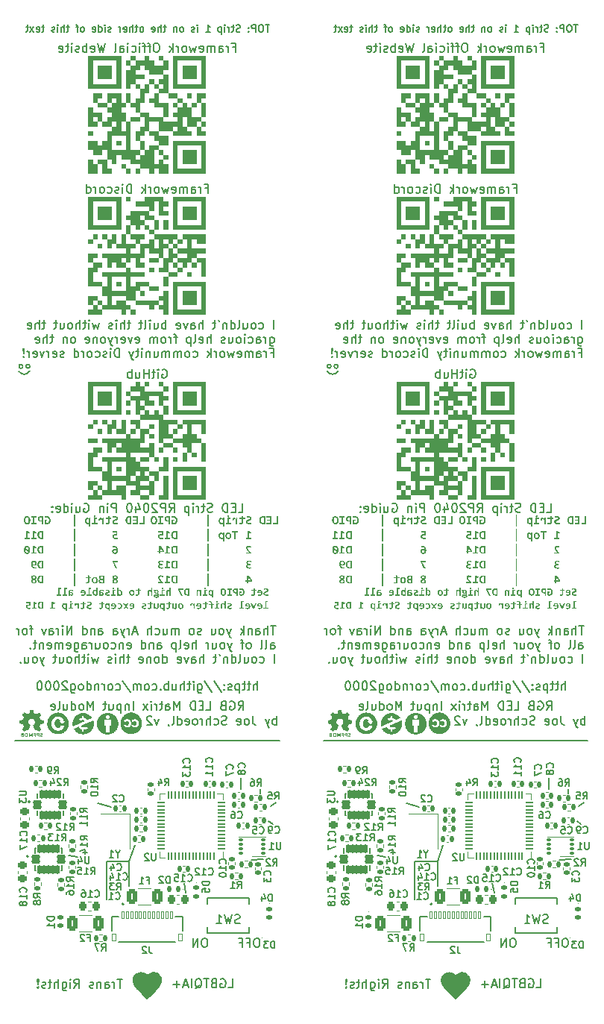
<source format=gbr>
G04 #@! TF.GenerationSoftware,KiCad,Pcbnew,7.0.9*
G04 #@! TF.CreationDate,2024-01-30T21:21:20-05:00*
G04 #@! TF.ProjectId,RGB-Panel,5247422d-5061-46e6-956c-2e6b69636164,V2.6*
G04 #@! TF.SameCoordinates,Original*
G04 #@! TF.FileFunction,Legend,Bot*
G04 #@! TF.FilePolarity,Positive*
%FSLAX46Y46*%
G04 Gerber Fmt 4.6, Leading zero omitted, Abs format (unit mm)*
G04 Created by KiCad (PCBNEW 7.0.9) date 2024-01-30 21:21:20*
%MOMM*%
%LPD*%
G01*
G04 APERTURE LIST*
G04 Aperture macros list*
%AMRoundRect*
0 Rectangle with rounded corners*
0 $1 Rounding radius*
0 $2 $3 $4 $5 $6 $7 $8 $9 X,Y pos of 4 corners*
0 Add a 4 corners polygon primitive as box body*
4,1,4,$2,$3,$4,$5,$6,$7,$8,$9,$2,$3,0*
0 Add four circle primitives for the rounded corners*
1,1,$1+$1,$2,$3*
1,1,$1+$1,$4,$5*
1,1,$1+$1,$6,$7*
1,1,$1+$1,$8,$9*
0 Add four rect primitives between the rounded corners*
20,1,$1+$1,$2,$3,$4,$5,0*
20,1,$1+$1,$4,$5,$6,$7,0*
20,1,$1+$1,$6,$7,$8,$9,0*
20,1,$1+$1,$8,$9,$2,$3,0*%
G04 Aperture macros list end*
%ADD10C,0.150000*%
%ADD11C,0.200000*%
%ADD12C,0.180000*%
%ADD13C,0.140000*%
%ADD14C,0.120000*%
%ADD15C,0.100000*%
%ADD16C,0.127000*%
%ADD17C,0.152400*%
%ADD18C,0.500000*%
%ADD19C,3.000000*%
%ADD20RoundRect,0.075000X-0.187500X-0.075000X0.187500X-0.075000X0.187500X0.075000X-0.187500X0.075000X0*%
%ADD21R,0.300000X1.700000*%
%ADD22RoundRect,0.140000X-0.140000X-0.170000X0.140000X-0.170000X0.140000X0.170000X-0.140000X0.170000X0*%
%ADD23RoundRect,0.250000X0.312500X0.625000X-0.312500X0.625000X-0.312500X-0.625000X0.312500X-0.625000X0*%
%ADD24RoundRect,0.225000X-0.250000X0.225000X-0.250000X-0.225000X0.250000X-0.225000X0.250000X0.225000X0*%
%ADD25RoundRect,0.140000X0.140000X0.170000X-0.140000X0.170000X-0.140000X-0.170000X0.140000X-0.170000X0*%
%ADD26RoundRect,0.147500X0.147500X0.172500X-0.147500X0.172500X-0.147500X-0.172500X0.147500X-0.172500X0*%
%ADD27RoundRect,0.135000X-0.135000X-0.185000X0.135000X-0.185000X0.135000X0.185000X-0.135000X0.185000X0*%
%ADD28RoundRect,0.050000X0.050000X-0.387500X0.050000X0.387500X-0.050000X0.387500X-0.050000X-0.387500X0*%
%ADD29RoundRect,0.050000X0.387500X-0.050000X0.387500X0.050000X-0.387500X0.050000X-0.387500X-0.050000X0*%
%ADD30R,3.200000X3.200000*%
%ADD31RoundRect,0.135000X0.135000X0.185000X-0.135000X0.185000X-0.135000X-0.185000X0.135000X-0.185000X0*%
%ADD32RoundRect,0.225000X-0.225000X-0.250000X0.225000X-0.250000X0.225000X0.250000X-0.225000X0.250000X0*%
%ADD33RoundRect,0.147500X-0.172500X0.147500X-0.172500X-0.147500X0.172500X-0.147500X0.172500X0.147500X0*%
%ADD34RoundRect,0.140000X-0.170000X0.140000X-0.170000X-0.140000X0.170000X-0.140000X0.170000X0.140000X0*%
%ADD35RoundRect,0.135000X-0.185000X0.135000X-0.185000X-0.135000X0.185000X-0.135000X0.185000X0.135000X0*%
%ADD36RoundRect,0.135000X0.185000X-0.135000X0.185000X0.135000X-0.185000X0.135000X-0.185000X-0.135000X0*%
%ADD37RoundRect,0.147500X0.017678X-0.226274X0.226274X-0.017678X-0.017678X0.226274X-0.226274X0.017678X0*%
%ADD38RoundRect,0.109800X0.422200X0.122200X-0.422200X0.122200X-0.422200X-0.122200X0.422200X-0.122200X0*%
%ADD39RoundRect,0.109800X-0.122200X0.422200X-0.122200X-0.422200X0.122200X-0.422200X0.122200X0.422200X0*%
%ADD40R,1.250000X0.760000*%
%ADD41RoundRect,0.050000X0.150000X0.400000X-0.150000X0.400000X-0.150000X-0.400000X0.150000X-0.400000X0*%
%ADD42RoundRect,0.050000X0.200000X0.400000X-0.200000X0.400000X-0.200000X-0.400000X0.200000X-0.400000X0*%
%ADD43R,1.200000X1.400000*%
G04 APERTURE END LIST*
D10*
X85450006Y-122373000D02*
X85450006Y-125133000D01*
X137100006Y-115643000D02*
X136500006Y-116073000D01*
X117900006Y-122383000D02*
X120450006Y-122373000D01*
X133120006Y-112853000D02*
X133140006Y-114153000D01*
X113592899Y-121649892D02*
X114592899Y-121849892D01*
X100640006Y-122083000D02*
X99300006Y-122223000D01*
X91692899Y-124849892D02*
X91892899Y-125949892D01*
X72500006Y-108643000D02*
X102500006Y-108643000D01*
X120450006Y-122373000D02*
X120450006Y-125133000D01*
X82900006Y-122383000D02*
X85450006Y-122373000D01*
X74186510Y-66159898D02*
G75*
G03*
X74186510Y-66159898I-223607J0D01*
G01*
X107938109Y-66739196D02*
G75*
G03*
X109164180Y-66696986I599991J399996D01*
G01*
X73386510Y-66159898D02*
G75*
G03*
X73386510Y-66159898I-223607J0D01*
G01*
X72938109Y-66739196D02*
G75*
G03*
X74164180Y-66696986I599991J399996D01*
G01*
X107500006Y-108643000D02*
X137500006Y-108643000D01*
X117900006Y-126643000D02*
X117900006Y-122383000D01*
X85450006Y-122373000D02*
X86090006Y-120493000D01*
X109186510Y-66159898D02*
G75*
G03*
X109186510Y-66159898I-223607J0D01*
G01*
X98120006Y-112853000D02*
X98140006Y-114153000D01*
X101750006Y-118103000D02*
X101290006Y-117773000D01*
X82900006Y-126643000D02*
X82900006Y-122383000D01*
X135350006Y-114113000D02*
X135340006Y-114663000D01*
X102100006Y-115643000D02*
X101500006Y-116073000D01*
X108386510Y-66159898D02*
G75*
G03*
X108386510Y-66159898I-223607J0D01*
G01*
X78592899Y-121649892D02*
X79592899Y-121849892D01*
X126692899Y-124849892D02*
X126892899Y-125949892D01*
X135640006Y-122083000D02*
X134300006Y-122223000D01*
X100350006Y-114113000D02*
X100340006Y-114663000D01*
X81900006Y-115743000D02*
X83400006Y-116143000D01*
X136750006Y-118103000D02*
X136290006Y-117773000D01*
X116900006Y-115743000D02*
X118400006Y-116143000D01*
X120450006Y-122373000D02*
X121090006Y-120493000D01*
X137193226Y-106852819D02*
X137193226Y-105852819D01*
X137193226Y-106233771D02*
X137097988Y-106186152D01*
X137097988Y-106186152D02*
X136907512Y-106186152D01*
X136907512Y-106186152D02*
X136812274Y-106233771D01*
X136812274Y-106233771D02*
X136764655Y-106281390D01*
X136764655Y-106281390D02*
X136717036Y-106376628D01*
X136717036Y-106376628D02*
X136717036Y-106662342D01*
X136717036Y-106662342D02*
X136764655Y-106757580D01*
X136764655Y-106757580D02*
X136812274Y-106805200D01*
X136812274Y-106805200D02*
X136907512Y-106852819D01*
X136907512Y-106852819D02*
X137097988Y-106852819D01*
X137097988Y-106852819D02*
X137193226Y-106805200D01*
X136383702Y-106186152D02*
X136145607Y-106852819D01*
X135907512Y-106186152D02*
X136145607Y-106852819D01*
X136145607Y-106852819D02*
X136240845Y-107090914D01*
X136240845Y-107090914D02*
X136288464Y-107138533D01*
X136288464Y-107138533D02*
X136383702Y-107186152D01*
X134478940Y-105852819D02*
X134478940Y-106567104D01*
X134478940Y-106567104D02*
X134526559Y-106709961D01*
X134526559Y-106709961D02*
X134621797Y-106805200D01*
X134621797Y-106805200D02*
X134764654Y-106852819D01*
X134764654Y-106852819D02*
X134859892Y-106852819D01*
X133859892Y-106852819D02*
X133955130Y-106805200D01*
X133955130Y-106805200D02*
X134002749Y-106757580D01*
X134002749Y-106757580D02*
X134050368Y-106662342D01*
X134050368Y-106662342D02*
X134050368Y-106376628D01*
X134050368Y-106376628D02*
X134002749Y-106281390D01*
X134002749Y-106281390D02*
X133955130Y-106233771D01*
X133955130Y-106233771D02*
X133859892Y-106186152D01*
X133859892Y-106186152D02*
X133717035Y-106186152D01*
X133717035Y-106186152D02*
X133621797Y-106233771D01*
X133621797Y-106233771D02*
X133574178Y-106281390D01*
X133574178Y-106281390D02*
X133526559Y-106376628D01*
X133526559Y-106376628D02*
X133526559Y-106662342D01*
X133526559Y-106662342D02*
X133574178Y-106757580D01*
X133574178Y-106757580D02*
X133621797Y-106805200D01*
X133621797Y-106805200D02*
X133717035Y-106852819D01*
X133717035Y-106852819D02*
X133859892Y-106852819D01*
X132717035Y-106805200D02*
X132812273Y-106852819D01*
X132812273Y-106852819D02*
X133002749Y-106852819D01*
X133002749Y-106852819D02*
X133097987Y-106805200D01*
X133097987Y-106805200D02*
X133145606Y-106709961D01*
X133145606Y-106709961D02*
X133145606Y-106329009D01*
X133145606Y-106329009D02*
X133097987Y-106233771D01*
X133097987Y-106233771D02*
X133002749Y-106186152D01*
X133002749Y-106186152D02*
X132812273Y-106186152D01*
X132812273Y-106186152D02*
X132717035Y-106233771D01*
X132717035Y-106233771D02*
X132669416Y-106329009D01*
X132669416Y-106329009D02*
X132669416Y-106424247D01*
X132669416Y-106424247D02*
X133145606Y-106519485D01*
X131526558Y-106805200D02*
X131383701Y-106852819D01*
X131383701Y-106852819D02*
X131145606Y-106852819D01*
X131145606Y-106852819D02*
X131050368Y-106805200D01*
X131050368Y-106805200D02*
X131002749Y-106757580D01*
X131002749Y-106757580D02*
X130955130Y-106662342D01*
X130955130Y-106662342D02*
X130955130Y-106567104D01*
X130955130Y-106567104D02*
X131002749Y-106471866D01*
X131002749Y-106471866D02*
X131050368Y-106424247D01*
X131050368Y-106424247D02*
X131145606Y-106376628D01*
X131145606Y-106376628D02*
X131336082Y-106329009D01*
X131336082Y-106329009D02*
X131431320Y-106281390D01*
X131431320Y-106281390D02*
X131478939Y-106233771D01*
X131478939Y-106233771D02*
X131526558Y-106138533D01*
X131526558Y-106138533D02*
X131526558Y-106043295D01*
X131526558Y-106043295D02*
X131478939Y-105948057D01*
X131478939Y-105948057D02*
X131431320Y-105900438D01*
X131431320Y-105900438D02*
X131336082Y-105852819D01*
X131336082Y-105852819D02*
X131097987Y-105852819D01*
X131097987Y-105852819D02*
X130955130Y-105900438D01*
X130097987Y-106805200D02*
X130193225Y-106852819D01*
X130193225Y-106852819D02*
X130383701Y-106852819D01*
X130383701Y-106852819D02*
X130478939Y-106805200D01*
X130478939Y-106805200D02*
X130526558Y-106757580D01*
X130526558Y-106757580D02*
X130574177Y-106662342D01*
X130574177Y-106662342D02*
X130574177Y-106376628D01*
X130574177Y-106376628D02*
X130526558Y-106281390D01*
X130526558Y-106281390D02*
X130478939Y-106233771D01*
X130478939Y-106233771D02*
X130383701Y-106186152D01*
X130383701Y-106186152D02*
X130193225Y-106186152D01*
X130193225Y-106186152D02*
X130097987Y-106233771D01*
X129669415Y-106852819D02*
X129669415Y-105852819D01*
X129240844Y-106852819D02*
X129240844Y-106329009D01*
X129240844Y-106329009D02*
X129288463Y-106233771D01*
X129288463Y-106233771D02*
X129383701Y-106186152D01*
X129383701Y-106186152D02*
X129526558Y-106186152D01*
X129526558Y-106186152D02*
X129621796Y-106233771D01*
X129621796Y-106233771D02*
X129669415Y-106281390D01*
X128764653Y-106852819D02*
X128764653Y-106186152D01*
X128764653Y-106376628D02*
X128717034Y-106281390D01*
X128717034Y-106281390D02*
X128669415Y-106233771D01*
X128669415Y-106233771D02*
X128574177Y-106186152D01*
X128574177Y-106186152D02*
X128478939Y-106186152D01*
X128002748Y-106852819D02*
X128097986Y-106805200D01*
X128097986Y-106805200D02*
X128145605Y-106757580D01*
X128145605Y-106757580D02*
X128193224Y-106662342D01*
X128193224Y-106662342D02*
X128193224Y-106376628D01*
X128193224Y-106376628D02*
X128145605Y-106281390D01*
X128145605Y-106281390D02*
X128097986Y-106233771D01*
X128097986Y-106233771D02*
X128002748Y-106186152D01*
X128002748Y-106186152D02*
X127859891Y-106186152D01*
X127859891Y-106186152D02*
X127764653Y-106233771D01*
X127764653Y-106233771D02*
X127717034Y-106281390D01*
X127717034Y-106281390D02*
X127669415Y-106376628D01*
X127669415Y-106376628D02*
X127669415Y-106662342D01*
X127669415Y-106662342D02*
X127717034Y-106757580D01*
X127717034Y-106757580D02*
X127764653Y-106805200D01*
X127764653Y-106805200D02*
X127859891Y-106852819D01*
X127859891Y-106852819D02*
X128002748Y-106852819D01*
X126859891Y-106805200D02*
X126955129Y-106852819D01*
X126955129Y-106852819D02*
X127145605Y-106852819D01*
X127145605Y-106852819D02*
X127240843Y-106805200D01*
X127240843Y-106805200D02*
X127288462Y-106709961D01*
X127288462Y-106709961D02*
X127288462Y-106329009D01*
X127288462Y-106329009D02*
X127240843Y-106233771D01*
X127240843Y-106233771D02*
X127145605Y-106186152D01*
X127145605Y-106186152D02*
X126955129Y-106186152D01*
X126955129Y-106186152D02*
X126859891Y-106233771D01*
X126859891Y-106233771D02*
X126812272Y-106329009D01*
X126812272Y-106329009D02*
X126812272Y-106424247D01*
X126812272Y-106424247D02*
X127288462Y-106519485D01*
X125955129Y-106852819D02*
X125955129Y-105852819D01*
X125955129Y-106805200D02*
X126050367Y-106852819D01*
X126050367Y-106852819D02*
X126240843Y-106852819D01*
X126240843Y-106852819D02*
X126336081Y-106805200D01*
X126336081Y-106805200D02*
X126383700Y-106757580D01*
X126383700Y-106757580D02*
X126431319Y-106662342D01*
X126431319Y-106662342D02*
X126431319Y-106376628D01*
X126431319Y-106376628D02*
X126383700Y-106281390D01*
X126383700Y-106281390D02*
X126336081Y-106233771D01*
X126336081Y-106233771D02*
X126240843Y-106186152D01*
X126240843Y-106186152D02*
X126050367Y-106186152D01*
X126050367Y-106186152D02*
X125955129Y-106233771D01*
X125336081Y-106852819D02*
X125431319Y-106805200D01*
X125431319Y-106805200D02*
X125478938Y-106709961D01*
X125478938Y-106709961D02*
X125478938Y-105852819D01*
X124907509Y-106805200D02*
X124907509Y-106852819D01*
X124907509Y-106852819D02*
X124955128Y-106948057D01*
X124955128Y-106948057D02*
X125002747Y-106995676D01*
X123812271Y-106186152D02*
X123574176Y-106852819D01*
X123574176Y-106852819D02*
X123336081Y-106186152D01*
X123002747Y-105948057D02*
X122955128Y-105900438D01*
X122955128Y-105900438D02*
X122859890Y-105852819D01*
X122859890Y-105852819D02*
X122621795Y-105852819D01*
X122621795Y-105852819D02*
X122526557Y-105900438D01*
X122526557Y-105900438D02*
X122478938Y-105948057D01*
X122478938Y-105948057D02*
X122431319Y-106043295D01*
X122431319Y-106043295D02*
X122431319Y-106138533D01*
X122431319Y-106138533D02*
X122478938Y-106281390D01*
X122478938Y-106281390D02*
X123050366Y-106852819D01*
X123050366Y-106852819D02*
X122431319Y-106852819D01*
X119686321Y-135717551D02*
X119114893Y-135717551D01*
X119400607Y-136717551D02*
X119400607Y-135717551D01*
X118781559Y-136717551D02*
X118781559Y-136050884D01*
X118781559Y-136241360D02*
X118733940Y-136146122D01*
X118733940Y-136146122D02*
X118686321Y-136098503D01*
X118686321Y-136098503D02*
X118591083Y-136050884D01*
X118591083Y-136050884D02*
X118495845Y-136050884D01*
X117733940Y-136717551D02*
X117733940Y-136193741D01*
X117733940Y-136193741D02*
X117781559Y-136098503D01*
X117781559Y-136098503D02*
X117876797Y-136050884D01*
X117876797Y-136050884D02*
X118067273Y-136050884D01*
X118067273Y-136050884D02*
X118162511Y-136098503D01*
X117733940Y-136669932D02*
X117829178Y-136717551D01*
X117829178Y-136717551D02*
X118067273Y-136717551D01*
X118067273Y-136717551D02*
X118162511Y-136669932D01*
X118162511Y-136669932D02*
X118210130Y-136574693D01*
X118210130Y-136574693D02*
X118210130Y-136479455D01*
X118210130Y-136479455D02*
X118162511Y-136384217D01*
X118162511Y-136384217D02*
X118067273Y-136336598D01*
X118067273Y-136336598D02*
X117829178Y-136336598D01*
X117829178Y-136336598D02*
X117733940Y-136288979D01*
X117257749Y-136050884D02*
X117257749Y-136717551D01*
X117257749Y-136146122D02*
X117210130Y-136098503D01*
X117210130Y-136098503D02*
X117114892Y-136050884D01*
X117114892Y-136050884D02*
X116972035Y-136050884D01*
X116972035Y-136050884D02*
X116876797Y-136098503D01*
X116876797Y-136098503D02*
X116829178Y-136193741D01*
X116829178Y-136193741D02*
X116829178Y-136717551D01*
X116400606Y-136669932D02*
X116305368Y-136717551D01*
X116305368Y-136717551D02*
X116114892Y-136717551D01*
X116114892Y-136717551D02*
X116019654Y-136669932D01*
X116019654Y-136669932D02*
X115972035Y-136574693D01*
X115972035Y-136574693D02*
X115972035Y-136527074D01*
X115972035Y-136527074D02*
X116019654Y-136431836D01*
X116019654Y-136431836D02*
X116114892Y-136384217D01*
X116114892Y-136384217D02*
X116257749Y-136384217D01*
X116257749Y-136384217D02*
X116352987Y-136336598D01*
X116352987Y-136336598D02*
X116400606Y-136241360D01*
X116400606Y-136241360D02*
X116400606Y-136193741D01*
X116400606Y-136193741D02*
X116352987Y-136098503D01*
X116352987Y-136098503D02*
X116257749Y-136050884D01*
X116257749Y-136050884D02*
X116114892Y-136050884D01*
X116114892Y-136050884D02*
X116019654Y-136098503D01*
X114210130Y-136717551D02*
X114543463Y-136241360D01*
X114781558Y-136717551D02*
X114781558Y-135717551D01*
X114781558Y-135717551D02*
X114400606Y-135717551D01*
X114400606Y-135717551D02*
X114305368Y-135765170D01*
X114305368Y-135765170D02*
X114257749Y-135812789D01*
X114257749Y-135812789D02*
X114210130Y-135908027D01*
X114210130Y-135908027D02*
X114210130Y-136050884D01*
X114210130Y-136050884D02*
X114257749Y-136146122D01*
X114257749Y-136146122D02*
X114305368Y-136193741D01*
X114305368Y-136193741D02*
X114400606Y-136241360D01*
X114400606Y-136241360D02*
X114781558Y-136241360D01*
X113781558Y-136717551D02*
X113781558Y-136050884D01*
X113781558Y-135717551D02*
X113829177Y-135765170D01*
X113829177Y-135765170D02*
X113781558Y-135812789D01*
X113781558Y-135812789D02*
X113733939Y-135765170D01*
X113733939Y-135765170D02*
X113781558Y-135717551D01*
X113781558Y-135717551D02*
X113781558Y-135812789D01*
X112876797Y-136050884D02*
X112876797Y-136860408D01*
X112876797Y-136860408D02*
X112924416Y-136955646D01*
X112924416Y-136955646D02*
X112972035Y-137003265D01*
X112972035Y-137003265D02*
X113067273Y-137050884D01*
X113067273Y-137050884D02*
X113210130Y-137050884D01*
X113210130Y-137050884D02*
X113305368Y-137003265D01*
X112876797Y-136669932D02*
X112972035Y-136717551D01*
X112972035Y-136717551D02*
X113162511Y-136717551D01*
X113162511Y-136717551D02*
X113257749Y-136669932D01*
X113257749Y-136669932D02*
X113305368Y-136622312D01*
X113305368Y-136622312D02*
X113352987Y-136527074D01*
X113352987Y-136527074D02*
X113352987Y-136241360D01*
X113352987Y-136241360D02*
X113305368Y-136146122D01*
X113305368Y-136146122D02*
X113257749Y-136098503D01*
X113257749Y-136098503D02*
X113162511Y-136050884D01*
X113162511Y-136050884D02*
X112972035Y-136050884D01*
X112972035Y-136050884D02*
X112876797Y-136098503D01*
X112400606Y-136717551D02*
X112400606Y-135717551D01*
X111972035Y-136717551D02*
X111972035Y-136193741D01*
X111972035Y-136193741D02*
X112019654Y-136098503D01*
X112019654Y-136098503D02*
X112114892Y-136050884D01*
X112114892Y-136050884D02*
X112257749Y-136050884D01*
X112257749Y-136050884D02*
X112352987Y-136098503D01*
X112352987Y-136098503D02*
X112400606Y-136146122D01*
X111638701Y-136050884D02*
X111257749Y-136050884D01*
X111495844Y-135717551D02*
X111495844Y-136574693D01*
X111495844Y-136574693D02*
X111448225Y-136669932D01*
X111448225Y-136669932D02*
X111352987Y-136717551D01*
X111352987Y-136717551D02*
X111257749Y-136717551D01*
X110972034Y-136669932D02*
X110876796Y-136717551D01*
X110876796Y-136717551D02*
X110686320Y-136717551D01*
X110686320Y-136717551D02*
X110591082Y-136669932D01*
X110591082Y-136669932D02*
X110543463Y-136574693D01*
X110543463Y-136574693D02*
X110543463Y-136527074D01*
X110543463Y-136527074D02*
X110591082Y-136431836D01*
X110591082Y-136431836D02*
X110686320Y-136384217D01*
X110686320Y-136384217D02*
X110829177Y-136384217D01*
X110829177Y-136384217D02*
X110924415Y-136336598D01*
X110924415Y-136336598D02*
X110972034Y-136241360D01*
X110972034Y-136241360D02*
X110972034Y-136193741D01*
X110972034Y-136193741D02*
X110924415Y-136098503D01*
X110924415Y-136098503D02*
X110829177Y-136050884D01*
X110829177Y-136050884D02*
X110686320Y-136050884D01*
X110686320Y-136050884D02*
X110591082Y-136098503D01*
X110114891Y-136622312D02*
X110067272Y-136669932D01*
X110067272Y-136669932D02*
X110114891Y-136717551D01*
X110114891Y-136717551D02*
X110162510Y-136669932D01*
X110162510Y-136669932D02*
X110114891Y-136622312D01*
X110114891Y-136622312D02*
X110114891Y-136717551D01*
X110114891Y-136336598D02*
X110162510Y-135765170D01*
X110162510Y-135765170D02*
X110114891Y-135717551D01*
X110114891Y-135717551D02*
X110067272Y-135765170D01*
X110067272Y-135765170D02*
X110114891Y-136336598D01*
X110114891Y-136336598D02*
X110114891Y-135717551D01*
X94097751Y-45949009D02*
X94431084Y-45949009D01*
X94431084Y-46472819D02*
X94431084Y-45472819D01*
X94431084Y-45472819D02*
X93954894Y-45472819D01*
X93573941Y-46472819D02*
X93573941Y-45806152D01*
X93573941Y-45996628D02*
X93526322Y-45901390D01*
X93526322Y-45901390D02*
X93478703Y-45853771D01*
X93478703Y-45853771D02*
X93383465Y-45806152D01*
X93383465Y-45806152D02*
X93288227Y-45806152D01*
X92526322Y-46472819D02*
X92526322Y-45949009D01*
X92526322Y-45949009D02*
X92573941Y-45853771D01*
X92573941Y-45853771D02*
X92669179Y-45806152D01*
X92669179Y-45806152D02*
X92859655Y-45806152D01*
X92859655Y-45806152D02*
X92954893Y-45853771D01*
X92526322Y-46425200D02*
X92621560Y-46472819D01*
X92621560Y-46472819D02*
X92859655Y-46472819D01*
X92859655Y-46472819D02*
X92954893Y-46425200D01*
X92954893Y-46425200D02*
X93002512Y-46329961D01*
X93002512Y-46329961D02*
X93002512Y-46234723D01*
X93002512Y-46234723D02*
X92954893Y-46139485D01*
X92954893Y-46139485D02*
X92859655Y-46091866D01*
X92859655Y-46091866D02*
X92621560Y-46091866D01*
X92621560Y-46091866D02*
X92526322Y-46044247D01*
X92050131Y-46472819D02*
X92050131Y-45806152D01*
X92050131Y-45901390D02*
X92002512Y-45853771D01*
X92002512Y-45853771D02*
X91907274Y-45806152D01*
X91907274Y-45806152D02*
X91764417Y-45806152D01*
X91764417Y-45806152D02*
X91669179Y-45853771D01*
X91669179Y-45853771D02*
X91621560Y-45949009D01*
X91621560Y-45949009D02*
X91621560Y-46472819D01*
X91621560Y-45949009D02*
X91573941Y-45853771D01*
X91573941Y-45853771D02*
X91478703Y-45806152D01*
X91478703Y-45806152D02*
X91335846Y-45806152D01*
X91335846Y-45806152D02*
X91240607Y-45853771D01*
X91240607Y-45853771D02*
X91192988Y-45949009D01*
X91192988Y-45949009D02*
X91192988Y-46472819D01*
X90335846Y-46425200D02*
X90431084Y-46472819D01*
X90431084Y-46472819D02*
X90621560Y-46472819D01*
X90621560Y-46472819D02*
X90716798Y-46425200D01*
X90716798Y-46425200D02*
X90764417Y-46329961D01*
X90764417Y-46329961D02*
X90764417Y-45949009D01*
X90764417Y-45949009D02*
X90716798Y-45853771D01*
X90716798Y-45853771D02*
X90621560Y-45806152D01*
X90621560Y-45806152D02*
X90431084Y-45806152D01*
X90431084Y-45806152D02*
X90335846Y-45853771D01*
X90335846Y-45853771D02*
X90288227Y-45949009D01*
X90288227Y-45949009D02*
X90288227Y-46044247D01*
X90288227Y-46044247D02*
X90764417Y-46139485D01*
X89954893Y-45806152D02*
X89764417Y-46472819D01*
X89764417Y-46472819D02*
X89573941Y-45996628D01*
X89573941Y-45996628D02*
X89383465Y-46472819D01*
X89383465Y-46472819D02*
X89192989Y-45806152D01*
X88669179Y-46472819D02*
X88764417Y-46425200D01*
X88764417Y-46425200D02*
X88812036Y-46377580D01*
X88812036Y-46377580D02*
X88859655Y-46282342D01*
X88859655Y-46282342D02*
X88859655Y-45996628D01*
X88859655Y-45996628D02*
X88812036Y-45901390D01*
X88812036Y-45901390D02*
X88764417Y-45853771D01*
X88764417Y-45853771D02*
X88669179Y-45806152D01*
X88669179Y-45806152D02*
X88526322Y-45806152D01*
X88526322Y-45806152D02*
X88431084Y-45853771D01*
X88431084Y-45853771D02*
X88383465Y-45901390D01*
X88383465Y-45901390D02*
X88335846Y-45996628D01*
X88335846Y-45996628D02*
X88335846Y-46282342D01*
X88335846Y-46282342D02*
X88383465Y-46377580D01*
X88383465Y-46377580D02*
X88431084Y-46425200D01*
X88431084Y-46425200D02*
X88526322Y-46472819D01*
X88526322Y-46472819D02*
X88669179Y-46472819D01*
X87907274Y-46472819D02*
X87907274Y-45806152D01*
X87907274Y-45996628D02*
X87859655Y-45901390D01*
X87859655Y-45901390D02*
X87812036Y-45853771D01*
X87812036Y-45853771D02*
X87716798Y-45806152D01*
X87716798Y-45806152D02*
X87621560Y-45806152D01*
X87288226Y-46472819D02*
X87288226Y-45472819D01*
X87192988Y-46091866D02*
X86907274Y-46472819D01*
X86907274Y-45806152D02*
X87288226Y-46187104D01*
X85716797Y-46472819D02*
X85716797Y-45472819D01*
X85716797Y-45472819D02*
X85478702Y-45472819D01*
X85478702Y-45472819D02*
X85335845Y-45520438D01*
X85335845Y-45520438D02*
X85240607Y-45615676D01*
X85240607Y-45615676D02*
X85192988Y-45710914D01*
X85192988Y-45710914D02*
X85145369Y-45901390D01*
X85145369Y-45901390D02*
X85145369Y-46044247D01*
X85145369Y-46044247D02*
X85192988Y-46234723D01*
X85192988Y-46234723D02*
X85240607Y-46329961D01*
X85240607Y-46329961D02*
X85335845Y-46425200D01*
X85335845Y-46425200D02*
X85478702Y-46472819D01*
X85478702Y-46472819D02*
X85716797Y-46472819D01*
X84716797Y-46472819D02*
X84716797Y-45806152D01*
X84716797Y-45472819D02*
X84764416Y-45520438D01*
X84764416Y-45520438D02*
X84716797Y-45568057D01*
X84716797Y-45568057D02*
X84669178Y-45520438D01*
X84669178Y-45520438D02*
X84716797Y-45472819D01*
X84716797Y-45472819D02*
X84716797Y-45568057D01*
X84288226Y-46425200D02*
X84192988Y-46472819D01*
X84192988Y-46472819D02*
X84002512Y-46472819D01*
X84002512Y-46472819D02*
X83907274Y-46425200D01*
X83907274Y-46425200D02*
X83859655Y-46329961D01*
X83859655Y-46329961D02*
X83859655Y-46282342D01*
X83859655Y-46282342D02*
X83907274Y-46187104D01*
X83907274Y-46187104D02*
X84002512Y-46139485D01*
X84002512Y-46139485D02*
X84145369Y-46139485D01*
X84145369Y-46139485D02*
X84240607Y-46091866D01*
X84240607Y-46091866D02*
X84288226Y-45996628D01*
X84288226Y-45996628D02*
X84288226Y-45949009D01*
X84288226Y-45949009D02*
X84240607Y-45853771D01*
X84240607Y-45853771D02*
X84145369Y-45806152D01*
X84145369Y-45806152D02*
X84002512Y-45806152D01*
X84002512Y-45806152D02*
X83907274Y-45853771D01*
X83002512Y-46425200D02*
X83097750Y-46472819D01*
X83097750Y-46472819D02*
X83288226Y-46472819D01*
X83288226Y-46472819D02*
X83383464Y-46425200D01*
X83383464Y-46425200D02*
X83431083Y-46377580D01*
X83431083Y-46377580D02*
X83478702Y-46282342D01*
X83478702Y-46282342D02*
X83478702Y-45996628D01*
X83478702Y-45996628D02*
X83431083Y-45901390D01*
X83431083Y-45901390D02*
X83383464Y-45853771D01*
X83383464Y-45853771D02*
X83288226Y-45806152D01*
X83288226Y-45806152D02*
X83097750Y-45806152D01*
X83097750Y-45806152D02*
X83002512Y-45853771D01*
X82431083Y-46472819D02*
X82526321Y-46425200D01*
X82526321Y-46425200D02*
X82573940Y-46377580D01*
X82573940Y-46377580D02*
X82621559Y-46282342D01*
X82621559Y-46282342D02*
X82621559Y-45996628D01*
X82621559Y-45996628D02*
X82573940Y-45901390D01*
X82573940Y-45901390D02*
X82526321Y-45853771D01*
X82526321Y-45853771D02*
X82431083Y-45806152D01*
X82431083Y-45806152D02*
X82288226Y-45806152D01*
X82288226Y-45806152D02*
X82192988Y-45853771D01*
X82192988Y-45853771D02*
X82145369Y-45901390D01*
X82145369Y-45901390D02*
X82097750Y-45996628D01*
X82097750Y-45996628D02*
X82097750Y-46282342D01*
X82097750Y-46282342D02*
X82145369Y-46377580D01*
X82145369Y-46377580D02*
X82192988Y-46425200D01*
X82192988Y-46425200D02*
X82288226Y-46472819D01*
X82288226Y-46472819D02*
X82431083Y-46472819D01*
X81669178Y-46472819D02*
X81669178Y-45806152D01*
X81669178Y-45996628D02*
X81621559Y-45901390D01*
X81621559Y-45901390D02*
X81573940Y-45853771D01*
X81573940Y-45853771D02*
X81478702Y-45806152D01*
X81478702Y-45806152D02*
X81383464Y-45806152D01*
X80621559Y-46472819D02*
X80621559Y-45472819D01*
X80621559Y-46425200D02*
X80716797Y-46472819D01*
X80716797Y-46472819D02*
X80907273Y-46472819D01*
X80907273Y-46472819D02*
X81002511Y-46425200D01*
X81002511Y-46425200D02*
X81050130Y-46377580D01*
X81050130Y-46377580D02*
X81097749Y-46282342D01*
X81097749Y-46282342D02*
X81097749Y-45996628D01*
X81097749Y-45996628D02*
X81050130Y-45901390D01*
X81050130Y-45901390D02*
X81002511Y-45853771D01*
X81002511Y-45853771D02*
X80907273Y-45806152D01*
X80907273Y-45806152D02*
X80716797Y-45806152D01*
X80716797Y-45806152D02*
X80621559Y-45853771D01*
X129097751Y-45949009D02*
X129431084Y-45949009D01*
X129431084Y-46472819D02*
X129431084Y-45472819D01*
X129431084Y-45472819D02*
X128954894Y-45472819D01*
X128573941Y-46472819D02*
X128573941Y-45806152D01*
X128573941Y-45996628D02*
X128526322Y-45901390D01*
X128526322Y-45901390D02*
X128478703Y-45853771D01*
X128478703Y-45853771D02*
X128383465Y-45806152D01*
X128383465Y-45806152D02*
X128288227Y-45806152D01*
X127526322Y-46472819D02*
X127526322Y-45949009D01*
X127526322Y-45949009D02*
X127573941Y-45853771D01*
X127573941Y-45853771D02*
X127669179Y-45806152D01*
X127669179Y-45806152D02*
X127859655Y-45806152D01*
X127859655Y-45806152D02*
X127954893Y-45853771D01*
X127526322Y-46425200D02*
X127621560Y-46472819D01*
X127621560Y-46472819D02*
X127859655Y-46472819D01*
X127859655Y-46472819D02*
X127954893Y-46425200D01*
X127954893Y-46425200D02*
X128002512Y-46329961D01*
X128002512Y-46329961D02*
X128002512Y-46234723D01*
X128002512Y-46234723D02*
X127954893Y-46139485D01*
X127954893Y-46139485D02*
X127859655Y-46091866D01*
X127859655Y-46091866D02*
X127621560Y-46091866D01*
X127621560Y-46091866D02*
X127526322Y-46044247D01*
X127050131Y-46472819D02*
X127050131Y-45806152D01*
X127050131Y-45901390D02*
X127002512Y-45853771D01*
X127002512Y-45853771D02*
X126907274Y-45806152D01*
X126907274Y-45806152D02*
X126764417Y-45806152D01*
X126764417Y-45806152D02*
X126669179Y-45853771D01*
X126669179Y-45853771D02*
X126621560Y-45949009D01*
X126621560Y-45949009D02*
X126621560Y-46472819D01*
X126621560Y-45949009D02*
X126573941Y-45853771D01*
X126573941Y-45853771D02*
X126478703Y-45806152D01*
X126478703Y-45806152D02*
X126335846Y-45806152D01*
X126335846Y-45806152D02*
X126240607Y-45853771D01*
X126240607Y-45853771D02*
X126192988Y-45949009D01*
X126192988Y-45949009D02*
X126192988Y-46472819D01*
X125335846Y-46425200D02*
X125431084Y-46472819D01*
X125431084Y-46472819D02*
X125621560Y-46472819D01*
X125621560Y-46472819D02*
X125716798Y-46425200D01*
X125716798Y-46425200D02*
X125764417Y-46329961D01*
X125764417Y-46329961D02*
X125764417Y-45949009D01*
X125764417Y-45949009D02*
X125716798Y-45853771D01*
X125716798Y-45853771D02*
X125621560Y-45806152D01*
X125621560Y-45806152D02*
X125431084Y-45806152D01*
X125431084Y-45806152D02*
X125335846Y-45853771D01*
X125335846Y-45853771D02*
X125288227Y-45949009D01*
X125288227Y-45949009D02*
X125288227Y-46044247D01*
X125288227Y-46044247D02*
X125764417Y-46139485D01*
X124954893Y-45806152D02*
X124764417Y-46472819D01*
X124764417Y-46472819D02*
X124573941Y-45996628D01*
X124573941Y-45996628D02*
X124383465Y-46472819D01*
X124383465Y-46472819D02*
X124192989Y-45806152D01*
X123669179Y-46472819D02*
X123764417Y-46425200D01*
X123764417Y-46425200D02*
X123812036Y-46377580D01*
X123812036Y-46377580D02*
X123859655Y-46282342D01*
X123859655Y-46282342D02*
X123859655Y-45996628D01*
X123859655Y-45996628D02*
X123812036Y-45901390D01*
X123812036Y-45901390D02*
X123764417Y-45853771D01*
X123764417Y-45853771D02*
X123669179Y-45806152D01*
X123669179Y-45806152D02*
X123526322Y-45806152D01*
X123526322Y-45806152D02*
X123431084Y-45853771D01*
X123431084Y-45853771D02*
X123383465Y-45901390D01*
X123383465Y-45901390D02*
X123335846Y-45996628D01*
X123335846Y-45996628D02*
X123335846Y-46282342D01*
X123335846Y-46282342D02*
X123383465Y-46377580D01*
X123383465Y-46377580D02*
X123431084Y-46425200D01*
X123431084Y-46425200D02*
X123526322Y-46472819D01*
X123526322Y-46472819D02*
X123669179Y-46472819D01*
X122907274Y-46472819D02*
X122907274Y-45806152D01*
X122907274Y-45996628D02*
X122859655Y-45901390D01*
X122859655Y-45901390D02*
X122812036Y-45853771D01*
X122812036Y-45853771D02*
X122716798Y-45806152D01*
X122716798Y-45806152D02*
X122621560Y-45806152D01*
X122288226Y-46472819D02*
X122288226Y-45472819D01*
X122192988Y-46091866D02*
X121907274Y-46472819D01*
X121907274Y-45806152D02*
X122288226Y-46187104D01*
X120716797Y-46472819D02*
X120716797Y-45472819D01*
X120716797Y-45472819D02*
X120478702Y-45472819D01*
X120478702Y-45472819D02*
X120335845Y-45520438D01*
X120335845Y-45520438D02*
X120240607Y-45615676D01*
X120240607Y-45615676D02*
X120192988Y-45710914D01*
X120192988Y-45710914D02*
X120145369Y-45901390D01*
X120145369Y-45901390D02*
X120145369Y-46044247D01*
X120145369Y-46044247D02*
X120192988Y-46234723D01*
X120192988Y-46234723D02*
X120240607Y-46329961D01*
X120240607Y-46329961D02*
X120335845Y-46425200D01*
X120335845Y-46425200D02*
X120478702Y-46472819D01*
X120478702Y-46472819D02*
X120716797Y-46472819D01*
X119716797Y-46472819D02*
X119716797Y-45806152D01*
X119716797Y-45472819D02*
X119764416Y-45520438D01*
X119764416Y-45520438D02*
X119716797Y-45568057D01*
X119716797Y-45568057D02*
X119669178Y-45520438D01*
X119669178Y-45520438D02*
X119716797Y-45472819D01*
X119716797Y-45472819D02*
X119716797Y-45568057D01*
X119288226Y-46425200D02*
X119192988Y-46472819D01*
X119192988Y-46472819D02*
X119002512Y-46472819D01*
X119002512Y-46472819D02*
X118907274Y-46425200D01*
X118907274Y-46425200D02*
X118859655Y-46329961D01*
X118859655Y-46329961D02*
X118859655Y-46282342D01*
X118859655Y-46282342D02*
X118907274Y-46187104D01*
X118907274Y-46187104D02*
X119002512Y-46139485D01*
X119002512Y-46139485D02*
X119145369Y-46139485D01*
X119145369Y-46139485D02*
X119240607Y-46091866D01*
X119240607Y-46091866D02*
X119288226Y-45996628D01*
X119288226Y-45996628D02*
X119288226Y-45949009D01*
X119288226Y-45949009D02*
X119240607Y-45853771D01*
X119240607Y-45853771D02*
X119145369Y-45806152D01*
X119145369Y-45806152D02*
X119002512Y-45806152D01*
X119002512Y-45806152D02*
X118907274Y-45853771D01*
X118002512Y-46425200D02*
X118097750Y-46472819D01*
X118097750Y-46472819D02*
X118288226Y-46472819D01*
X118288226Y-46472819D02*
X118383464Y-46425200D01*
X118383464Y-46425200D02*
X118431083Y-46377580D01*
X118431083Y-46377580D02*
X118478702Y-46282342D01*
X118478702Y-46282342D02*
X118478702Y-45996628D01*
X118478702Y-45996628D02*
X118431083Y-45901390D01*
X118431083Y-45901390D02*
X118383464Y-45853771D01*
X118383464Y-45853771D02*
X118288226Y-45806152D01*
X118288226Y-45806152D02*
X118097750Y-45806152D01*
X118097750Y-45806152D02*
X118002512Y-45853771D01*
X117431083Y-46472819D02*
X117526321Y-46425200D01*
X117526321Y-46425200D02*
X117573940Y-46377580D01*
X117573940Y-46377580D02*
X117621559Y-46282342D01*
X117621559Y-46282342D02*
X117621559Y-45996628D01*
X117621559Y-45996628D02*
X117573940Y-45901390D01*
X117573940Y-45901390D02*
X117526321Y-45853771D01*
X117526321Y-45853771D02*
X117431083Y-45806152D01*
X117431083Y-45806152D02*
X117288226Y-45806152D01*
X117288226Y-45806152D02*
X117192988Y-45853771D01*
X117192988Y-45853771D02*
X117145369Y-45901390D01*
X117145369Y-45901390D02*
X117097750Y-45996628D01*
X117097750Y-45996628D02*
X117097750Y-46282342D01*
X117097750Y-46282342D02*
X117145369Y-46377580D01*
X117145369Y-46377580D02*
X117192988Y-46425200D01*
X117192988Y-46425200D02*
X117288226Y-46472819D01*
X117288226Y-46472819D02*
X117431083Y-46472819D01*
X116669178Y-46472819D02*
X116669178Y-45806152D01*
X116669178Y-45996628D02*
X116621559Y-45901390D01*
X116621559Y-45901390D02*
X116573940Y-45853771D01*
X116573940Y-45853771D02*
X116478702Y-45806152D01*
X116478702Y-45806152D02*
X116383464Y-45806152D01*
X115621559Y-46472819D02*
X115621559Y-45472819D01*
X115621559Y-46425200D02*
X115716797Y-46472819D01*
X115716797Y-46472819D02*
X115907273Y-46472819D01*
X115907273Y-46472819D02*
X116002511Y-46425200D01*
X116002511Y-46425200D02*
X116050130Y-46377580D01*
X116050130Y-46377580D02*
X116097749Y-46282342D01*
X116097749Y-46282342D02*
X116097749Y-45996628D01*
X116097749Y-45996628D02*
X116050130Y-45901390D01*
X116050130Y-45901390D02*
X116002511Y-45853771D01*
X116002511Y-45853771D02*
X115907273Y-45806152D01*
X115907273Y-45806152D02*
X115716797Y-45806152D01*
X115716797Y-45806152D02*
X115621559Y-45853771D01*
X97859657Y-105162819D02*
X98192990Y-104686628D01*
X98431085Y-105162819D02*
X98431085Y-104162819D01*
X98431085Y-104162819D02*
X98050133Y-104162819D01*
X98050133Y-104162819D02*
X97954895Y-104210438D01*
X97954895Y-104210438D02*
X97907276Y-104258057D01*
X97907276Y-104258057D02*
X97859657Y-104353295D01*
X97859657Y-104353295D02*
X97859657Y-104496152D01*
X97859657Y-104496152D02*
X97907276Y-104591390D01*
X97907276Y-104591390D02*
X97954895Y-104639009D01*
X97954895Y-104639009D02*
X98050133Y-104686628D01*
X98050133Y-104686628D02*
X98431085Y-104686628D01*
X96907276Y-104210438D02*
X97002514Y-104162819D01*
X97002514Y-104162819D02*
X97145371Y-104162819D01*
X97145371Y-104162819D02*
X97288228Y-104210438D01*
X97288228Y-104210438D02*
X97383466Y-104305676D01*
X97383466Y-104305676D02*
X97431085Y-104400914D01*
X97431085Y-104400914D02*
X97478704Y-104591390D01*
X97478704Y-104591390D02*
X97478704Y-104734247D01*
X97478704Y-104734247D02*
X97431085Y-104924723D01*
X97431085Y-104924723D02*
X97383466Y-105019961D01*
X97383466Y-105019961D02*
X97288228Y-105115200D01*
X97288228Y-105115200D02*
X97145371Y-105162819D01*
X97145371Y-105162819D02*
X97050133Y-105162819D01*
X97050133Y-105162819D02*
X96907276Y-105115200D01*
X96907276Y-105115200D02*
X96859657Y-105067580D01*
X96859657Y-105067580D02*
X96859657Y-104734247D01*
X96859657Y-104734247D02*
X97050133Y-104734247D01*
X96097752Y-104639009D02*
X95954895Y-104686628D01*
X95954895Y-104686628D02*
X95907276Y-104734247D01*
X95907276Y-104734247D02*
X95859657Y-104829485D01*
X95859657Y-104829485D02*
X95859657Y-104972342D01*
X95859657Y-104972342D02*
X95907276Y-105067580D01*
X95907276Y-105067580D02*
X95954895Y-105115200D01*
X95954895Y-105115200D02*
X96050133Y-105162819D01*
X96050133Y-105162819D02*
X96431085Y-105162819D01*
X96431085Y-105162819D02*
X96431085Y-104162819D01*
X96431085Y-104162819D02*
X96097752Y-104162819D01*
X96097752Y-104162819D02*
X96002514Y-104210438D01*
X96002514Y-104210438D02*
X95954895Y-104258057D01*
X95954895Y-104258057D02*
X95907276Y-104353295D01*
X95907276Y-104353295D02*
X95907276Y-104448533D01*
X95907276Y-104448533D02*
X95954895Y-104543771D01*
X95954895Y-104543771D02*
X96002514Y-104591390D01*
X96002514Y-104591390D02*
X96097752Y-104639009D01*
X96097752Y-104639009D02*
X96431085Y-104639009D01*
X94192990Y-105162819D02*
X94669180Y-105162819D01*
X94669180Y-105162819D02*
X94669180Y-104162819D01*
X93859656Y-104639009D02*
X93526323Y-104639009D01*
X93383466Y-105162819D02*
X93859656Y-105162819D01*
X93859656Y-105162819D02*
X93859656Y-104162819D01*
X93859656Y-104162819D02*
X93383466Y-104162819D01*
X92954894Y-105162819D02*
X92954894Y-104162819D01*
X92954894Y-104162819D02*
X92716799Y-104162819D01*
X92716799Y-104162819D02*
X92573942Y-104210438D01*
X92573942Y-104210438D02*
X92478704Y-104305676D01*
X92478704Y-104305676D02*
X92431085Y-104400914D01*
X92431085Y-104400914D02*
X92383466Y-104591390D01*
X92383466Y-104591390D02*
X92383466Y-104734247D01*
X92383466Y-104734247D02*
X92431085Y-104924723D01*
X92431085Y-104924723D02*
X92478704Y-105019961D01*
X92478704Y-105019961D02*
X92573942Y-105115200D01*
X92573942Y-105115200D02*
X92716799Y-105162819D01*
X92716799Y-105162819D02*
X92954894Y-105162819D01*
X91192989Y-105162819D02*
X91192989Y-104162819D01*
X91192989Y-104162819D02*
X90859656Y-104877104D01*
X90859656Y-104877104D02*
X90526323Y-104162819D01*
X90526323Y-104162819D02*
X90526323Y-105162819D01*
X89621561Y-105162819D02*
X89621561Y-104639009D01*
X89621561Y-104639009D02*
X89669180Y-104543771D01*
X89669180Y-104543771D02*
X89764418Y-104496152D01*
X89764418Y-104496152D02*
X89954894Y-104496152D01*
X89954894Y-104496152D02*
X90050132Y-104543771D01*
X89621561Y-105115200D02*
X89716799Y-105162819D01*
X89716799Y-105162819D02*
X89954894Y-105162819D01*
X89954894Y-105162819D02*
X90050132Y-105115200D01*
X90050132Y-105115200D02*
X90097751Y-105019961D01*
X90097751Y-105019961D02*
X90097751Y-104924723D01*
X90097751Y-104924723D02*
X90050132Y-104829485D01*
X90050132Y-104829485D02*
X89954894Y-104781866D01*
X89954894Y-104781866D02*
X89716799Y-104781866D01*
X89716799Y-104781866D02*
X89621561Y-104734247D01*
X89288227Y-104496152D02*
X88907275Y-104496152D01*
X89145370Y-104162819D02*
X89145370Y-105019961D01*
X89145370Y-105019961D02*
X89097751Y-105115200D01*
X89097751Y-105115200D02*
X89002513Y-105162819D01*
X89002513Y-105162819D02*
X88907275Y-105162819D01*
X88573941Y-105162819D02*
X88573941Y-104496152D01*
X88573941Y-104686628D02*
X88526322Y-104591390D01*
X88526322Y-104591390D02*
X88478703Y-104543771D01*
X88478703Y-104543771D02*
X88383465Y-104496152D01*
X88383465Y-104496152D02*
X88288227Y-104496152D01*
X87954893Y-105162819D02*
X87954893Y-104496152D01*
X87954893Y-104162819D02*
X88002512Y-104210438D01*
X88002512Y-104210438D02*
X87954893Y-104258057D01*
X87954893Y-104258057D02*
X87907274Y-104210438D01*
X87907274Y-104210438D02*
X87954893Y-104162819D01*
X87954893Y-104162819D02*
X87954893Y-104258057D01*
X87573941Y-105162819D02*
X87050132Y-104496152D01*
X87573941Y-104496152D02*
X87050132Y-105162819D01*
X85907274Y-105162819D02*
X85907274Y-104162819D01*
X85431084Y-104496152D02*
X85431084Y-105162819D01*
X85431084Y-104591390D02*
X85383465Y-104543771D01*
X85383465Y-104543771D02*
X85288227Y-104496152D01*
X85288227Y-104496152D02*
X85145370Y-104496152D01*
X85145370Y-104496152D02*
X85050132Y-104543771D01*
X85050132Y-104543771D02*
X85002513Y-104639009D01*
X85002513Y-104639009D02*
X85002513Y-105162819D01*
X84526322Y-104496152D02*
X84526322Y-105496152D01*
X84526322Y-104543771D02*
X84431084Y-104496152D01*
X84431084Y-104496152D02*
X84240608Y-104496152D01*
X84240608Y-104496152D02*
X84145370Y-104543771D01*
X84145370Y-104543771D02*
X84097751Y-104591390D01*
X84097751Y-104591390D02*
X84050132Y-104686628D01*
X84050132Y-104686628D02*
X84050132Y-104972342D01*
X84050132Y-104972342D02*
X84097751Y-105067580D01*
X84097751Y-105067580D02*
X84145370Y-105115200D01*
X84145370Y-105115200D02*
X84240608Y-105162819D01*
X84240608Y-105162819D02*
X84431084Y-105162819D01*
X84431084Y-105162819D02*
X84526322Y-105115200D01*
X83192989Y-104496152D02*
X83192989Y-105162819D01*
X83621560Y-104496152D02*
X83621560Y-105019961D01*
X83621560Y-105019961D02*
X83573941Y-105115200D01*
X83573941Y-105115200D02*
X83478703Y-105162819D01*
X83478703Y-105162819D02*
X83335846Y-105162819D01*
X83335846Y-105162819D02*
X83240608Y-105115200D01*
X83240608Y-105115200D02*
X83192989Y-105067580D01*
X82859655Y-104496152D02*
X82478703Y-104496152D01*
X82716798Y-104162819D02*
X82716798Y-105019961D01*
X82716798Y-105019961D02*
X82669179Y-105115200D01*
X82669179Y-105115200D02*
X82573941Y-105162819D01*
X82573941Y-105162819D02*
X82478703Y-105162819D01*
X81383464Y-105162819D02*
X81383464Y-104162819D01*
X81383464Y-104162819D02*
X81050131Y-104877104D01*
X81050131Y-104877104D02*
X80716798Y-104162819D01*
X80716798Y-104162819D02*
X80716798Y-105162819D01*
X80097750Y-105162819D02*
X80192988Y-105115200D01*
X80192988Y-105115200D02*
X80240607Y-105067580D01*
X80240607Y-105067580D02*
X80288226Y-104972342D01*
X80288226Y-104972342D02*
X80288226Y-104686628D01*
X80288226Y-104686628D02*
X80240607Y-104591390D01*
X80240607Y-104591390D02*
X80192988Y-104543771D01*
X80192988Y-104543771D02*
X80097750Y-104496152D01*
X80097750Y-104496152D02*
X79954893Y-104496152D01*
X79954893Y-104496152D02*
X79859655Y-104543771D01*
X79859655Y-104543771D02*
X79812036Y-104591390D01*
X79812036Y-104591390D02*
X79764417Y-104686628D01*
X79764417Y-104686628D02*
X79764417Y-104972342D01*
X79764417Y-104972342D02*
X79812036Y-105067580D01*
X79812036Y-105067580D02*
X79859655Y-105115200D01*
X79859655Y-105115200D02*
X79954893Y-105162819D01*
X79954893Y-105162819D02*
X80097750Y-105162819D01*
X78907274Y-105162819D02*
X78907274Y-104162819D01*
X78907274Y-105115200D02*
X79002512Y-105162819D01*
X79002512Y-105162819D02*
X79192988Y-105162819D01*
X79192988Y-105162819D02*
X79288226Y-105115200D01*
X79288226Y-105115200D02*
X79335845Y-105067580D01*
X79335845Y-105067580D02*
X79383464Y-104972342D01*
X79383464Y-104972342D02*
X79383464Y-104686628D01*
X79383464Y-104686628D02*
X79335845Y-104591390D01*
X79335845Y-104591390D02*
X79288226Y-104543771D01*
X79288226Y-104543771D02*
X79192988Y-104496152D01*
X79192988Y-104496152D02*
X79002512Y-104496152D01*
X79002512Y-104496152D02*
X78907274Y-104543771D01*
X78002512Y-104496152D02*
X78002512Y-105162819D01*
X78431083Y-104496152D02*
X78431083Y-105019961D01*
X78431083Y-105019961D02*
X78383464Y-105115200D01*
X78383464Y-105115200D02*
X78288226Y-105162819D01*
X78288226Y-105162819D02*
X78145369Y-105162819D01*
X78145369Y-105162819D02*
X78050131Y-105115200D01*
X78050131Y-105115200D02*
X78002512Y-105067580D01*
X77383464Y-105162819D02*
X77478702Y-105115200D01*
X77478702Y-105115200D02*
X77526321Y-105019961D01*
X77526321Y-105019961D02*
X77526321Y-104162819D01*
X76621559Y-105115200D02*
X76716797Y-105162819D01*
X76716797Y-105162819D02*
X76907273Y-105162819D01*
X76907273Y-105162819D02*
X77002511Y-105115200D01*
X77002511Y-105115200D02*
X77050130Y-105019961D01*
X77050130Y-105019961D02*
X77050130Y-104639009D01*
X77050130Y-104639009D02*
X77002511Y-104543771D01*
X77002511Y-104543771D02*
X76907273Y-104496152D01*
X76907273Y-104496152D02*
X76716797Y-104496152D01*
X76716797Y-104496152D02*
X76621559Y-104543771D01*
X76621559Y-104543771D02*
X76573940Y-104639009D01*
X76573940Y-104639009D02*
X76573940Y-104734247D01*
X76573940Y-104734247D02*
X77050130Y-104829485D01*
D11*
G36*
X122187588Y-84079892D02*
G01*
X122187588Y-83188894D01*
X122015885Y-83188894D01*
X122015885Y-83939208D01*
X121636576Y-83939208D01*
X121636576Y-84079892D01*
X122187588Y-84079892D01*
G37*
G36*
X121427504Y-84079892D02*
G01*
X121427504Y-83188894D01*
X120886995Y-83188894D01*
X120886995Y-83329577D01*
X121255802Y-83329577D01*
X121255802Y-83548419D01*
X120904092Y-83548419D01*
X120904092Y-83689103D01*
X121255802Y-83689103D01*
X121255802Y-83939208D01*
X120886995Y-83939208D01*
X120886995Y-84079892D01*
X121427504Y-84079892D01*
G37*
G36*
X120726039Y-84079892D02*
G01*
X120497916Y-84079892D01*
X120483209Y-84079766D01*
X120468763Y-84079388D01*
X120454579Y-84078758D01*
X120440656Y-84077876D01*
X120426995Y-84076743D01*
X120413595Y-84075358D01*
X120400456Y-84073721D01*
X120387579Y-84071831D01*
X120374964Y-84069691D01*
X120362609Y-84067298D01*
X120350516Y-84064653D01*
X120338685Y-84061756D01*
X120327115Y-84058608D01*
X120315806Y-84055208D01*
X120304759Y-84051556D01*
X120293973Y-84047651D01*
X120283438Y-84043485D01*
X120273144Y-84039107D01*
X120263090Y-84034517D01*
X120253276Y-84029715D01*
X120243703Y-84024701D01*
X120234370Y-84019476D01*
X120225278Y-84014038D01*
X120216426Y-84008389D01*
X120207815Y-84002529D01*
X120199444Y-83996456D01*
X120191313Y-83990171D01*
X120183423Y-83983675D01*
X120175773Y-83976967D01*
X120168364Y-83970047D01*
X120161195Y-83962915D01*
X120154266Y-83955572D01*
X120147541Y-83947996D01*
X120141043Y-83940227D01*
X120134772Y-83932265D01*
X120128728Y-83924110D01*
X120122911Y-83915763D01*
X120117321Y-83907223D01*
X120111958Y-83898491D01*
X120106822Y-83889565D01*
X120101913Y-83880447D01*
X120097232Y-83871136D01*
X120092777Y-83861633D01*
X120088550Y-83851937D01*
X120084549Y-83842048D01*
X120080776Y-83831966D01*
X120077230Y-83821692D01*
X120073910Y-83811224D01*
X120070775Y-83800586D01*
X120067842Y-83789800D01*
X120065112Y-83778864D01*
X120062584Y-83767780D01*
X120060258Y-83756546D01*
X120058134Y-83745164D01*
X120056212Y-83733633D01*
X120054493Y-83721954D01*
X120052976Y-83710125D01*
X120051661Y-83698148D01*
X120050549Y-83686021D01*
X120049639Y-83673746D01*
X120048931Y-83661322D01*
X120048425Y-83648749D01*
X120048122Y-83636028D01*
X120048107Y-83634148D01*
X120229493Y-83634148D01*
X120229746Y-83653571D01*
X120230504Y-83672334D01*
X120231769Y-83690437D01*
X120233538Y-83707879D01*
X120235814Y-83724661D01*
X120238595Y-83740783D01*
X120241882Y-83756245D01*
X120245674Y-83771046D01*
X120249972Y-83785188D01*
X120254776Y-83798669D01*
X120260085Y-83811490D01*
X120265901Y-83823650D01*
X120272221Y-83835151D01*
X120279048Y-83845991D01*
X120286380Y-83856171D01*
X120294217Y-83865691D01*
X120302510Y-83874593D01*
X120311269Y-83882921D01*
X120320493Y-83890675D01*
X120330182Y-83897854D01*
X120340337Y-83904459D01*
X120350958Y-83910490D01*
X120362044Y-83915946D01*
X120373596Y-83920828D01*
X120385614Y-83925136D01*
X120398097Y-83928869D01*
X120411046Y-83932028D01*
X120424460Y-83934613D01*
X120438340Y-83936623D01*
X120452685Y-83938059D01*
X120467496Y-83938920D01*
X120482773Y-83939208D01*
X120557023Y-83939208D01*
X120557023Y-83329577D01*
X120471293Y-83329577D01*
X120466980Y-83329598D01*
X120454307Y-83329898D01*
X120442033Y-83330559D01*
X120430159Y-83331581D01*
X120418683Y-83332963D01*
X120407607Y-83334707D01*
X120396930Y-83336810D01*
X120386653Y-83339275D01*
X120376775Y-83342100D01*
X120367296Y-83345285D01*
X120355278Y-83350094D01*
X120343856Y-83355460D01*
X120333037Y-83361421D01*
X120322821Y-83367977D01*
X120313207Y-83375129D01*
X120304197Y-83382876D01*
X120295790Y-83391218D01*
X120287985Y-83400156D01*
X120280784Y-83409689D01*
X120279060Y-83412149D01*
X120272476Y-83422331D01*
X120266397Y-83433062D01*
X120260821Y-83444343D01*
X120255750Y-83456174D01*
X120252276Y-83465407D01*
X120249086Y-83474950D01*
X120246180Y-83484801D01*
X120243557Y-83494962D01*
X120241217Y-83505432D01*
X120239797Y-83512547D01*
X120237839Y-83523451D01*
X120236088Y-83534635D01*
X120234542Y-83546097D01*
X120233202Y-83557839D01*
X120232069Y-83569859D01*
X120231142Y-83582159D01*
X120230420Y-83594738D01*
X120229905Y-83607595D01*
X120229596Y-83620732D01*
X120229493Y-83634148D01*
X120048107Y-83634148D01*
X120048021Y-83623157D01*
X120048122Y-83609144D01*
X120048425Y-83595375D01*
X120048931Y-83581850D01*
X120049639Y-83568569D01*
X120050549Y-83555533D01*
X120051661Y-83542740D01*
X120052976Y-83530192D01*
X120054493Y-83517889D01*
X120056212Y-83505829D01*
X120058134Y-83494014D01*
X120060258Y-83482443D01*
X120062584Y-83471116D01*
X120065112Y-83460034D01*
X120067842Y-83449195D01*
X120070775Y-83438601D01*
X120073910Y-83428252D01*
X120077217Y-83418136D01*
X120080726Y-83408243D01*
X120084438Y-83398573D01*
X120088351Y-83389127D01*
X120092467Y-83379904D01*
X120096785Y-83370904D01*
X120101306Y-83362128D01*
X120108465Y-83349381D01*
X120116080Y-83337138D01*
X120124150Y-83325396D01*
X120132676Y-83314157D01*
X120141656Y-83303420D01*
X120151091Y-83293185D01*
X120160982Y-83283447D01*
X120171327Y-83274197D01*
X120182128Y-83265437D01*
X120193383Y-83257167D01*
X120205094Y-83249386D01*
X120217260Y-83242095D01*
X120229881Y-83235293D01*
X120242957Y-83228980D01*
X120251927Y-83225043D01*
X120261100Y-83221324D01*
X120270474Y-83217823D01*
X120280051Y-83214539D01*
X120289800Y-83211434D01*
X120299751Y-83208528D01*
X120309904Y-83205824D01*
X120320260Y-83203319D01*
X120330818Y-83201015D01*
X120341578Y-83198911D01*
X120352540Y-83197008D01*
X120363705Y-83195305D01*
X120375071Y-83193802D01*
X120386640Y-83192500D01*
X120398412Y-83191398D01*
X120410385Y-83190496D01*
X120422561Y-83189795D01*
X120434939Y-83189294D01*
X120447520Y-83188994D01*
X120460303Y-83188894D01*
X120726039Y-83188894D01*
X120726039Y-84079892D01*
G37*
G36*
X118546660Y-83810247D02*
G01*
X118546898Y-83823773D01*
X118547613Y-83836963D01*
X118548804Y-83849819D01*
X118550472Y-83862340D01*
X118552617Y-83874526D01*
X118555238Y-83886377D01*
X118558336Y-83897893D01*
X118561910Y-83909074D01*
X118565961Y-83919921D01*
X118570488Y-83930432D01*
X118573771Y-83937254D01*
X118579045Y-83947209D01*
X118584702Y-83956834D01*
X118590740Y-83966128D01*
X118597161Y-83975092D01*
X118603964Y-83983725D01*
X118611149Y-83992028D01*
X118618716Y-84000000D01*
X118626665Y-84007641D01*
X118634996Y-84014952D01*
X118643709Y-84021932D01*
X118649730Y-84026402D01*
X118659053Y-84032794D01*
X118668701Y-84038873D01*
X118678676Y-84044638D01*
X118688977Y-84050090D01*
X118699605Y-84055228D01*
X118710558Y-84060053D01*
X118721838Y-84064565D01*
X118733445Y-84068763D01*
X118745377Y-84072648D01*
X118757636Y-84076219D01*
X118765990Y-84078426D01*
X118778693Y-84081481D01*
X118791615Y-84084236D01*
X118804757Y-84086691D01*
X118818117Y-84088845D01*
X118831696Y-84090698D01*
X118845494Y-84092251D01*
X118859511Y-84093503D01*
X118873747Y-84094454D01*
X118888202Y-84095106D01*
X118902876Y-84095456D01*
X118912780Y-84095523D01*
X118926018Y-84095459D01*
X118939170Y-84095265D01*
X118952236Y-84094943D01*
X118965216Y-84094493D01*
X118978110Y-84093913D01*
X118990918Y-84093205D01*
X119003641Y-84092367D01*
X119016278Y-84091401D01*
X119028829Y-84090307D01*
X119041294Y-84089083D01*
X119049556Y-84088196D01*
X119061908Y-84086782D01*
X119074234Y-84085196D01*
X119086534Y-84083439D01*
X119098809Y-84081510D01*
X119111058Y-84079409D01*
X119123281Y-84077136D01*
X119135478Y-84074692D01*
X119147650Y-84072076D01*
X119159796Y-84069288D01*
X119171916Y-84066328D01*
X119179982Y-84064260D01*
X119179982Y-83892313D01*
X119170070Y-83895336D01*
X119160027Y-83898300D01*
X119149853Y-83901204D01*
X119139548Y-83904048D01*
X119129112Y-83906833D01*
X119118544Y-83909558D01*
X119114280Y-83910631D01*
X119103512Y-83913249D01*
X119092732Y-83915759D01*
X119081941Y-83918162D01*
X119071137Y-83920458D01*
X119060321Y-83922647D01*
X119049494Y-83924728D01*
X119045159Y-83925530D01*
X119034327Y-83927449D01*
X119023507Y-83929237D01*
X119012698Y-83930893D01*
X119001902Y-83932418D01*
X118991117Y-83933813D01*
X118980344Y-83935076D01*
X118976039Y-83935544D01*
X118965330Y-83936599D01*
X118954730Y-83937476D01*
X118944236Y-83938174D01*
X118933850Y-83938692D01*
X118923571Y-83939032D01*
X118913399Y-83939193D01*
X118909360Y-83939208D01*
X118897614Y-83939089D01*
X118886310Y-83938734D01*
X118875449Y-83938143D01*
X118865030Y-83937315D01*
X118855055Y-83936250D01*
X118843207Y-83934586D01*
X118832052Y-83932553D01*
X118827783Y-83931636D01*
X118817554Y-83929133D01*
X118807934Y-83926355D01*
X118797192Y-83922660D01*
X118787326Y-83918570D01*
X118778336Y-83914085D01*
X118772829Y-83910875D01*
X118764093Y-83904765D01*
X118756480Y-83898186D01*
X118749152Y-83890096D01*
X118743291Y-83881395D01*
X118742054Y-83879124D01*
X118737780Y-83869614D01*
X118734727Y-83859646D01*
X118732895Y-83849219D01*
X118732284Y-83838335D01*
X118732750Y-83828364D01*
X118734536Y-83817075D01*
X118737661Y-83806525D01*
X118742126Y-83796714D01*
X118747931Y-83787640D01*
X118751335Y-83783381D01*
X118758817Y-83775235D01*
X118767158Y-83767467D01*
X118774764Y-83761282D01*
X118782967Y-83755360D01*
X118791766Y-83749699D01*
X118801161Y-83744302D01*
X118810993Y-83739042D01*
X118821254Y-83733950D01*
X118831944Y-83729025D01*
X118843064Y-83724266D01*
X118852269Y-83720580D01*
X118861748Y-83717000D01*
X118871503Y-83713527D01*
X118881360Y-83710077D01*
X118891271Y-83706566D01*
X118901236Y-83702994D01*
X118911253Y-83699361D01*
X118921325Y-83695667D01*
X118931449Y-83691912D01*
X118941627Y-83688095D01*
X118951859Y-83684218D01*
X118962037Y-83680245D01*
X118972177Y-83676143D01*
X118982278Y-83671911D01*
X118992342Y-83667549D01*
X119002367Y-83663057D01*
X119012355Y-83658435D01*
X119022304Y-83653684D01*
X119032215Y-83648803D01*
X119041916Y-83643708D01*
X119051357Y-83638316D01*
X119060539Y-83632626D01*
X119069462Y-83626638D01*
X119078125Y-83620352D01*
X119086528Y-83613769D01*
X119094672Y-83606889D01*
X119102557Y-83599710D01*
X119110067Y-83592150D01*
X119117211Y-83584246D01*
X119123989Y-83575999D01*
X119130400Y-83567409D01*
X119136445Y-83558475D01*
X119142124Y-83549198D01*
X119147436Y-83539577D01*
X119152382Y-83529612D01*
X119156790Y-83519213D01*
X119160610Y-83508287D01*
X119163842Y-83496834D01*
X119166487Y-83484855D01*
X119168544Y-83472349D01*
X119169701Y-83462624D01*
X119170528Y-83452602D01*
X119171024Y-83442285D01*
X119171189Y-83431671D01*
X119171019Y-83421874D01*
X119170265Y-83408966D01*
X119168909Y-83396233D01*
X119166949Y-83383675D01*
X119164386Y-83371293D01*
X119161221Y-83359087D01*
X119157452Y-83347056D01*
X119153081Y-83335201D01*
X119151894Y-83332264D01*
X119146730Y-83320666D01*
X119140887Y-83309443D01*
X119134365Y-83298593D01*
X119127164Y-83288117D01*
X119119283Y-83278016D01*
X119110723Y-83268288D01*
X119103858Y-83261237D01*
X119096610Y-83254397D01*
X119091566Y-83249954D01*
X119083622Y-83243486D01*
X119075271Y-83237272D01*
X119066512Y-83231311D01*
X119057345Y-83225603D01*
X119047770Y-83220148D01*
X119037787Y-83214946D01*
X119027397Y-83209998D01*
X119016598Y-83205304D01*
X119005392Y-83200862D01*
X118993778Y-83196674D01*
X118985808Y-83194023D01*
X118973439Y-83190313D01*
X118960601Y-83186967D01*
X118947295Y-83183987D01*
X118933521Y-83181372D01*
X118919280Y-83179121D01*
X118909525Y-83177824D01*
X118899563Y-83176688D01*
X118889392Y-83175715D01*
X118879014Y-83174904D01*
X118868428Y-83174255D01*
X118857633Y-83173769D01*
X118846631Y-83173445D01*
X118835420Y-83173282D01*
X118829737Y-83173262D01*
X118819585Y-83173314D01*
X118809278Y-83173468D01*
X118798817Y-83173726D01*
X118788201Y-83174086D01*
X118777430Y-83174550D01*
X118773806Y-83174728D01*
X118762849Y-83175220D01*
X118751961Y-83175781D01*
X118741142Y-83176410D01*
X118730392Y-83177109D01*
X118719710Y-83177876D01*
X118716164Y-83178147D01*
X118705526Y-83178914D01*
X118695041Y-83179750D01*
X118684711Y-83180654D01*
X118674536Y-83181627D01*
X118664516Y-83182669D01*
X118661210Y-83183032D01*
X118651389Y-83184131D01*
X118640345Y-83185413D01*
X118629744Y-83186695D01*
X118619588Y-83187978D01*
X118612605Y-83188894D01*
X118612605Y-83345209D01*
X118622421Y-83342275D01*
X118632634Y-83339459D01*
X118643245Y-83336759D01*
X118654253Y-83334176D01*
X118660721Y-83332753D01*
X118670582Y-83330698D01*
X118680562Y-83328746D01*
X118690663Y-83326897D01*
X118700884Y-83325151D01*
X118711225Y-83323508D01*
X118714699Y-83322983D01*
X118725149Y-83321412D01*
X118735616Y-83319995D01*
X118746100Y-83318733D01*
X118756602Y-83317625D01*
X118767120Y-83316672D01*
X118770631Y-83316388D01*
X118781078Y-83315558D01*
X118791353Y-83314900D01*
X118801457Y-83314413D01*
X118811389Y-83314099D01*
X118822759Y-83313948D01*
X118824364Y-83313946D01*
X118835267Y-83314064D01*
X118845750Y-83314419D01*
X118855814Y-83315011D01*
X118867803Y-83316083D01*
X118879136Y-83317525D01*
X118889814Y-83319336D01*
X118899835Y-83321517D01*
X118911081Y-83324463D01*
X118921554Y-83327803D01*
X118931254Y-83331538D01*
X118940181Y-83335668D01*
X118949619Y-83340986D01*
X118950882Y-83341790D01*
X118959023Y-83347745D01*
X118967068Y-83355267D01*
X118973769Y-83363552D01*
X118979127Y-83372601D01*
X118979702Y-83373785D01*
X118983549Y-83383570D01*
X118986297Y-83393874D01*
X118987946Y-83404697D01*
X118988487Y-83414593D01*
X118988495Y-83416039D01*
X118987834Y-83426289D01*
X118985850Y-83435972D01*
X118981865Y-83446552D01*
X118976080Y-83456361D01*
X118969688Y-83464155D01*
X118962115Y-83471528D01*
X118953683Y-83478627D01*
X118944392Y-83485450D01*
X118935994Y-83490927D01*
X118926999Y-83496212D01*
X118919374Y-83500303D01*
X118909408Y-83505287D01*
X118899048Y-83510164D01*
X118888294Y-83514933D01*
X118877147Y-83519595D01*
X118867946Y-83523247D01*
X118858493Y-83526830D01*
X118848788Y-83530345D01*
X118838866Y-83533860D01*
X118828882Y-83537443D01*
X118818838Y-83541096D01*
X118808732Y-83544816D01*
X118798566Y-83548606D01*
X118788338Y-83552464D01*
X118778049Y-83556391D01*
X118767700Y-83560387D01*
X118757296Y-83564428D01*
X118746970Y-83568615D01*
X118736719Y-83572946D01*
X118726545Y-83577423D01*
X118716447Y-83582044D01*
X118706425Y-83586811D01*
X118696480Y-83591723D01*
X118686611Y-83596779D01*
X118676849Y-83602046D01*
X118667346Y-83607587D01*
X118658103Y-83613403D01*
X118649120Y-83619494D01*
X118640396Y-83625859D01*
X118631931Y-83632500D01*
X118623726Y-83639415D01*
X118615781Y-83646605D01*
X118608159Y-83654100D01*
X118600928Y-83661931D01*
X118594085Y-83670098D01*
X118587632Y-83678601D01*
X118581567Y-83687439D01*
X118575893Y-83696613D01*
X118570607Y-83706124D01*
X118565711Y-83715970D01*
X118561246Y-83726152D01*
X118557376Y-83736791D01*
X118554102Y-83747889D01*
X118551423Y-83759445D01*
X118549339Y-83771459D01*
X118547851Y-83783930D01*
X118546958Y-83796860D01*
X118546678Y-83806858D01*
X118546660Y-83810247D01*
G37*
G36*
X117807337Y-84079892D02*
G01*
X117818702Y-84081616D01*
X117830082Y-84083250D01*
X117841477Y-84084792D01*
X117852888Y-84086242D01*
X117864314Y-84087600D01*
X117875755Y-84088867D01*
X117887212Y-84090043D01*
X117898684Y-84091127D01*
X117910090Y-84092157D01*
X117921352Y-84093050D01*
X117932469Y-84093806D01*
X117943441Y-84094424D01*
X117954268Y-84094905D01*
X117964950Y-84095248D01*
X117975486Y-84095454D01*
X117985878Y-84095523D01*
X117998582Y-84095394D01*
X118010954Y-84095008D01*
X118022996Y-84094364D01*
X118034708Y-84093462D01*
X118046089Y-84092303D01*
X118057139Y-84090886D01*
X118067859Y-84089212D01*
X118078248Y-84087280D01*
X118088306Y-84085090D01*
X118098034Y-84082643D01*
X118104336Y-84080868D01*
X118116525Y-84076964D01*
X118128180Y-84072579D01*
X118139301Y-84067714D01*
X118149887Y-84062367D01*
X118159939Y-84056540D01*
X118169457Y-84050231D01*
X118178441Y-84043442D01*
X118186890Y-84036172D01*
X118194748Y-84028349D01*
X118202079Y-84020021D01*
X118208883Y-84011191D01*
X118215161Y-84001856D01*
X118220912Y-83992018D01*
X118226137Y-83981675D01*
X118230835Y-83970829D01*
X118235006Y-83959480D01*
X118238612Y-83947542D01*
X118241738Y-83935055D01*
X118243767Y-83925330D01*
X118245525Y-83915295D01*
X118247012Y-83904951D01*
X118248229Y-83894297D01*
X118249176Y-83883335D01*
X118249852Y-83872064D01*
X118250258Y-83860483D01*
X118250393Y-83848594D01*
X118250393Y-83501524D01*
X118437972Y-83501524D01*
X118437972Y-83376472D01*
X118250393Y-83376472D01*
X118250393Y-83201350D01*
X118078691Y-83157631D01*
X118078691Y-83376472D01*
X117807337Y-83376472D01*
X117807337Y-83501524D01*
X118078691Y-83501524D01*
X118078691Y-83832962D01*
X118078450Y-83843972D01*
X118077729Y-83854472D01*
X118076527Y-83864460D01*
X118074176Y-83876983D01*
X118070970Y-83888598D01*
X118066910Y-83899305D01*
X118061994Y-83909103D01*
X118056224Y-83917993D01*
X118051335Y-83924065D01*
X118043859Y-83931277D01*
X118035231Y-83937528D01*
X118025449Y-83942818D01*
X118014516Y-83947146D01*
X118002430Y-83950511D01*
X117992609Y-83952405D01*
X117982139Y-83953757D01*
X117971022Y-83954569D01*
X117959256Y-83954839D01*
X117948971Y-83954767D01*
X117938755Y-83954549D01*
X117928607Y-83954187D01*
X117918528Y-83953679D01*
X117908518Y-83953026D01*
X117898577Y-83952229D01*
X117888704Y-83951286D01*
X117878900Y-83950199D01*
X117869180Y-83948958D01*
X117857341Y-83947354D01*
X117845848Y-83945691D01*
X117834701Y-83943967D01*
X117823899Y-83942184D01*
X117813444Y-83940342D01*
X117807337Y-83939208D01*
X117807337Y-84079892D01*
G37*
G36*
X117164978Y-83642208D02*
G01*
X117164687Y-83630728D01*
X117164730Y-83619797D01*
X117165107Y-83609414D01*
X117165818Y-83599580D01*
X117167111Y-83588504D01*
X117168886Y-83578217D01*
X117171024Y-83568651D01*
X117174061Y-83558316D01*
X117177682Y-83548869D01*
X117182537Y-83539161D01*
X117185250Y-83534741D01*
X117191204Y-83526666D01*
X117198704Y-83519005D01*
X117207055Y-83512850D01*
X117213094Y-83509584D01*
X117222705Y-83505688D01*
X117233127Y-83503067D01*
X117243072Y-83501808D01*
X117250952Y-83501524D01*
X117262542Y-83502323D01*
X117274264Y-83504721D01*
X117283736Y-83507789D01*
X117293292Y-83511880D01*
X117302932Y-83516994D01*
X117312656Y-83523130D01*
X117322464Y-83530290D01*
X117327400Y-83534253D01*
X117334887Y-83540763D01*
X117342512Y-83548020D01*
X117350274Y-83556024D01*
X117358174Y-83564776D01*
X117366211Y-83574274D01*
X117374386Y-83584519D01*
X117382698Y-83595512D01*
X117391147Y-83607251D01*
X117396856Y-83615492D01*
X117402626Y-83624066D01*
X117408458Y-83632971D01*
X117414350Y-83642208D01*
X117414350Y-84079892D01*
X117586053Y-84079892D01*
X117586053Y-83376472D01*
X117434134Y-83376472D01*
X117428028Y-83485893D01*
X117422577Y-83477106D01*
X117416913Y-83468605D01*
X117411033Y-83460391D01*
X117404939Y-83452462D01*
X117398630Y-83444820D01*
X117392107Y-83437464D01*
X117389437Y-83434602D01*
X117382531Y-83427582D01*
X117375398Y-83420873D01*
X117366539Y-83413231D01*
X117357355Y-83406035D01*
X117347843Y-83399286D01*
X117341321Y-83395035D01*
X117332865Y-83390035D01*
X117324134Y-83385417D01*
X117315128Y-83381181D01*
X117305849Y-83377327D01*
X117296295Y-83373854D01*
X117286467Y-83370763D01*
X117282459Y-83369633D01*
X117272229Y-83367100D01*
X117261689Y-83364997D01*
X117250838Y-83363322D01*
X117239678Y-83362077D01*
X117228208Y-83361261D01*
X117216427Y-83360875D01*
X117211628Y-83360841D01*
X117201842Y-83360997D01*
X117189120Y-83361694D01*
X117176773Y-83362947D01*
X117164799Y-83364758D01*
X117153199Y-83367126D01*
X117141974Y-83370051D01*
X117131122Y-83373534D01*
X117120644Y-83377573D01*
X117118083Y-83378670D01*
X117108031Y-83383399D01*
X117098391Y-83388669D01*
X117089164Y-83394481D01*
X117080348Y-83400835D01*
X117071944Y-83407731D01*
X117063953Y-83415169D01*
X117056374Y-83423149D01*
X117049207Y-83431671D01*
X117042471Y-83440742D01*
X117036186Y-83450371D01*
X117030351Y-83460557D01*
X117024966Y-83471299D01*
X117020031Y-83482599D01*
X117015547Y-83494457D01*
X117011513Y-83506871D01*
X117008784Y-83516548D01*
X117007930Y-83519843D01*
X117005549Y-83529883D01*
X117003442Y-83540219D01*
X117001610Y-83550851D01*
X117000053Y-83561780D01*
X116998771Y-83573005D01*
X116997763Y-83584526D01*
X116997031Y-83596343D01*
X116996573Y-83608457D01*
X116996389Y-83620867D01*
X116996481Y-83633573D01*
X116996695Y-83642208D01*
X117164978Y-83642208D01*
G37*
G36*
X116434448Y-83189138D02*
G01*
X116434845Y-83198947D01*
X116436272Y-83209842D01*
X116438738Y-83220402D01*
X116442241Y-83230626D01*
X116442752Y-83231880D01*
X116447209Y-83241467D01*
X116452522Y-83250443D01*
X116458689Y-83258808D01*
X116465711Y-83266563D01*
X116473374Y-83273508D01*
X116481709Y-83279691D01*
X116490715Y-83285110D01*
X116500393Y-83289766D01*
X116510514Y-83293506D01*
X116521093Y-83296177D01*
X116532130Y-83297780D01*
X116542162Y-83298306D01*
X116543624Y-83298314D01*
X116553731Y-83297905D01*
X116563533Y-83296678D01*
X116574364Y-83294274D01*
X116584797Y-83290801D01*
X116587344Y-83289766D01*
X116597144Y-83285110D01*
X116606273Y-83279691D01*
X116614729Y-83273508D01*
X116622515Y-83266563D01*
X116629445Y-83258808D01*
X116635582Y-83250443D01*
X116640924Y-83241467D01*
X116645474Y-83231880D01*
X116649000Y-83221698D01*
X116651519Y-83211181D01*
X116653030Y-83200327D01*
X116653526Y-83190555D01*
X116653534Y-83189138D01*
X116653030Y-83178071D01*
X116651519Y-83167339D01*
X116649000Y-83156944D01*
X116645474Y-83146884D01*
X116640924Y-83137175D01*
X116635582Y-83128077D01*
X116629445Y-83119590D01*
X116622515Y-83111713D01*
X116614729Y-83104553D01*
X116606273Y-83098218D01*
X116597144Y-83092708D01*
X116587344Y-83088021D01*
X116577009Y-83084281D01*
X116566278Y-83081610D01*
X116556562Y-83080149D01*
X116546543Y-83079506D01*
X116543624Y-83079473D01*
X116533541Y-83079882D01*
X116523809Y-83081109D01*
X116513116Y-83083513D01*
X116502881Y-83086986D01*
X116500393Y-83088021D01*
X116490715Y-83092708D01*
X116481709Y-83098218D01*
X116473374Y-83104553D01*
X116465711Y-83111713D01*
X116458689Y-83119590D01*
X116452522Y-83128077D01*
X116447209Y-83137175D01*
X116442752Y-83146884D01*
X116439119Y-83156944D01*
X116436524Y-83167339D01*
X116434967Y-83178071D01*
X116434448Y-83189138D01*
G37*
G36*
X116620072Y-83501524D02*
G01*
X116817176Y-83501524D01*
X116817176Y-83376472D01*
X116448125Y-83376472D01*
X116448125Y-83954839D01*
X116246869Y-83954839D01*
X116246869Y-84079892D01*
X116841112Y-84079892D01*
X116841112Y-83954839D01*
X116620072Y-83954839D01*
X116620072Y-83501524D01*
G37*
G36*
X115710910Y-83360873D02*
G01*
X115722637Y-83361238D01*
X115733994Y-83362008D01*
X115744981Y-83363184D01*
X115755599Y-83364766D01*
X115765846Y-83366752D01*
X115775725Y-83369145D01*
X115783357Y-83371335D01*
X115792726Y-83374396D01*
X115801905Y-83377814D01*
X115812666Y-83382387D01*
X115823154Y-83387476D01*
X115833366Y-83393081D01*
X115841602Y-83398126D01*
X115851265Y-83404607D01*
X115860687Y-83411550D01*
X115868356Y-83417691D01*
X115875857Y-83424154D01*
X115883192Y-83430938D01*
X115886055Y-83433736D01*
X115893154Y-83440896D01*
X115900170Y-83448295D01*
X115907103Y-83455932D01*
X115913952Y-83463808D01*
X115920717Y-83471922D01*
X115927400Y-83480275D01*
X115931552Y-83376472D01*
X116076388Y-83376472D01*
X116076388Y-84345628D01*
X115908837Y-84345628D01*
X115908837Y-84083067D01*
X115903448Y-84084437D01*
X115893651Y-84086669D01*
X115883386Y-84088691D01*
X115872654Y-84090502D01*
X115861454Y-84092104D01*
X115858187Y-84092518D01*
X115848387Y-84093600D01*
X115838587Y-84094441D01*
X115828786Y-84095042D01*
X115818986Y-84095403D01*
X115809186Y-84095523D01*
X115799523Y-84095435D01*
X115785201Y-84094974D01*
X115771084Y-84094119D01*
X115757174Y-84092868D01*
X115743469Y-84091222D01*
X115729971Y-84089181D01*
X115716679Y-84086746D01*
X115703593Y-84083915D01*
X115690713Y-84080689D01*
X115678039Y-84077068D01*
X115665571Y-84073053D01*
X115657397Y-84070119D01*
X115645393Y-84065364D01*
X115633698Y-84060184D01*
X115622312Y-84054579D01*
X115611235Y-84048549D01*
X115600467Y-84042094D01*
X115590009Y-84035214D01*
X115579859Y-84027909D01*
X115570019Y-84020179D01*
X115560488Y-84012024D01*
X115551266Y-84003443D01*
X115545274Y-83997459D01*
X115536601Y-83988134D01*
X115528307Y-83978393D01*
X115520390Y-83968236D01*
X115512851Y-83957662D01*
X115505689Y-83946672D01*
X115498906Y-83935265D01*
X115492500Y-83923442D01*
X115486473Y-83911203D01*
X115480822Y-83898547D01*
X115475550Y-83885474D01*
X115473882Y-83881006D01*
X115469196Y-83867293D01*
X115466337Y-83857894D01*
X115463689Y-83848288D01*
X115461253Y-83838477D01*
X115459030Y-83828459D01*
X115457017Y-83818235D01*
X115455217Y-83807805D01*
X115453629Y-83797169D01*
X115452252Y-83786327D01*
X115451087Y-83775279D01*
X115450134Y-83764024D01*
X115449392Y-83752564D01*
X115448863Y-83740898D01*
X115448545Y-83729025D01*
X115448514Y-83725495D01*
X115624294Y-83725495D01*
X115624404Y-83736021D01*
X115624732Y-83746349D01*
X115625279Y-83756480D01*
X115626046Y-83766413D01*
X115627408Y-83779351D01*
X115629160Y-83791937D01*
X115631301Y-83804172D01*
X115633831Y-83816056D01*
X115636751Y-83827589D01*
X115639975Y-83838728D01*
X115643544Y-83849433D01*
X115647455Y-83859703D01*
X115651710Y-83869537D01*
X115656309Y-83878937D01*
X115661251Y-83887901D01*
X115666537Y-83896431D01*
X115672166Y-83904525D01*
X115675074Y-83908408D01*
X115682678Y-83917632D01*
X115690759Y-83926164D01*
X115699317Y-83934004D01*
X115708352Y-83941152D01*
X115717864Y-83947609D01*
X115727853Y-83953374D01*
X115734008Y-83956429D01*
X115744553Y-83960854D01*
X115755456Y-83964443D01*
X115766716Y-83967198D01*
X115778335Y-83969118D01*
X115790311Y-83970204D01*
X115800149Y-83970471D01*
X115803931Y-83970452D01*
X115815231Y-83970165D01*
X115826462Y-83969536D01*
X115837625Y-83968563D01*
X115848719Y-83967246D01*
X115859744Y-83965586D01*
X115866869Y-83964262D01*
X115877027Y-83962118D01*
X115888075Y-83959378D01*
X115898258Y-83956381D01*
X115908837Y-83952641D01*
X115908837Y-83634637D01*
X115903450Y-83627044D01*
X115895435Y-83616035D01*
X115887496Y-83605480D01*
X115879635Y-83595381D01*
X115871851Y-83585737D01*
X115864145Y-83576548D01*
X115856516Y-83567813D01*
X115848964Y-83559534D01*
X115841489Y-83551711D01*
X115834092Y-83544342D01*
X115826771Y-83537428D01*
X115817002Y-83529013D01*
X115807110Y-83521720D01*
X115797096Y-83515549D01*
X115786960Y-83510500D01*
X115776702Y-83506573D01*
X115766321Y-83503768D01*
X115755819Y-83502085D01*
X115745194Y-83501524D01*
X115734618Y-83501971D01*
X115724506Y-83503310D01*
X115714858Y-83505543D01*
X115704187Y-83509276D01*
X115694148Y-83514225D01*
X115692750Y-83515018D01*
X115683355Y-83521369D01*
X115675842Y-83527929D01*
X115668827Y-83535520D01*
X115662309Y-83544141D01*
X115656290Y-83553792D01*
X115652554Y-83560807D01*
X115648195Y-83570240D01*
X115644182Y-83580413D01*
X115640515Y-83591325D01*
X115637193Y-83602977D01*
X115634785Y-83612830D01*
X115632598Y-83623157D01*
X115632088Y-83625816D01*
X115630206Y-83636797D01*
X115628584Y-83648336D01*
X115627222Y-83660431D01*
X115626119Y-83673084D01*
X115625462Y-83682940D01*
X115624951Y-83693108D01*
X115624586Y-83703591D01*
X115624367Y-83714386D01*
X115624294Y-83725495D01*
X115448514Y-83725495D01*
X115448439Y-83716947D01*
X115448507Y-83706752D01*
X115448710Y-83696686D01*
X115449049Y-83686747D01*
X115449523Y-83676937D01*
X115450488Y-83662460D01*
X115451759Y-83648271D01*
X115453333Y-83634370D01*
X115455213Y-83620757D01*
X115457398Y-83607431D01*
X115459887Y-83594393D01*
X115462681Y-83581643D01*
X115465781Y-83569180D01*
X115467979Y-83561043D01*
X115471505Y-83549125D01*
X115475306Y-83537550D01*
X115479382Y-83526319D01*
X115483732Y-83515431D01*
X115488358Y-83504887D01*
X115493258Y-83494686D01*
X115498433Y-83484828D01*
X115503882Y-83475314D01*
X115509607Y-83466144D01*
X115515606Y-83457316D01*
X115519728Y-83451600D01*
X115526139Y-83443339D01*
X115532825Y-83435457D01*
X115539786Y-83427952D01*
X115547022Y-83420825D01*
X115554532Y-83414076D01*
X115562318Y-83407705D01*
X115570378Y-83401711D01*
X115578712Y-83396095D01*
X115587322Y-83390858D01*
X115596206Y-83385998D01*
X115602274Y-83382951D01*
X115611576Y-83378750D01*
X115621119Y-83374991D01*
X115630902Y-83371675D01*
X115640926Y-83368800D01*
X115651190Y-83366368D01*
X115661694Y-83364378D01*
X115672439Y-83362831D01*
X115683424Y-83361725D01*
X115694649Y-83361062D01*
X115706116Y-83360841D01*
X115710910Y-83360873D01*
G37*
G36*
X114324434Y-84361259D02*
G01*
X114324434Y-82954420D01*
X114169828Y-82954420D01*
X114169828Y-84361259D01*
X114324434Y-84361259D01*
G37*
G36*
X111167839Y-83704734D02*
G01*
X111167839Y-83564051D01*
X110848370Y-83564051D01*
X110848370Y-84039591D01*
X110860005Y-84044819D01*
X110871740Y-84049784D01*
X110883573Y-84054487D01*
X110895505Y-84058929D01*
X110907535Y-84063108D01*
X110919665Y-84067026D01*
X110931893Y-84070682D01*
X110944220Y-84074075D01*
X110956645Y-84077207D01*
X110969170Y-84080078D01*
X110977574Y-84081845D01*
X110990273Y-84084290D01*
X111003182Y-84086494D01*
X111016302Y-84088457D01*
X111029632Y-84090180D01*
X111043173Y-84091663D01*
X111056923Y-84092905D01*
X111070885Y-84093907D01*
X111085056Y-84094668D01*
X111099438Y-84095189D01*
X111114030Y-84095470D01*
X111123875Y-84095523D01*
X111135466Y-84095411D01*
X111146911Y-84095077D01*
X111158211Y-84094518D01*
X111169366Y-84093737D01*
X111180376Y-84092732D01*
X111191241Y-84091504D01*
X111201961Y-84090053D01*
X111212536Y-84088379D01*
X111222966Y-84086481D01*
X111233250Y-84084360D01*
X111243390Y-84082016D01*
X111253385Y-84079449D01*
X111263235Y-84076658D01*
X111272940Y-84073644D01*
X111282500Y-84070407D01*
X111291915Y-84066947D01*
X111301139Y-84063236D01*
X111310191Y-84059310D01*
X111319068Y-84055169D01*
X111332059Y-84048552D01*
X111344660Y-84041450D01*
X111356869Y-84033863D01*
X111368688Y-84025791D01*
X111380116Y-84017233D01*
X111391153Y-84008191D01*
X111401800Y-83998663D01*
X111412056Y-83988651D01*
X111418677Y-83981706D01*
X111428219Y-83970843D01*
X111437335Y-83959504D01*
X111446027Y-83947688D01*
X111451586Y-83939546D01*
X111456955Y-83931192D01*
X111462136Y-83922626D01*
X111467128Y-83913849D01*
X111471930Y-83904859D01*
X111476544Y-83895658D01*
X111480969Y-83886245D01*
X111485205Y-83876621D01*
X111489253Y-83866784D01*
X111493111Y-83856736D01*
X111496780Y-83846476D01*
X111498544Y-83841266D01*
X111501916Y-83830660D01*
X111505070Y-83819845D01*
X111508007Y-83808823D01*
X111510726Y-83797593D01*
X111513227Y-83786154D01*
X111515511Y-83774508D01*
X111517578Y-83762653D01*
X111519427Y-83750591D01*
X111521058Y-83738321D01*
X111522472Y-83725842D01*
X111523669Y-83713156D01*
X111524647Y-83700262D01*
X111525409Y-83687159D01*
X111525953Y-83673849D01*
X111526279Y-83660331D01*
X111526388Y-83646605D01*
X111526274Y-83632804D01*
X111525934Y-83619185D01*
X111525366Y-83605746D01*
X111524571Y-83592490D01*
X111523549Y-83579414D01*
X111522300Y-83566520D01*
X111520824Y-83553807D01*
X111519121Y-83541275D01*
X111517191Y-83528924D01*
X111515034Y-83516755D01*
X111512650Y-83504767D01*
X111510039Y-83492961D01*
X111507200Y-83481335D01*
X111504135Y-83469891D01*
X111500842Y-83458628D01*
X111497323Y-83447547D01*
X111493555Y-83436632D01*
X111489580Y-83425931D01*
X111485396Y-83415444D01*
X111481004Y-83405171D01*
X111476405Y-83395111D01*
X111471597Y-83385265D01*
X111466582Y-83375633D01*
X111461358Y-83366214D01*
X111455926Y-83357009D01*
X111450287Y-83348018D01*
X111444439Y-83339240D01*
X111438384Y-83330677D01*
X111432120Y-83322327D01*
X111425649Y-83314190D01*
X111418969Y-83306268D01*
X111412082Y-83298559D01*
X111404962Y-83291040D01*
X111397645Y-83283748D01*
X111390132Y-83276683D01*
X111382422Y-83269845D01*
X111374515Y-83263234D01*
X111366412Y-83256850D01*
X111358113Y-83250694D01*
X111349617Y-83244764D01*
X111340924Y-83239062D01*
X111332035Y-83233586D01*
X111322950Y-83228338D01*
X111313667Y-83223317D01*
X111304189Y-83218522D01*
X111294513Y-83213955D01*
X111284642Y-83209615D01*
X111274573Y-83205502D01*
X111264316Y-83201598D01*
X111253878Y-83197946D01*
X111243258Y-83194546D01*
X111232457Y-83191397D01*
X111221474Y-83188501D01*
X111210311Y-83185856D01*
X111198966Y-83183463D01*
X111187440Y-83181322D01*
X111175732Y-83179433D01*
X111163844Y-83177796D01*
X111151774Y-83176410D01*
X111139522Y-83175277D01*
X111127090Y-83174395D01*
X111114476Y-83173766D01*
X111101681Y-83173388D01*
X111088705Y-83173262D01*
X111077146Y-83173337D01*
X111065644Y-83173563D01*
X111054197Y-83173938D01*
X111042806Y-83174464D01*
X111031471Y-83175140D01*
X111020192Y-83175967D01*
X111008968Y-83176944D01*
X110997800Y-83178071D01*
X110986689Y-83179348D01*
X110975632Y-83180775D01*
X110968293Y-83181811D01*
X110957260Y-83183463D01*
X110946237Y-83185214D01*
X110935221Y-83187063D01*
X110924215Y-83189012D01*
X110913216Y-83191059D01*
X110902227Y-83193205D01*
X110891246Y-83195450D01*
X110880274Y-83197793D01*
X110869310Y-83200235D01*
X110858355Y-83202776D01*
X110851056Y-83204525D01*
X110851056Y-83376472D01*
X110860676Y-83372690D01*
X110870485Y-83369036D01*
X110880483Y-83365511D01*
X110890669Y-83362115D01*
X110901045Y-83358848D01*
X110911609Y-83355710D01*
X110922363Y-83352700D01*
X110933305Y-83349819D01*
X110944436Y-83347067D01*
X110955756Y-83344444D01*
X110963408Y-83342767D01*
X110974957Y-83340410D01*
X110986523Y-83338284D01*
X110998107Y-83336391D01*
X111009707Y-83334729D01*
X111021325Y-83333300D01*
X111032960Y-83332102D01*
X111044612Y-83331136D01*
X111056281Y-83330402D01*
X111067968Y-83329899D01*
X111079671Y-83329629D01*
X111087483Y-83329577D01*
X111099172Y-83329766D01*
X111110607Y-83330333D01*
X111121789Y-83331278D01*
X111132718Y-83332600D01*
X111143393Y-83334300D01*
X111153815Y-83336378D01*
X111163984Y-83338834D01*
X111173899Y-83341667D01*
X111183562Y-83344879D01*
X111192970Y-83348468D01*
X111199102Y-83351071D01*
X111208032Y-83355216D01*
X111219512Y-83361244D01*
X111230503Y-83367844D01*
X111241005Y-83375017D01*
X111251019Y-83382762D01*
X111260545Y-83391080D01*
X111269582Y-83399970D01*
X111278130Y-83409432D01*
X111280191Y-83411887D01*
X111288068Y-83422004D01*
X111295456Y-83432694D01*
X111300677Y-83441086D01*
X111305623Y-83449801D01*
X111310294Y-83458838D01*
X111314690Y-83468197D01*
X111318812Y-83477877D01*
X111322659Y-83487880D01*
X111326231Y-83498205D01*
X111329528Y-83508852D01*
X111332540Y-83519742D01*
X111335255Y-83530891D01*
X111337675Y-83542297D01*
X111339798Y-83553960D01*
X111341624Y-83565881D01*
X111343155Y-83578060D01*
X111344389Y-83590497D01*
X111345327Y-83603191D01*
X111345969Y-83616142D01*
X111346315Y-83629351D01*
X111346381Y-83638300D01*
X111346267Y-83651232D01*
X111345926Y-83663923D01*
X111345357Y-83676374D01*
X111344560Y-83688584D01*
X111343536Y-83700554D01*
X111342285Y-83712283D01*
X111340806Y-83723772D01*
X111339099Y-83735021D01*
X111337165Y-83746029D01*
X111335003Y-83756796D01*
X111333436Y-83763841D01*
X111330823Y-83774137D01*
X111327932Y-83784140D01*
X111324761Y-83793852D01*
X111321311Y-83803271D01*
X111317583Y-83812399D01*
X111312177Y-83824115D01*
X111306275Y-83835312D01*
X111299877Y-83845990D01*
X111292983Y-83856149D01*
X111291182Y-83858607D01*
X111283595Y-83868091D01*
X111275489Y-83877002D01*
X111266864Y-83885341D01*
X111257721Y-83893107D01*
X111248058Y-83900300D01*
X111237876Y-83906922D01*
X111227175Y-83912971D01*
X111215955Y-83918447D01*
X111204105Y-83923313D01*
X111194813Y-83926536D01*
X111185172Y-83929395D01*
X111175183Y-83931889D01*
X111164847Y-83934017D01*
X111154163Y-83935781D01*
X111143132Y-83937180D01*
X111131752Y-83938214D01*
X111120025Y-83938883D01*
X111107950Y-83939187D01*
X111103848Y-83939208D01*
X111093452Y-83939092D01*
X111083297Y-83938703D01*
X111076492Y-83938231D01*
X111066515Y-83937189D01*
X111056447Y-83935658D01*
X111054511Y-83935300D01*
X111044933Y-83933307D01*
X111035308Y-83930826D01*
X111034727Y-83930659D01*
X111025201Y-83927850D01*
X111015828Y-83924995D01*
X111015187Y-83924797D01*
X111015187Y-83704734D01*
X111167839Y-83704734D01*
G37*
G36*
X110696939Y-84079892D02*
G01*
X110526702Y-84079892D01*
X110526702Y-83798524D01*
X110440728Y-83798524D01*
X110429487Y-83798430D01*
X110418418Y-83798150D01*
X110407521Y-83797682D01*
X110396795Y-83797028D01*
X110386241Y-83796186D01*
X110375859Y-83795158D01*
X110365648Y-83793942D01*
X110355610Y-83792540D01*
X110345743Y-83790950D01*
X110336047Y-83789174D01*
X110321826Y-83786158D01*
X110307992Y-83782722D01*
X110294544Y-83778866D01*
X110281482Y-83774588D01*
X110272962Y-83771491D01*
X110260519Y-83766567D01*
X110248479Y-83761307D01*
X110236842Y-83755713D01*
X110225609Y-83749784D01*
X110214780Y-83743520D01*
X110204355Y-83736921D01*
X110194333Y-83729987D01*
X110184714Y-83722719D01*
X110175499Y-83715115D01*
X110166688Y-83707177D01*
X110161007Y-83701680D01*
X110152823Y-83693203D01*
X110145042Y-83684447D01*
X110137664Y-83675412D01*
X110130691Y-83666097D01*
X110124120Y-83656504D01*
X110117954Y-83646631D01*
X110112191Y-83636480D01*
X110106831Y-83626049D01*
X110101875Y-83615339D01*
X110097323Y-83604351D01*
X110094483Y-83596890D01*
X110090568Y-83585541D01*
X110087065Y-83574004D01*
X110083973Y-83562277D01*
X110081294Y-83550362D01*
X110079027Y-83538257D01*
X110077173Y-83525964D01*
X110075730Y-83513482D01*
X110074700Y-83500811D01*
X110074082Y-83487951D01*
X110074061Y-83486626D01*
X110251196Y-83486626D01*
X110251243Y-83491452D01*
X110251768Y-83503277D01*
X110252879Y-83514756D01*
X110254573Y-83525888D01*
X110256852Y-83536675D01*
X110259716Y-83547117D01*
X110263164Y-83557212D01*
X110264704Y-83561116D01*
X110268937Y-83570576D01*
X110273720Y-83579606D01*
X110279050Y-83588207D01*
X110284930Y-83596378D01*
X110291358Y-83604121D01*
X110298335Y-83611434D01*
X110301246Y-83614201D01*
X110308893Y-83620762D01*
X110317065Y-83626810D01*
X110325761Y-83632344D01*
X110334983Y-83637366D01*
X110344728Y-83641876D01*
X110354999Y-83645872D01*
X110357116Y-83646608D01*
X110367999Y-83649939D01*
X110379384Y-83652686D01*
X110391269Y-83654848D01*
X110401138Y-83656157D01*
X110411327Y-83657092D01*
X110421838Y-83657653D01*
X110432668Y-83657840D01*
X110526702Y-83657840D01*
X110526702Y-83329577D01*
X110438042Y-83329577D01*
X110432079Y-83329620D01*
X110420462Y-83329964D01*
X110409257Y-83330651D01*
X110398465Y-83331681D01*
X110388084Y-83333055D01*
X110378116Y-83334772D01*
X110366236Y-83337402D01*
X110354999Y-83340568D01*
X110352813Y-83341265D01*
X110342239Y-83345025D01*
X110332262Y-83349250D01*
X110322881Y-83353941D01*
X110314096Y-83359096D01*
X110305908Y-83364717D01*
X110296869Y-83372076D01*
X110294045Y-83374675D01*
X110286123Y-83382883D01*
X110279024Y-83391711D01*
X110272750Y-83401156D01*
X110267301Y-83411219D01*
X110262675Y-83421901D01*
X110261285Y-83425560D01*
X110258202Y-83434933D01*
X110255680Y-83444627D01*
X110253718Y-83454644D01*
X110252317Y-83464982D01*
X110251476Y-83475643D01*
X110251196Y-83486626D01*
X110074061Y-83486626D01*
X110073875Y-83474902D01*
X110073968Y-83466353D01*
X110074454Y-83453760D01*
X110075356Y-83441441D01*
X110076675Y-83429396D01*
X110078410Y-83417627D01*
X110080562Y-83406132D01*
X110083130Y-83394912D01*
X110086115Y-83383967D01*
X110089516Y-83373297D01*
X110093333Y-83362901D01*
X110097567Y-83352781D01*
X110100614Y-83346191D01*
X110105507Y-83336553D01*
X110110787Y-83327211D01*
X110116452Y-83318166D01*
X110122505Y-83309417D01*
X110128943Y-83300964D01*
X110135768Y-83292807D01*
X110142980Y-83284947D01*
X110150577Y-83277383D01*
X110158561Y-83270115D01*
X110166932Y-83263143D01*
X110172725Y-83258663D01*
X110181730Y-83252200D01*
X110191112Y-83246046D01*
X110200872Y-83240202D01*
X110211010Y-83234666D01*
X110221526Y-83229440D01*
X110232420Y-83224523D01*
X110243691Y-83219914D01*
X110255340Y-83215615D01*
X110267367Y-83211625D01*
X110279772Y-83207945D01*
X110283975Y-83206772D01*
X110296820Y-83203479D01*
X110310021Y-83200521D01*
X110323578Y-83197898D01*
X110337492Y-83195610D01*
X110351763Y-83193656D01*
X110361474Y-83192540D01*
X110371344Y-83191573D01*
X110381372Y-83190754D01*
X110391559Y-83190084D01*
X110401904Y-83189563D01*
X110412408Y-83189191D01*
X110423069Y-83188968D01*
X110433889Y-83188894D01*
X110696939Y-83188894D01*
X110696939Y-84079892D01*
G37*
G36*
X109917804Y-83329577D02*
G01*
X109917804Y-83188894D01*
X109350428Y-83188894D01*
X109350428Y-83329577D01*
X109548265Y-83329577D01*
X109548265Y-83939208D01*
X109350428Y-83939208D01*
X109350428Y-84079892D01*
X109917804Y-84079892D01*
X109917804Y-83939208D01*
X109719968Y-83939208D01*
X109719968Y-83329577D01*
X109917804Y-83329577D01*
G37*
G36*
X108869234Y-83173369D02*
G01*
X108883337Y-83173930D01*
X108897281Y-83174972D01*
X108911067Y-83176494D01*
X108924693Y-83178498D01*
X108938160Y-83180982D01*
X108951469Y-83183948D01*
X108964619Y-83187394D01*
X108977610Y-83191321D01*
X108990442Y-83195729D01*
X109003115Y-83200617D01*
X109011413Y-83204122D01*
X109023611Y-83209811D01*
X109035508Y-83216020D01*
X109047104Y-83222748D01*
X109058400Y-83229996D01*
X109069395Y-83237763D01*
X109080089Y-83246050D01*
X109090484Y-83254857D01*
X109100577Y-83264182D01*
X109110370Y-83274028D01*
X109119863Y-83284393D01*
X109126008Y-83291599D01*
X109134915Y-83302869D01*
X109143448Y-83314694D01*
X109148929Y-83322885D01*
X109154244Y-83331322D01*
X109159393Y-83340005D01*
X109164376Y-83348934D01*
X109169193Y-83358109D01*
X109173844Y-83367531D01*
X109178329Y-83377198D01*
X109182649Y-83387112D01*
X109186802Y-83397272D01*
X109190789Y-83407678D01*
X109194610Y-83418330D01*
X109198265Y-83429229D01*
X109201696Y-83440350D01*
X109204905Y-83451733D01*
X109207893Y-83463378D01*
X109210660Y-83475284D01*
X109213206Y-83487451D01*
X109215530Y-83499880D01*
X109217633Y-83512570D01*
X109219514Y-83525521D01*
X109221174Y-83538734D01*
X109222613Y-83552209D01*
X109223830Y-83565944D01*
X109224826Y-83579942D01*
X109225601Y-83594200D01*
X109226154Y-83608720D01*
X109226486Y-83623502D01*
X109226597Y-83638545D01*
X109226510Y-83652378D01*
X109226249Y-83666005D01*
X109225814Y-83679424D01*
X109225204Y-83692637D01*
X109224421Y-83705642D01*
X109223463Y-83718441D01*
X109222331Y-83731032D01*
X109221025Y-83743416D01*
X109219545Y-83755594D01*
X109217891Y-83767564D01*
X109216063Y-83779327D01*
X109214061Y-83790884D01*
X109211884Y-83802233D01*
X109209533Y-83813375D01*
X109207009Y-83824310D01*
X109204310Y-83835038D01*
X109201437Y-83845559D01*
X109198390Y-83855873D01*
X109195169Y-83865980D01*
X109191773Y-83875880D01*
X109188204Y-83885573D01*
X109184460Y-83895059D01*
X109180543Y-83904338D01*
X109176451Y-83913409D01*
X109167745Y-83930932D01*
X109158343Y-83947626D01*
X109148244Y-83963493D01*
X109137448Y-83978531D01*
X109131775Y-83985728D01*
X109119914Y-83999439D01*
X109107366Y-84012235D01*
X109094132Y-84024117D01*
X109080210Y-84035085D01*
X109065601Y-84045139D01*
X109050305Y-84054279D01*
X109034323Y-84062505D01*
X109017653Y-84069817D01*
X109000296Y-84076215D01*
X108982253Y-84081699D01*
X108963523Y-84086269D01*
X108953900Y-84088211D01*
X108944105Y-84089925D01*
X108934139Y-84091410D01*
X108924001Y-84092667D01*
X108913691Y-84093695D01*
X108903210Y-84094495D01*
X108892557Y-84095066D01*
X108881732Y-84095409D01*
X108870735Y-84095523D01*
X108861246Y-84095417D01*
X108847148Y-84094861D01*
X108833213Y-84093829D01*
X108819442Y-84092320D01*
X108805833Y-84090334D01*
X108792388Y-84087872D01*
X108779106Y-84084933D01*
X108765987Y-84081517D01*
X108753031Y-84077626D01*
X108740238Y-84073257D01*
X108727609Y-84068412D01*
X108719281Y-84064878D01*
X108707043Y-84059148D01*
X108695109Y-84052903D01*
X108683481Y-84046142D01*
X108672157Y-84038866D01*
X108661138Y-84031075D01*
X108650424Y-84022769D01*
X108640015Y-84013948D01*
X108629911Y-84004611D01*
X108620111Y-83994760D01*
X108610617Y-83984393D01*
X108604472Y-83977187D01*
X108595571Y-83965922D01*
X108587047Y-83954106D01*
X108581575Y-83945924D01*
X108576270Y-83937498D01*
X108571133Y-83928827D01*
X108566164Y-83919912D01*
X108561363Y-83910753D01*
X108556730Y-83901350D01*
X108552265Y-83891702D01*
X108547968Y-83881811D01*
X108543839Y-83871674D01*
X108539878Y-83861294D01*
X108536084Y-83850670D01*
X108532459Y-83839801D01*
X108528998Y-83828650D01*
X108525761Y-83817239D01*
X108522747Y-83805569D01*
X108519957Y-83793639D01*
X108517389Y-83781450D01*
X108515045Y-83769001D01*
X108512924Y-83756293D01*
X108511027Y-83743325D01*
X108509352Y-83730098D01*
X108507901Y-83716611D01*
X108506673Y-83702865D01*
X108505668Y-83688859D01*
X108504887Y-83674593D01*
X108504329Y-83660069D01*
X108503994Y-83645284D01*
X108503942Y-83638300D01*
X108682424Y-83638300D01*
X108682464Y-83647304D01*
X108682674Y-83660570D01*
X108683065Y-83673548D01*
X108683636Y-83686238D01*
X108684387Y-83698641D01*
X108685319Y-83710756D01*
X108686431Y-83722583D01*
X108687723Y-83734123D01*
X108689196Y-83745375D01*
X108690849Y-83756340D01*
X108692682Y-83767016D01*
X108694711Y-83777349D01*
X108696950Y-83787373D01*
X108699399Y-83797087D01*
X108702059Y-83806492D01*
X108705932Y-83818552D01*
X108710180Y-83830062D01*
X108714801Y-83841022D01*
X108719797Y-83851433D01*
X108725166Y-83861294D01*
X108730860Y-83870591D01*
X108736951Y-83879307D01*
X108743439Y-83887443D01*
X108750323Y-83895000D01*
X108757605Y-83901976D01*
X108765283Y-83908372D01*
X108773359Y-83914188D01*
X108781831Y-83919424D01*
X108790723Y-83924061D01*
X108800057Y-83928079D01*
X108809835Y-83931480D01*
X108820055Y-83934262D01*
X108830718Y-83936426D01*
X108841823Y-83937971D01*
X108853371Y-83938899D01*
X108865362Y-83939208D01*
X108877242Y-83938909D01*
X108888702Y-83938013D01*
X108899743Y-83936520D01*
X108910364Y-83934430D01*
X108920565Y-83931742D01*
X108930346Y-83928457D01*
X108939707Y-83924575D01*
X108948649Y-83920096D01*
X108957170Y-83915019D01*
X108965272Y-83909345D01*
X108972955Y-83903074D01*
X108980217Y-83896206D01*
X108987060Y-83888740D01*
X108993483Y-83880677D01*
X108999486Y-83872017D01*
X109005069Y-83862760D01*
X109010274Y-83852865D01*
X109015144Y-83842354D01*
X109019678Y-83831227D01*
X109023875Y-83819483D01*
X109027738Y-83807123D01*
X109031264Y-83794146D01*
X109034454Y-83780554D01*
X109037309Y-83766345D01*
X109039828Y-83751519D01*
X109042011Y-83736078D01*
X109043858Y-83720020D01*
X109045369Y-83703345D01*
X109046544Y-83686055D01*
X109047384Y-83668148D01*
X109047888Y-83649624D01*
X109048056Y-83630485D01*
X109048015Y-83621482D01*
X109047805Y-83608221D01*
X109047414Y-83595253D01*
X109046843Y-83582576D01*
X109046092Y-83570191D01*
X109045160Y-83558098D01*
X109044048Y-83546297D01*
X109042756Y-83534788D01*
X109041283Y-83523571D01*
X109039631Y-83512646D01*
X109037797Y-83502013D01*
X109035769Y-83491637D01*
X109033530Y-83481574D01*
X109031080Y-83471824D01*
X109028421Y-83462388D01*
X109024547Y-83450295D01*
X109020300Y-83438758D01*
X109015678Y-83427778D01*
X109010683Y-83417356D01*
X109005313Y-83407491D01*
X108999508Y-83398194D01*
X108993330Y-83389478D01*
X108986777Y-83381342D01*
X108979851Y-83373785D01*
X108972550Y-83366809D01*
X108964876Y-83360413D01*
X108956827Y-83354597D01*
X108948404Y-83349361D01*
X108939574Y-83344724D01*
X108930300Y-83340706D01*
X108920584Y-83337305D01*
X108910425Y-83334523D01*
X108899823Y-83332360D01*
X108888779Y-83330814D01*
X108877292Y-83329887D01*
X108865362Y-83329577D01*
X108853365Y-83329877D01*
X108841800Y-83330776D01*
X108830666Y-83332274D01*
X108819963Y-83334371D01*
X108809692Y-83337067D01*
X108799851Y-83340362D01*
X108790442Y-83344257D01*
X108781464Y-83348751D01*
X108772918Y-83353843D01*
X108764803Y-83359535D01*
X108757118Y-83365827D01*
X108749866Y-83372717D01*
X108743044Y-83380206D01*
X108736654Y-83388295D01*
X108730694Y-83396983D01*
X108725166Y-83406270D01*
X108719991Y-83416135D01*
X108715149Y-83426618D01*
X108710641Y-83437720D01*
X108706467Y-83449440D01*
X108702626Y-83461778D01*
X108699120Y-83474734D01*
X108695948Y-83488309D01*
X108693110Y-83502501D01*
X108690605Y-83517312D01*
X108688435Y-83532742D01*
X108686598Y-83548789D01*
X108685095Y-83565455D01*
X108683927Y-83582739D01*
X108683092Y-83600641D01*
X108682591Y-83619162D01*
X108682424Y-83638300D01*
X108503942Y-83638300D01*
X108503882Y-83630240D01*
X108503970Y-83616362D01*
X108504232Y-83602693D01*
X108504668Y-83589234D01*
X108505279Y-83575984D01*
X108506065Y-83562944D01*
X108507025Y-83550113D01*
X108508160Y-83537491D01*
X108509470Y-83525079D01*
X108510954Y-83512876D01*
X108512612Y-83500882D01*
X108514445Y-83489098D01*
X108516453Y-83477524D01*
X108518636Y-83466159D01*
X108520993Y-83455003D01*
X108523524Y-83444057D01*
X108526231Y-83433320D01*
X108529111Y-83422792D01*
X108532167Y-83412474D01*
X108535397Y-83402365D01*
X108538802Y-83392466D01*
X108542381Y-83382776D01*
X108546135Y-83373296D01*
X108550063Y-83364025D01*
X108554166Y-83354963D01*
X108562896Y-83337469D01*
X108572324Y-83320811D01*
X108582450Y-83304992D01*
X108593275Y-83290010D01*
X108598933Y-83282827D01*
X108610766Y-83269146D01*
X108623287Y-83256377D01*
X108636497Y-83244519D01*
X108650396Y-83233574D01*
X108664984Y-83223541D01*
X108680260Y-83214420D01*
X108696226Y-83206211D01*
X108712880Y-83198915D01*
X108730223Y-83192530D01*
X108748255Y-83187057D01*
X108766976Y-83182497D01*
X108776595Y-83180559D01*
X108786386Y-83178849D01*
X108796349Y-83177366D01*
X108806484Y-83176112D01*
X108816792Y-83175086D01*
X108827272Y-83174288D01*
X108837924Y-83173718D01*
X108848748Y-83173376D01*
X108859744Y-83173262D01*
X108869234Y-83173369D01*
G37*
G36*
X118556430Y-85479012D02*
G01*
X118556696Y-85492199D01*
X118557494Y-85505107D01*
X118558825Y-85517736D01*
X118560689Y-85530086D01*
X118563084Y-85542156D01*
X118566012Y-85553948D01*
X118569473Y-85565461D01*
X118573465Y-85576694D01*
X118577991Y-85587649D01*
X118583048Y-85598324D01*
X118586716Y-85605286D01*
X118592557Y-85615483D01*
X118598814Y-85625376D01*
X118605488Y-85634963D01*
X118612579Y-85644246D01*
X118620086Y-85653224D01*
X118628009Y-85661898D01*
X118636349Y-85670266D01*
X118645105Y-85678330D01*
X118654278Y-85686088D01*
X118663867Y-85693542D01*
X118670491Y-85698342D01*
X118680690Y-85705282D01*
X118691228Y-85711904D01*
X118702105Y-85718208D01*
X118713321Y-85724194D01*
X118724877Y-85729863D01*
X118736771Y-85735213D01*
X118749005Y-85740247D01*
X118761578Y-85744962D01*
X118774490Y-85749360D01*
X118787742Y-85753440D01*
X118796765Y-85755984D01*
X118810521Y-85759476D01*
X118824497Y-85762624D01*
X118838691Y-85765429D01*
X118853104Y-85767890D01*
X118862835Y-85769341D01*
X118872663Y-85770638D01*
X118882588Y-85771783D01*
X118892611Y-85772775D01*
X118902731Y-85773615D01*
X118912948Y-85774302D01*
X118923262Y-85774836D01*
X118933674Y-85775218D01*
X118944183Y-85775447D01*
X118954790Y-85775523D01*
X118965597Y-85775431D01*
X118976771Y-85775157D01*
X118986849Y-85774766D01*
X118997208Y-85774235D01*
X119000219Y-85774058D01*
X119010726Y-85773488D01*
X119021303Y-85772849D01*
X119031950Y-85772139D01*
X119042667Y-85771359D01*
X119048823Y-85770882D01*
X119059557Y-85769981D01*
X119070174Y-85768986D01*
X119080675Y-85767897D01*
X119091058Y-85766715D01*
X119096939Y-85765998D01*
X119106938Y-85764704D01*
X119116634Y-85763386D01*
X119127342Y-85761852D01*
X119137654Y-85760287D01*
X119140170Y-85759892D01*
X119140170Y-85619208D01*
X119130217Y-85620936D01*
X119119898Y-85622581D01*
X119109212Y-85624142D01*
X119098160Y-85625619D01*
X119086742Y-85627012D01*
X119074957Y-85628321D01*
X119062806Y-85629546D01*
X119050289Y-85630687D01*
X119037554Y-85631660D01*
X119024750Y-85632504D01*
X119011878Y-85633217D01*
X118998937Y-85633801D01*
X118985927Y-85634255D01*
X118976124Y-85634511D01*
X118966283Y-85634693D01*
X118956404Y-85634803D01*
X118946485Y-85634839D01*
X118933794Y-85634691D01*
X118921489Y-85634248D01*
X118909568Y-85633508D01*
X118898034Y-85632473D01*
X118886884Y-85631142D01*
X118876121Y-85629515D01*
X118865742Y-85627593D01*
X118855749Y-85625375D01*
X118846142Y-85622861D01*
X118832453Y-85618535D01*
X118819632Y-85613544D01*
X118807678Y-85607888D01*
X118796591Y-85601566D01*
X118789681Y-85596982D01*
X118780035Y-85589580D01*
X118771337Y-85581663D01*
X118763589Y-85573231D01*
X118756789Y-85564284D01*
X118750938Y-85554821D01*
X118746035Y-85544843D01*
X118742082Y-85534350D01*
X118739077Y-85523342D01*
X118737022Y-85511819D01*
X118735915Y-85499781D01*
X118735704Y-85491469D01*
X118736146Y-85478687D01*
X118737473Y-85466536D01*
X118739684Y-85455016D01*
X118742779Y-85444127D01*
X118746759Y-85433870D01*
X118751623Y-85424244D01*
X118757372Y-85415248D01*
X118764005Y-85406884D01*
X118771523Y-85399151D01*
X118779925Y-85392049D01*
X118786018Y-85387665D01*
X118795949Y-85381555D01*
X118806966Y-85376045D01*
X118819070Y-85371136D01*
X118832260Y-85366828D01*
X118846536Y-85363122D01*
X118856657Y-85360985D01*
X118867260Y-85359115D01*
X118878347Y-85357512D01*
X118889916Y-85356176D01*
X118901968Y-85355108D01*
X118914502Y-85354306D01*
X118927520Y-85353772D01*
X118941020Y-85353505D01*
X118947951Y-85353471D01*
X119123806Y-85353471D01*
X119123806Y-84868894D01*
X118605767Y-84868894D01*
X118605767Y-85025209D01*
X118967002Y-85025209D01*
X118967002Y-85212788D01*
X118902522Y-85212788D01*
X118889707Y-85212895D01*
X118876999Y-85213217D01*
X118864399Y-85213754D01*
X118851906Y-85214505D01*
X118839521Y-85215471D01*
X118827242Y-85216652D01*
X118815072Y-85218047D01*
X118803008Y-85219657D01*
X118791052Y-85221482D01*
X118779203Y-85223521D01*
X118771363Y-85225000D01*
X118759771Y-85227448D01*
X118748440Y-85230215D01*
X118737371Y-85233299D01*
X118726564Y-85236700D01*
X118716019Y-85240420D01*
X118705735Y-85244457D01*
X118695714Y-85248812D01*
X118685955Y-85253484D01*
X118676457Y-85258475D01*
X118667221Y-85263783D01*
X118661210Y-85267498D01*
X118652406Y-85273320D01*
X118643945Y-85279519D01*
X118635828Y-85286097D01*
X118628054Y-85293052D01*
X118620623Y-85300385D01*
X118613537Y-85308096D01*
X118606793Y-85316184D01*
X118600393Y-85324651D01*
X118594337Y-85333495D01*
X118588624Y-85342717D01*
X118585006Y-85349075D01*
X118579899Y-85358933D01*
X118575294Y-85369271D01*
X118571192Y-85380090D01*
X118567592Y-85391390D01*
X118564495Y-85403171D01*
X118561899Y-85415433D01*
X118559806Y-85428175D01*
X118558216Y-85441399D01*
X118557127Y-85455103D01*
X118556541Y-85469288D01*
X118556430Y-85479012D01*
G37*
G36*
X114324434Y-86041259D02*
G01*
X114324434Y-84634420D01*
X114169828Y-84634420D01*
X114169828Y-86041259D01*
X114324434Y-86041259D01*
G37*
G36*
X110730644Y-85759892D02*
G01*
X110502522Y-85759892D01*
X110487815Y-85759766D01*
X110473369Y-85759388D01*
X110459185Y-85758758D01*
X110445262Y-85757876D01*
X110431601Y-85756743D01*
X110418201Y-85755358D01*
X110405062Y-85753721D01*
X110392185Y-85751831D01*
X110379569Y-85749691D01*
X110367215Y-85747298D01*
X110355122Y-85744653D01*
X110343291Y-85741756D01*
X110331721Y-85738608D01*
X110320412Y-85735208D01*
X110309365Y-85731556D01*
X110298579Y-85727651D01*
X110288044Y-85723485D01*
X110277750Y-85719107D01*
X110267696Y-85714517D01*
X110257882Y-85709715D01*
X110248309Y-85704701D01*
X110238976Y-85699476D01*
X110229884Y-85694038D01*
X110221032Y-85688389D01*
X110212420Y-85682529D01*
X110204049Y-85676456D01*
X110195919Y-85670171D01*
X110188028Y-85663675D01*
X110180379Y-85656967D01*
X110172969Y-85650047D01*
X110165800Y-85642915D01*
X110158872Y-85635572D01*
X110152147Y-85627996D01*
X110145649Y-85620227D01*
X110139377Y-85612265D01*
X110133333Y-85604110D01*
X110127516Y-85595763D01*
X110121926Y-85587223D01*
X110116564Y-85578491D01*
X110111428Y-85569565D01*
X110106519Y-85560447D01*
X110101837Y-85551136D01*
X110097383Y-85541633D01*
X110093155Y-85531937D01*
X110089155Y-85522048D01*
X110085382Y-85511966D01*
X110081835Y-85501692D01*
X110078516Y-85491224D01*
X110075381Y-85480586D01*
X110072448Y-85469800D01*
X110069718Y-85458864D01*
X110067189Y-85447780D01*
X110064863Y-85436546D01*
X110062740Y-85425164D01*
X110060818Y-85413633D01*
X110059099Y-85401954D01*
X110057582Y-85390125D01*
X110056267Y-85378148D01*
X110055155Y-85366021D01*
X110054244Y-85353746D01*
X110053537Y-85341322D01*
X110053031Y-85328749D01*
X110052727Y-85316028D01*
X110052712Y-85314148D01*
X110234099Y-85314148D01*
X110234352Y-85333571D01*
X110235110Y-85352334D01*
X110236374Y-85370437D01*
X110238144Y-85387879D01*
X110240420Y-85404661D01*
X110243201Y-85420783D01*
X110246487Y-85436245D01*
X110250280Y-85451046D01*
X110254578Y-85465188D01*
X110259382Y-85478669D01*
X110264691Y-85491490D01*
X110270506Y-85503650D01*
X110276827Y-85515151D01*
X110283653Y-85525991D01*
X110290985Y-85536171D01*
X110298823Y-85545691D01*
X110307116Y-85554593D01*
X110315874Y-85562921D01*
X110325098Y-85570675D01*
X110334788Y-85577854D01*
X110344943Y-85584459D01*
X110355564Y-85590490D01*
X110366650Y-85595946D01*
X110378202Y-85600828D01*
X110390220Y-85605136D01*
X110402703Y-85608869D01*
X110415651Y-85612028D01*
X110429066Y-85614613D01*
X110442945Y-85616623D01*
X110457291Y-85618059D01*
X110472102Y-85618920D01*
X110487379Y-85619208D01*
X110561628Y-85619208D01*
X110561628Y-85009577D01*
X110475899Y-85009577D01*
X110471586Y-85009598D01*
X110458913Y-85009898D01*
X110446639Y-85010559D01*
X110434764Y-85011581D01*
X110423289Y-85012963D01*
X110412213Y-85014707D01*
X110401536Y-85016810D01*
X110391259Y-85019275D01*
X110381380Y-85022100D01*
X110371901Y-85025285D01*
X110359884Y-85030094D01*
X110348462Y-85035460D01*
X110337642Y-85041421D01*
X110327426Y-85047977D01*
X110317813Y-85055129D01*
X110308803Y-85062876D01*
X110300395Y-85071218D01*
X110292591Y-85080156D01*
X110285390Y-85089689D01*
X110283665Y-85092149D01*
X110277082Y-85102331D01*
X110271003Y-85113062D01*
X110265427Y-85124343D01*
X110260355Y-85136174D01*
X110256882Y-85145407D01*
X110253692Y-85154950D01*
X110250786Y-85164801D01*
X110248162Y-85174962D01*
X110245822Y-85185432D01*
X110244403Y-85192547D01*
X110242445Y-85203451D01*
X110240693Y-85214635D01*
X110239148Y-85226097D01*
X110237808Y-85237839D01*
X110236675Y-85249859D01*
X110235747Y-85262159D01*
X110235026Y-85274738D01*
X110234511Y-85287595D01*
X110234202Y-85300732D01*
X110234099Y-85314148D01*
X110052712Y-85314148D01*
X110052626Y-85303157D01*
X110052727Y-85289144D01*
X110053031Y-85275375D01*
X110053537Y-85261850D01*
X110054244Y-85248569D01*
X110055155Y-85235533D01*
X110056267Y-85222740D01*
X110057582Y-85210192D01*
X110059099Y-85197889D01*
X110060818Y-85185829D01*
X110062740Y-85174014D01*
X110064863Y-85162443D01*
X110067189Y-85151116D01*
X110069718Y-85140034D01*
X110072448Y-85129195D01*
X110075381Y-85118601D01*
X110078516Y-85108252D01*
X110081823Y-85098136D01*
X110085332Y-85088243D01*
X110089043Y-85078573D01*
X110092957Y-85069127D01*
X110097073Y-85059904D01*
X110101391Y-85050904D01*
X110105911Y-85042128D01*
X110113071Y-85029381D01*
X110120686Y-85017138D01*
X110128756Y-85005396D01*
X110137281Y-84994157D01*
X110146262Y-84983420D01*
X110155697Y-84973185D01*
X110165587Y-84963447D01*
X110175933Y-84954197D01*
X110186733Y-84945437D01*
X110197989Y-84937167D01*
X110209700Y-84929386D01*
X110221866Y-84922095D01*
X110234487Y-84915293D01*
X110247563Y-84908980D01*
X110256533Y-84905043D01*
X110265705Y-84901324D01*
X110275080Y-84897823D01*
X110284657Y-84894539D01*
X110294406Y-84891434D01*
X110304357Y-84888528D01*
X110314510Y-84885824D01*
X110324866Y-84883319D01*
X110335423Y-84881015D01*
X110346183Y-84878911D01*
X110357146Y-84877008D01*
X110368310Y-84875305D01*
X110379677Y-84873802D01*
X110391246Y-84872500D01*
X110403018Y-84871398D01*
X110414991Y-84870496D01*
X110427167Y-84869795D01*
X110439545Y-84869294D01*
X110452126Y-84868994D01*
X110464908Y-84868894D01*
X110730644Y-84868894D01*
X110730644Y-85759892D01*
G37*
G36*
X109916339Y-85759892D02*
G01*
X109916339Y-85603576D01*
X109687728Y-85603576D01*
X109687728Y-85042550D01*
X109887030Y-85150261D01*
X109941984Y-85009577D01*
X109656709Y-84868894D01*
X109516025Y-84868894D01*
X109516025Y-85603576D01*
X109318921Y-85603576D01*
X109318921Y-85759892D01*
X109916339Y-85759892D01*
G37*
G36*
X109147462Y-85759892D02*
G01*
X109147462Y-85603576D01*
X108918851Y-85603576D01*
X108918851Y-85042550D01*
X109118153Y-85150261D01*
X109173108Y-85009577D01*
X108887832Y-84868894D01*
X108747148Y-84868894D01*
X108747148Y-85603576D01*
X108550044Y-85603576D01*
X108550044Y-85759892D01*
X109147462Y-85759892D01*
G37*
G36*
X118715799Y-86548961D02*
G01*
X118727464Y-86549165D01*
X118738949Y-86549503D01*
X118750252Y-86549977D01*
X118761373Y-86550587D01*
X118772314Y-86551332D01*
X118783073Y-86552213D01*
X118793650Y-86553229D01*
X118804047Y-86554380D01*
X118814262Y-86555668D01*
X118824296Y-86557090D01*
X118834149Y-86558648D01*
X118843820Y-86560342D01*
X118857988Y-86563136D01*
X118871747Y-86566235D01*
X118880679Y-86568459D01*
X118893798Y-86572006D01*
X118906582Y-86575806D01*
X118919031Y-86579860D01*
X118931146Y-86584167D01*
X118942925Y-86588727D01*
X118954370Y-86593540D01*
X118965480Y-86598607D01*
X118976254Y-86603927D01*
X118986694Y-86609501D01*
X118996799Y-86615328D01*
X119003326Y-86619351D01*
X119012862Y-86625590D01*
X119022094Y-86632074D01*
X119031020Y-86638802D01*
X119039642Y-86645775D01*
X119047959Y-86652993D01*
X119055971Y-86660455D01*
X119063678Y-86668163D01*
X119071081Y-86676115D01*
X119078178Y-86684311D01*
X119084971Y-86692753D01*
X119089312Y-86698503D01*
X119095616Y-86707282D01*
X119101671Y-86716246D01*
X119107477Y-86725394D01*
X119113034Y-86734727D01*
X119118342Y-86744245D01*
X119123401Y-86753947D01*
X119128211Y-86763834D01*
X119132772Y-86773905D01*
X119137084Y-86784161D01*
X119141147Y-86794602D01*
X119143726Y-86801665D01*
X119147419Y-86812413D01*
X119150901Y-86823346D01*
X119154174Y-86834464D01*
X119157235Y-86845766D01*
X119160087Y-86857253D01*
X119162728Y-86868924D01*
X119165159Y-86880780D01*
X119167379Y-86892821D01*
X119169389Y-86905046D01*
X119171189Y-86917456D01*
X119172254Y-86925788D01*
X119173722Y-86938390D01*
X119175036Y-86951116D01*
X119176195Y-86963966D01*
X119177199Y-86976942D01*
X119178050Y-86990041D01*
X119178745Y-87003265D01*
X119179286Y-87016614D01*
X119179672Y-87030087D01*
X119179904Y-87043685D01*
X119179982Y-87057407D01*
X119179900Y-87069915D01*
X119179657Y-87082221D01*
X119179252Y-87094324D01*
X119178684Y-87106225D01*
X119177954Y-87117924D01*
X119177062Y-87129421D01*
X119176008Y-87140715D01*
X119174791Y-87151807D01*
X119173413Y-87162697D01*
X119171872Y-87173384D01*
X119170169Y-87183870D01*
X119168304Y-87194153D01*
X119166276Y-87204233D01*
X119164087Y-87214112D01*
X119161735Y-87223788D01*
X119159221Y-87233262D01*
X119153706Y-87251603D01*
X119147543Y-87269135D01*
X119140731Y-87285858D01*
X119133270Y-87301772D01*
X119125160Y-87316877D01*
X119116402Y-87331173D01*
X119106995Y-87344660D01*
X119096939Y-87357337D01*
X119086269Y-87369227D01*
X119075018Y-87380350D01*
X119063188Y-87390705D01*
X119050777Y-87400294D01*
X119037786Y-87409115D01*
X119024216Y-87417169D01*
X119010065Y-87424456D01*
X118995334Y-87430977D01*
X118980023Y-87436730D01*
X118964132Y-87441716D01*
X118947661Y-87445935D01*
X118930610Y-87449386D01*
X118912978Y-87452071D01*
X118894767Y-87453989D01*
X118875976Y-87455140D01*
X118856604Y-87455523D01*
X118847614Y-87455440D01*
X118834304Y-87455004D01*
X118821204Y-87454195D01*
X118808315Y-87453012D01*
X118795636Y-87451456D01*
X118783167Y-87449526D01*
X118770909Y-87447223D01*
X118758861Y-87444546D01*
X118747024Y-87441495D01*
X118735397Y-87438071D01*
X118723980Y-87434274D01*
X118716504Y-87431517D01*
X118705533Y-87427116D01*
X118694854Y-87422398D01*
X118684467Y-87417362D01*
X118674372Y-87412008D01*
X118664569Y-87406336D01*
X118655058Y-87400347D01*
X118645839Y-87394040D01*
X118636911Y-87387416D01*
X118628276Y-87380473D01*
X118619933Y-87373213D01*
X118614542Y-87368176D01*
X118606735Y-87360390D01*
X118599264Y-87352330D01*
X118592127Y-87343996D01*
X118585325Y-87335386D01*
X118578857Y-87326502D01*
X118572725Y-87317343D01*
X118566928Y-87307909D01*
X118561465Y-87298200D01*
X118556337Y-87288217D01*
X118551545Y-87277958D01*
X118548557Y-87270948D01*
X118544438Y-87260246D01*
X118540752Y-87249321D01*
X118537500Y-87238173D01*
X118534681Y-87226801D01*
X118532296Y-87215206D01*
X118530345Y-87203388D01*
X118528827Y-87191347D01*
X118527743Y-87179082D01*
X118527093Y-87166594D01*
X118527018Y-87162187D01*
X118701266Y-87162187D01*
X118701426Y-87170583D01*
X118702077Y-87180820D01*
X118703229Y-87190771D01*
X118705273Y-87202335D01*
X118708038Y-87213486D01*
X118711524Y-87224225D01*
X118712840Y-87227677D01*
X118717202Y-87237689D01*
X118722183Y-87247186D01*
X118727781Y-87256167D01*
X118733998Y-87264634D01*
X118740833Y-87272585D01*
X118743215Y-87275083D01*
X118750740Y-87282141D01*
X118758832Y-87288547D01*
X118767490Y-87294300D01*
X118776715Y-87299400D01*
X118786506Y-87303848D01*
X118793261Y-87306424D01*
X118803766Y-87309644D01*
X118814716Y-87312091D01*
X118826114Y-87313766D01*
X118835953Y-87314571D01*
X118846102Y-87314839D01*
X118850889Y-87314788D01*
X118862541Y-87314208D01*
X118873739Y-87312984D01*
X118884484Y-87311117D01*
X118894776Y-87308605D01*
X118904615Y-87305450D01*
X118914001Y-87301650D01*
X118917597Y-87299907D01*
X118926261Y-87294990D01*
X118934460Y-87289274D01*
X118942194Y-87282759D01*
X118949463Y-87275445D01*
X118956267Y-87267331D01*
X118962605Y-87258419D01*
X118966183Y-87252634D01*
X118971765Y-87242314D01*
X118975886Y-87233449D01*
X118979702Y-87224042D01*
X118983213Y-87214093D01*
X118986419Y-87203602D01*
X118989319Y-87192569D01*
X118991915Y-87180994D01*
X118992501Y-87178012D01*
X118994659Y-87165662D01*
X118996082Y-87155959D01*
X118997338Y-87145878D01*
X118998426Y-87135420D01*
X118999347Y-87124584D01*
X119000101Y-87113369D01*
X119000687Y-87101777D01*
X119001105Y-87089808D01*
X119001356Y-87077460D01*
X119001440Y-87064734D01*
X118996847Y-87061934D01*
X118988130Y-87057014D01*
X118978833Y-87052249D01*
X118968956Y-87047637D01*
X118959674Y-87043592D01*
X118950149Y-87039761D01*
X118940379Y-87036143D01*
X118930365Y-87032739D01*
X118920153Y-87029594D01*
X118909788Y-87026755D01*
X118899270Y-87024221D01*
X118888600Y-87021992D01*
X118877716Y-87020175D01*
X118866801Y-87018878D01*
X118855856Y-87018099D01*
X118844880Y-87017840D01*
X118833312Y-87018102D01*
X118822269Y-87018889D01*
X118811750Y-87020201D01*
X118801756Y-87022038D01*
X118790456Y-87024934D01*
X118779912Y-87028587D01*
X118778227Y-87029266D01*
X118768507Y-87033686D01*
X118759456Y-87038689D01*
X118751076Y-87044276D01*
X118743365Y-87050447D01*
X118735215Y-87058384D01*
X118727977Y-87066986D01*
X118721651Y-87076336D01*
X118716954Y-87084946D01*
X118712927Y-87094105D01*
X118709570Y-87103813D01*
X118708086Y-87108850D01*
X118705556Y-87119194D01*
X118703609Y-87129899D01*
X118702247Y-87140964D01*
X118701468Y-87152390D01*
X118701266Y-87162187D01*
X118527018Y-87162187D01*
X118526876Y-87153883D01*
X118526948Y-87145846D01*
X118527323Y-87133991D01*
X118528021Y-87122376D01*
X118529041Y-87111001D01*
X118530382Y-87099867D01*
X118532046Y-87088974D01*
X118534032Y-87078320D01*
X118536339Y-87067908D01*
X118538969Y-87057735D01*
X118541921Y-87047803D01*
X118545194Y-87038112D01*
X118548749Y-87028630D01*
X118552633Y-87019419D01*
X118556849Y-87010478D01*
X118561395Y-87001808D01*
X118567970Y-86990668D01*
X118575133Y-86980009D01*
X118582884Y-86969831D01*
X118591223Y-86960134D01*
X118600149Y-86950917D01*
X118609594Y-86942209D01*
X118619612Y-86934034D01*
X118627501Y-86928254D01*
X118635712Y-86922774D01*
X118644245Y-86917595D01*
X118653100Y-86912716D01*
X118662277Y-86908138D01*
X118671776Y-86903861D01*
X118681597Y-86899883D01*
X118691740Y-86896207D01*
X118698679Y-86893900D01*
X118709349Y-86890719D01*
X118720332Y-86887872D01*
X118731628Y-86885361D01*
X118743238Y-86883184D01*
X118755161Y-86881342D01*
X118767398Y-86879835D01*
X118779948Y-86878663D01*
X118792812Y-86877826D01*
X118805989Y-86877323D01*
X118819479Y-86877156D01*
X118831928Y-86877362D01*
X118844239Y-86877980D01*
X118856413Y-86879011D01*
X118868450Y-86880453D01*
X118880349Y-86882308D01*
X118892111Y-86884575D01*
X118903735Y-86887254D01*
X118915222Y-86890345D01*
X118926484Y-86893757D01*
X118937433Y-86897398D01*
X118948069Y-86901267D01*
X118958392Y-86905366D01*
X118968402Y-86909694D01*
X118978100Y-86914250D01*
X118987484Y-86919036D01*
X118996555Y-86924051D01*
X118995090Y-86905977D01*
X118994466Y-86899023D01*
X118993365Y-86888851D01*
X118992067Y-86878988D01*
X118990029Y-86866318D01*
X118987640Y-86854197D01*
X118984900Y-86842626D01*
X118981809Y-86831605D01*
X118978367Y-86821133D01*
X118974573Y-86811210D01*
X118970360Y-86801689D01*
X118965658Y-86792541D01*
X118960468Y-86783767D01*
X118954790Y-86775368D01*
X118948623Y-86767342D01*
X118941967Y-86759690D01*
X118934823Y-86752413D01*
X118927190Y-86745509D01*
X118919023Y-86738930D01*
X118910276Y-86732747D01*
X118900949Y-86726962D01*
X118891042Y-86721573D01*
X118880555Y-86716582D01*
X118869488Y-86711987D01*
X118857840Y-86707789D01*
X118845613Y-86703988D01*
X118839230Y-86702243D01*
X118829306Y-86699836D01*
X118818960Y-86697683D01*
X118808194Y-86695783D01*
X118797007Y-86694137D01*
X118785399Y-86692744D01*
X118773371Y-86691604D01*
X118760921Y-86690717D01*
X118748051Y-86690084D01*
X118734761Y-86689704D01*
X118721049Y-86689577D01*
X118601614Y-86689577D01*
X118601614Y-86548894D01*
X118703952Y-86548894D01*
X118715799Y-86548961D01*
G37*
G36*
X114324434Y-87721259D02*
G01*
X114324434Y-86314420D01*
X114169828Y-86314420D01*
X114169828Y-87721259D01*
X114324434Y-87721259D01*
G37*
G36*
X110730644Y-87439892D02*
G01*
X110502522Y-87439892D01*
X110487815Y-87439766D01*
X110473369Y-87439388D01*
X110459185Y-87438758D01*
X110445262Y-87437876D01*
X110431601Y-87436743D01*
X110418201Y-87435358D01*
X110405062Y-87433721D01*
X110392185Y-87431831D01*
X110379569Y-87429691D01*
X110367215Y-87427298D01*
X110355122Y-87424653D01*
X110343291Y-87421756D01*
X110331721Y-87418608D01*
X110320412Y-87415208D01*
X110309365Y-87411556D01*
X110298579Y-87407651D01*
X110288044Y-87403485D01*
X110277750Y-87399107D01*
X110267696Y-87394517D01*
X110257882Y-87389715D01*
X110248309Y-87384701D01*
X110238976Y-87379476D01*
X110229884Y-87374038D01*
X110221032Y-87368389D01*
X110212420Y-87362529D01*
X110204049Y-87356456D01*
X110195919Y-87350171D01*
X110188028Y-87343675D01*
X110180379Y-87336967D01*
X110172969Y-87330047D01*
X110165800Y-87322915D01*
X110158872Y-87315572D01*
X110152147Y-87307996D01*
X110145649Y-87300227D01*
X110139377Y-87292265D01*
X110133333Y-87284110D01*
X110127516Y-87275763D01*
X110121926Y-87267223D01*
X110116564Y-87258491D01*
X110111428Y-87249565D01*
X110106519Y-87240447D01*
X110101837Y-87231136D01*
X110097383Y-87221633D01*
X110093155Y-87211937D01*
X110089155Y-87202048D01*
X110085382Y-87191966D01*
X110081835Y-87181692D01*
X110078516Y-87171224D01*
X110075381Y-87160586D01*
X110072448Y-87149800D01*
X110069718Y-87138864D01*
X110067189Y-87127780D01*
X110064863Y-87116546D01*
X110062740Y-87105164D01*
X110060818Y-87093633D01*
X110059099Y-87081954D01*
X110057582Y-87070125D01*
X110056267Y-87058148D01*
X110055155Y-87046021D01*
X110054244Y-87033746D01*
X110053537Y-87021322D01*
X110053031Y-87008749D01*
X110052727Y-86996028D01*
X110052712Y-86994148D01*
X110234099Y-86994148D01*
X110234352Y-87013571D01*
X110235110Y-87032334D01*
X110236374Y-87050437D01*
X110238144Y-87067879D01*
X110240420Y-87084661D01*
X110243201Y-87100783D01*
X110246487Y-87116245D01*
X110250280Y-87131046D01*
X110254578Y-87145188D01*
X110259382Y-87158669D01*
X110264691Y-87171490D01*
X110270506Y-87183650D01*
X110276827Y-87195151D01*
X110283653Y-87205991D01*
X110290985Y-87216171D01*
X110298823Y-87225691D01*
X110307116Y-87234593D01*
X110315874Y-87242921D01*
X110325098Y-87250675D01*
X110334788Y-87257854D01*
X110344943Y-87264459D01*
X110355564Y-87270490D01*
X110366650Y-87275946D01*
X110378202Y-87280828D01*
X110390220Y-87285136D01*
X110402703Y-87288869D01*
X110415651Y-87292028D01*
X110429066Y-87294613D01*
X110442945Y-87296623D01*
X110457291Y-87298059D01*
X110472102Y-87298920D01*
X110487379Y-87299208D01*
X110561628Y-87299208D01*
X110561628Y-86689577D01*
X110475899Y-86689577D01*
X110471586Y-86689598D01*
X110458913Y-86689898D01*
X110446639Y-86690559D01*
X110434764Y-86691581D01*
X110423289Y-86692963D01*
X110412213Y-86694707D01*
X110401536Y-86696810D01*
X110391259Y-86699275D01*
X110381380Y-86702100D01*
X110371901Y-86705285D01*
X110359884Y-86710094D01*
X110348462Y-86715460D01*
X110337642Y-86721421D01*
X110327426Y-86727977D01*
X110317813Y-86735129D01*
X110308803Y-86742876D01*
X110300395Y-86751218D01*
X110292591Y-86760156D01*
X110285390Y-86769689D01*
X110283665Y-86772149D01*
X110277082Y-86782331D01*
X110271003Y-86793062D01*
X110265427Y-86804343D01*
X110260355Y-86816174D01*
X110256882Y-86825407D01*
X110253692Y-86834950D01*
X110250786Y-86844801D01*
X110248162Y-86854962D01*
X110245822Y-86865432D01*
X110244403Y-86872547D01*
X110242445Y-86883451D01*
X110240693Y-86894635D01*
X110239148Y-86906097D01*
X110237808Y-86917839D01*
X110236675Y-86929859D01*
X110235747Y-86942159D01*
X110235026Y-86954738D01*
X110234511Y-86967595D01*
X110234202Y-86980732D01*
X110234099Y-86994148D01*
X110052712Y-86994148D01*
X110052626Y-86983157D01*
X110052727Y-86969144D01*
X110053031Y-86955375D01*
X110053537Y-86941850D01*
X110054244Y-86928569D01*
X110055155Y-86915533D01*
X110056267Y-86902740D01*
X110057582Y-86890192D01*
X110059099Y-86877889D01*
X110060818Y-86865829D01*
X110062740Y-86854014D01*
X110064863Y-86842443D01*
X110067189Y-86831116D01*
X110069718Y-86820034D01*
X110072448Y-86809195D01*
X110075381Y-86798601D01*
X110078516Y-86788252D01*
X110081823Y-86778136D01*
X110085332Y-86768243D01*
X110089043Y-86758573D01*
X110092957Y-86749127D01*
X110097073Y-86739904D01*
X110101391Y-86730904D01*
X110105911Y-86722128D01*
X110113071Y-86709381D01*
X110120686Y-86697138D01*
X110128756Y-86685396D01*
X110137281Y-86674157D01*
X110146262Y-86663420D01*
X110155697Y-86653185D01*
X110165587Y-86643447D01*
X110175933Y-86634197D01*
X110186733Y-86625437D01*
X110197989Y-86617167D01*
X110209700Y-86609386D01*
X110221866Y-86602095D01*
X110234487Y-86595293D01*
X110247563Y-86588980D01*
X110256533Y-86585043D01*
X110265705Y-86581324D01*
X110275080Y-86577823D01*
X110284657Y-86574539D01*
X110294406Y-86571434D01*
X110304357Y-86568528D01*
X110314510Y-86565824D01*
X110324866Y-86563319D01*
X110335423Y-86561015D01*
X110346183Y-86558911D01*
X110357146Y-86557008D01*
X110368310Y-86555305D01*
X110379677Y-86553802D01*
X110391246Y-86552500D01*
X110403018Y-86551398D01*
X110414991Y-86550496D01*
X110427167Y-86549795D01*
X110439545Y-86549294D01*
X110452126Y-86548994D01*
X110464908Y-86548894D01*
X110730644Y-86548894D01*
X110730644Y-87439892D01*
G37*
G36*
X109916339Y-87439892D02*
G01*
X109916339Y-87283576D01*
X109687728Y-87283576D01*
X109687728Y-86722550D01*
X109887030Y-86830261D01*
X109941984Y-86689577D01*
X109656709Y-86548894D01*
X109516025Y-86548894D01*
X109516025Y-87283576D01*
X109318921Y-87283576D01*
X109318921Y-87439892D01*
X109916339Y-87439892D01*
G37*
G36*
X108865445Y-86533385D02*
G01*
X108875891Y-86533754D01*
X108886198Y-86534370D01*
X108896365Y-86535231D01*
X108906394Y-86536339D01*
X108916283Y-86537693D01*
X108926032Y-86539293D01*
X108940396Y-86542154D01*
X108954446Y-86545570D01*
X108968182Y-86549539D01*
X108981605Y-86554062D01*
X108994715Y-86559139D01*
X109007511Y-86564769D01*
X109015825Y-86568789D01*
X109027988Y-86575237D01*
X109039782Y-86582187D01*
X109051206Y-86589639D01*
X109062262Y-86597594D01*
X109072948Y-86606051D01*
X109083265Y-86615011D01*
X109093212Y-86624473D01*
X109102791Y-86634437D01*
X109112000Y-86644903D01*
X109120840Y-86655872D01*
X109123689Y-86659623D01*
X109131983Y-86671194D01*
X109139900Y-86683242D01*
X109147439Y-86695767D01*
X109152256Y-86704381D01*
X109156904Y-86713207D01*
X109161384Y-86722245D01*
X109165697Y-86731495D01*
X109169841Y-86740956D01*
X109173818Y-86750630D01*
X109177626Y-86760515D01*
X109181267Y-86770612D01*
X109184740Y-86780920D01*
X109188045Y-86791441D01*
X109191182Y-86802173D01*
X109194139Y-86813073D01*
X109196906Y-86824155D01*
X109199482Y-86835421D01*
X109201867Y-86846870D01*
X109204062Y-86858502D01*
X109206065Y-86870317D01*
X109207878Y-86882316D01*
X109209500Y-86894497D01*
X109210931Y-86906862D01*
X109212171Y-86919410D01*
X109213221Y-86932141D01*
X109214080Y-86945055D01*
X109214747Y-86958153D01*
X109215224Y-86971434D01*
X109215511Y-86984898D01*
X109215606Y-86998545D01*
X109215507Y-87013494D01*
X109215209Y-87028178D01*
X109214713Y-87042597D01*
X109214019Y-87056751D01*
X109213126Y-87070639D01*
X109212034Y-87084262D01*
X109210744Y-87097620D01*
X109209256Y-87110713D01*
X109207569Y-87123541D01*
X109205684Y-87136103D01*
X109203600Y-87148400D01*
X109201318Y-87160432D01*
X109198837Y-87172198D01*
X109196158Y-87183700D01*
X109193281Y-87194936D01*
X109190205Y-87205907D01*
X109188598Y-87211281D01*
X109185268Y-87221848D01*
X109181784Y-87232175D01*
X109178145Y-87242261D01*
X109174352Y-87252107D01*
X109170404Y-87261713D01*
X109166301Y-87271078D01*
X109162044Y-87280203D01*
X109157633Y-87289087D01*
X109150725Y-87301963D01*
X109143470Y-87314298D01*
X109135867Y-87326092D01*
X109127917Y-87337344D01*
X109119619Y-87348056D01*
X109113873Y-87354901D01*
X109105005Y-87364731D01*
X109095836Y-87374038D01*
X109086366Y-87382820D01*
X109076596Y-87391079D01*
X109066525Y-87398814D01*
X109056154Y-87406026D01*
X109045482Y-87412713D01*
X109034510Y-87418877D01*
X109023237Y-87424517D01*
X109011663Y-87429633D01*
X109003802Y-87432768D01*
X108991838Y-87437092D01*
X108979668Y-87440960D01*
X108967291Y-87444373D01*
X108954709Y-87447331D01*
X108941921Y-87449834D01*
X108928926Y-87451882D01*
X108915726Y-87453475D01*
X108902319Y-87454613D01*
X108888706Y-87455295D01*
X108874887Y-87455523D01*
X108864217Y-87455401D01*
X108853699Y-87455035D01*
X108843334Y-87454424D01*
X108833122Y-87453569D01*
X108823062Y-87452470D01*
X108813155Y-87451127D01*
X108803401Y-87449539D01*
X108789055Y-87446700D01*
X108775053Y-87443311D01*
X108761395Y-87439372D01*
X108748080Y-87434885D01*
X108735108Y-87429847D01*
X108722480Y-87424260D01*
X108714224Y-87420212D01*
X108702138Y-87413728D01*
X108690408Y-87406751D01*
X108679034Y-87399280D01*
X108668017Y-87391315D01*
X108657355Y-87382856D01*
X108647051Y-87373904D01*
X108637102Y-87364458D01*
X108627510Y-87354518D01*
X108618275Y-87344085D01*
X108609395Y-87333157D01*
X108603682Y-87325573D01*
X108595442Y-87313808D01*
X108587597Y-87301574D01*
X108582586Y-87293158D01*
X108577751Y-87284534D01*
X108573091Y-87275702D01*
X108568607Y-87266662D01*
X108564298Y-87257414D01*
X108560165Y-87247959D01*
X108556208Y-87238295D01*
X108552426Y-87228423D01*
X108548819Y-87218343D01*
X108545388Y-87208055D01*
X108542133Y-87197560D01*
X108539053Y-87186856D01*
X108536125Y-87175927D01*
X108533386Y-87164817D01*
X108530836Y-87153525D01*
X108528475Y-87142053D01*
X108526302Y-87130399D01*
X108524319Y-87118563D01*
X108522524Y-87106547D01*
X108520918Y-87094349D01*
X108519502Y-87081970D01*
X108518274Y-87069409D01*
X108517235Y-87056668D01*
X108516385Y-87043745D01*
X108515723Y-87030641D01*
X108515251Y-87017355D01*
X108514968Y-87003888D01*
X108514904Y-86994637D01*
X108683889Y-86994637D01*
X108683903Y-86999715D01*
X108684010Y-87009746D01*
X108684223Y-87019611D01*
X108684744Y-87034097D01*
X108685506Y-87048210D01*
X108686507Y-87061950D01*
X108687750Y-87075315D01*
X108689232Y-87088308D01*
X108690955Y-87100927D01*
X108692919Y-87113172D01*
X108695123Y-87125044D01*
X108697567Y-87136542D01*
X108699319Y-87144002D01*
X108702104Y-87154888D01*
X108705077Y-87165408D01*
X108708240Y-87175564D01*
X108711592Y-87185355D01*
X108715132Y-87194781D01*
X108718862Y-87203842D01*
X108724128Y-87215356D01*
X108729731Y-87226221D01*
X108735669Y-87236437D01*
X108740328Y-87243636D01*
X108746787Y-87252694D01*
X108753528Y-87261134D01*
X108760552Y-87268956D01*
X108767859Y-87276159D01*
X108775447Y-87282744D01*
X108783318Y-87288711D01*
X108793554Y-87295300D01*
X108797727Y-87297666D01*
X108808332Y-87302913D01*
X108819189Y-87307207D01*
X108830295Y-87310546D01*
X108841652Y-87312931D01*
X108853260Y-87314362D01*
X108865118Y-87314839D01*
X108878162Y-87314358D01*
X108890794Y-87312916D01*
X108903013Y-87310511D01*
X108914821Y-87307146D01*
X108926216Y-87302818D01*
X108937200Y-87297528D01*
X108947771Y-87291277D01*
X108957930Y-87284065D01*
X108967604Y-87275860D01*
X108976721Y-87266632D01*
X108983194Y-87259040D01*
X108989352Y-87250872D01*
X108995198Y-87242130D01*
X109000730Y-87232812D01*
X109005948Y-87222918D01*
X109010853Y-87212450D01*
X109015445Y-87201406D01*
X109019723Y-87189787D01*
X108685355Y-86955314D01*
X108685172Y-86964839D01*
X108684622Y-86974853D01*
X108684073Y-86984806D01*
X108683889Y-86994637D01*
X108514904Y-86994637D01*
X108514873Y-86990240D01*
X108514973Y-86975203D01*
X108515270Y-86960439D01*
X108515766Y-86945948D01*
X108516461Y-86931729D01*
X108517354Y-86917783D01*
X108518445Y-86904110D01*
X108519735Y-86890711D01*
X108521224Y-86877583D01*
X108522910Y-86864729D01*
X108524796Y-86852148D01*
X108526879Y-86839839D01*
X108529162Y-86827804D01*
X108531642Y-86816041D01*
X108534321Y-86804551D01*
X108535746Y-86798998D01*
X108708558Y-86798998D01*
X109045125Y-87049103D01*
X109045766Y-87042050D01*
X109046384Y-87031586D01*
X109046590Y-87021259D01*
X109046590Y-87012520D01*
X109046590Y-87002466D01*
X109046590Y-86991950D01*
X109046576Y-86986873D01*
X109046468Y-86976848D01*
X109046250Y-86966994D01*
X109045720Y-86952535D01*
X109044945Y-86938463D01*
X109043925Y-86924778D01*
X109042661Y-86911478D01*
X109041152Y-86898565D01*
X109039398Y-86886039D01*
X109037399Y-86873899D01*
X109035156Y-86862145D01*
X109032668Y-86850778D01*
X109031773Y-86847073D01*
X109028966Y-86836192D01*
X109025980Y-86825663D01*
X109022813Y-86815487D01*
X109019465Y-86805662D01*
X109015938Y-86796189D01*
X109010953Y-86784107D01*
X109005649Y-86772651D01*
X109000024Y-86761820D01*
X108994078Y-86751615D01*
X108990991Y-86746749D01*
X108984618Y-86737499D01*
X108977978Y-86728889D01*
X108971070Y-86720921D01*
X108963896Y-86713593D01*
X108956454Y-86706907D01*
X108946776Y-86699451D01*
X108936681Y-86692997D01*
X108932537Y-86690690D01*
X108921986Y-86685574D01*
X108911161Y-86681388D01*
X108900062Y-86678132D01*
X108888688Y-86675806D01*
X108877040Y-86674411D01*
X108865118Y-86673946D01*
X108861788Y-86673976D01*
X108851963Y-86674427D01*
X108839243Y-86675869D01*
X108826958Y-86678274D01*
X108815109Y-86681640D01*
X108803694Y-86685967D01*
X108792715Y-86691257D01*
X108782170Y-86697508D01*
X108772061Y-86704721D01*
X108762414Y-86712872D01*
X108753254Y-86722062D01*
X108746706Y-86729635D01*
X108740432Y-86737793D01*
X108734432Y-86746534D01*
X108728708Y-86755859D01*
X108723258Y-86765768D01*
X108718083Y-86776261D01*
X108713183Y-86787338D01*
X108708558Y-86798998D01*
X108535746Y-86798998D01*
X108537199Y-86793334D01*
X108540275Y-86782390D01*
X108541882Y-86777001D01*
X108545211Y-86766409D01*
X108548696Y-86756063D01*
X108552334Y-86745963D01*
X108556128Y-86736110D01*
X108560076Y-86726502D01*
X108564178Y-86717141D01*
X108568435Y-86708026D01*
X108572847Y-86699157D01*
X108579754Y-86686315D01*
X108587009Y-86674026D01*
X108594612Y-86662292D01*
X108602563Y-86651111D01*
X108610861Y-86640485D01*
X108616547Y-86633670D01*
X108625334Y-86623880D01*
X108634430Y-86614610D01*
X108643836Y-86605860D01*
X108653550Y-86597629D01*
X108663573Y-86589917D01*
X108673906Y-86582725D01*
X108684548Y-86576052D01*
X108695499Y-86569899D01*
X108706759Y-86564266D01*
X108718328Y-86559152D01*
X108726188Y-86556017D01*
X108738147Y-86551693D01*
X108750308Y-86547825D01*
X108762671Y-86544412D01*
X108775235Y-86541454D01*
X108788002Y-86538951D01*
X108800970Y-86536903D01*
X108814139Y-86535310D01*
X108827511Y-86534172D01*
X108841084Y-86533490D01*
X108854859Y-86533262D01*
X108865445Y-86533385D01*
G37*
G36*
X118911559Y-89119892D02*
G01*
X119101091Y-89119892D01*
X118743764Y-88385209D01*
X119174608Y-88385209D01*
X119174608Y-88228894D01*
X118550812Y-88228894D01*
X118550812Y-88369333D01*
X118911559Y-89119892D01*
G37*
G36*
X114324434Y-89401259D02*
G01*
X114324434Y-87994420D01*
X114169828Y-87994420D01*
X114169828Y-89401259D01*
X114324434Y-89401259D01*
G37*
G36*
X110730644Y-89119892D02*
G01*
X110502522Y-89119892D01*
X110487815Y-89119766D01*
X110473369Y-89119388D01*
X110459185Y-89118758D01*
X110445262Y-89117876D01*
X110431601Y-89116743D01*
X110418201Y-89115358D01*
X110405062Y-89113721D01*
X110392185Y-89111831D01*
X110379569Y-89109691D01*
X110367215Y-89107298D01*
X110355122Y-89104653D01*
X110343291Y-89101756D01*
X110331721Y-89098608D01*
X110320412Y-89095208D01*
X110309365Y-89091556D01*
X110298579Y-89087651D01*
X110288044Y-89083485D01*
X110277750Y-89079107D01*
X110267696Y-89074517D01*
X110257882Y-89069715D01*
X110248309Y-89064701D01*
X110238976Y-89059476D01*
X110229884Y-89054038D01*
X110221032Y-89048389D01*
X110212420Y-89042529D01*
X110204049Y-89036456D01*
X110195919Y-89030171D01*
X110188028Y-89023675D01*
X110180379Y-89016967D01*
X110172969Y-89010047D01*
X110165800Y-89002915D01*
X110158872Y-88995572D01*
X110152147Y-88987996D01*
X110145649Y-88980227D01*
X110139377Y-88972265D01*
X110133333Y-88964110D01*
X110127516Y-88955763D01*
X110121926Y-88947223D01*
X110116564Y-88938491D01*
X110111428Y-88929565D01*
X110106519Y-88920447D01*
X110101837Y-88911136D01*
X110097383Y-88901633D01*
X110093155Y-88891937D01*
X110089155Y-88882048D01*
X110085382Y-88871966D01*
X110081835Y-88861692D01*
X110078516Y-88851224D01*
X110075381Y-88840586D01*
X110072448Y-88829800D01*
X110069718Y-88818864D01*
X110067189Y-88807780D01*
X110064863Y-88796546D01*
X110062740Y-88785164D01*
X110060818Y-88773633D01*
X110059099Y-88761954D01*
X110057582Y-88750125D01*
X110056267Y-88738148D01*
X110055155Y-88726021D01*
X110054244Y-88713746D01*
X110053537Y-88701322D01*
X110053031Y-88688749D01*
X110052727Y-88676028D01*
X110052712Y-88674148D01*
X110234099Y-88674148D01*
X110234352Y-88693571D01*
X110235110Y-88712334D01*
X110236374Y-88730437D01*
X110238144Y-88747879D01*
X110240420Y-88764661D01*
X110243201Y-88780783D01*
X110246487Y-88796245D01*
X110250280Y-88811046D01*
X110254578Y-88825188D01*
X110259382Y-88838669D01*
X110264691Y-88851490D01*
X110270506Y-88863650D01*
X110276827Y-88875151D01*
X110283653Y-88885991D01*
X110290985Y-88896171D01*
X110298823Y-88905691D01*
X110307116Y-88914593D01*
X110315874Y-88922921D01*
X110325098Y-88930675D01*
X110334788Y-88937854D01*
X110344943Y-88944459D01*
X110355564Y-88950490D01*
X110366650Y-88955946D01*
X110378202Y-88960828D01*
X110390220Y-88965136D01*
X110402703Y-88968869D01*
X110415651Y-88972028D01*
X110429066Y-88974613D01*
X110442945Y-88976623D01*
X110457291Y-88978059D01*
X110472102Y-88978920D01*
X110487379Y-88979208D01*
X110561628Y-88979208D01*
X110561628Y-88369577D01*
X110475899Y-88369577D01*
X110471586Y-88369598D01*
X110458913Y-88369898D01*
X110446639Y-88370559D01*
X110434764Y-88371581D01*
X110423289Y-88372963D01*
X110412213Y-88374707D01*
X110401536Y-88376810D01*
X110391259Y-88379275D01*
X110381380Y-88382100D01*
X110371901Y-88385285D01*
X110359884Y-88390094D01*
X110348462Y-88395460D01*
X110337642Y-88401421D01*
X110327426Y-88407977D01*
X110317813Y-88415129D01*
X110308803Y-88422876D01*
X110300395Y-88431218D01*
X110292591Y-88440156D01*
X110285390Y-88449689D01*
X110283665Y-88452149D01*
X110277082Y-88462331D01*
X110271003Y-88473062D01*
X110265427Y-88484343D01*
X110260355Y-88496174D01*
X110256882Y-88505407D01*
X110253692Y-88514950D01*
X110250786Y-88524801D01*
X110248162Y-88534962D01*
X110245822Y-88545432D01*
X110244403Y-88552547D01*
X110242445Y-88563451D01*
X110240693Y-88574635D01*
X110239148Y-88586097D01*
X110237808Y-88597839D01*
X110236675Y-88609859D01*
X110235747Y-88622159D01*
X110235026Y-88634738D01*
X110234511Y-88647595D01*
X110234202Y-88660732D01*
X110234099Y-88674148D01*
X110052712Y-88674148D01*
X110052626Y-88663157D01*
X110052727Y-88649144D01*
X110053031Y-88635375D01*
X110053537Y-88621850D01*
X110054244Y-88608569D01*
X110055155Y-88595533D01*
X110056267Y-88582740D01*
X110057582Y-88570192D01*
X110059099Y-88557889D01*
X110060818Y-88545829D01*
X110062740Y-88534014D01*
X110064863Y-88522443D01*
X110067189Y-88511116D01*
X110069718Y-88500034D01*
X110072448Y-88489195D01*
X110075381Y-88478601D01*
X110078516Y-88468252D01*
X110081823Y-88458136D01*
X110085332Y-88448243D01*
X110089043Y-88438573D01*
X110092957Y-88429127D01*
X110097073Y-88419904D01*
X110101391Y-88410904D01*
X110105911Y-88402128D01*
X110113071Y-88389381D01*
X110120686Y-88377138D01*
X110128756Y-88365396D01*
X110137281Y-88354157D01*
X110146262Y-88343420D01*
X110155697Y-88333185D01*
X110165587Y-88323447D01*
X110175933Y-88314197D01*
X110186733Y-88305437D01*
X110197989Y-88297167D01*
X110209700Y-88289386D01*
X110221866Y-88282095D01*
X110234487Y-88275293D01*
X110247563Y-88268980D01*
X110256533Y-88265043D01*
X110265705Y-88261324D01*
X110275080Y-88257823D01*
X110284657Y-88254539D01*
X110294406Y-88251434D01*
X110304357Y-88248528D01*
X110314510Y-88245824D01*
X110324866Y-88243319D01*
X110335423Y-88241015D01*
X110346183Y-88238911D01*
X110357146Y-88237008D01*
X110368310Y-88235305D01*
X110379677Y-88233802D01*
X110391246Y-88232500D01*
X110403018Y-88231398D01*
X110414991Y-88230496D01*
X110427167Y-88229795D01*
X110439545Y-88229294D01*
X110452126Y-88228994D01*
X110464908Y-88228894D01*
X110730644Y-88228894D01*
X110730644Y-89119892D01*
G37*
G36*
X109652635Y-88213347D02*
G01*
X109665777Y-88213793D01*
X109678721Y-88214621D01*
X109691468Y-88215831D01*
X109704017Y-88217423D01*
X109716369Y-88219397D01*
X109728524Y-88221753D01*
X109740481Y-88224492D01*
X109752240Y-88227612D01*
X109763802Y-88231115D01*
X109775166Y-88235000D01*
X109782613Y-88237787D01*
X109793543Y-88242228D01*
X109804186Y-88246983D01*
X109814540Y-88252051D01*
X109824608Y-88257433D01*
X109834387Y-88263128D01*
X109843879Y-88269136D01*
X109853083Y-88275458D01*
X109862000Y-88282094D01*
X109870628Y-88289042D01*
X109878970Y-88296305D01*
X109884330Y-88301284D01*
X109892091Y-88308993D01*
X109899517Y-88316989D01*
X109906608Y-88325273D01*
X109913364Y-88333845D01*
X109919785Y-88342704D01*
X109925872Y-88351851D01*
X109931624Y-88361285D01*
X109937040Y-88371008D01*
X109942122Y-88381018D01*
X109946869Y-88391315D01*
X109949827Y-88398294D01*
X109953905Y-88408945D01*
X109957555Y-88419815D01*
X109960775Y-88430904D01*
X109963565Y-88442212D01*
X109965927Y-88453739D01*
X109967859Y-88465485D01*
X109969361Y-88477450D01*
X109970435Y-88489633D01*
X109971079Y-88502036D01*
X109971293Y-88514658D01*
X109971210Y-88523886D01*
X109970775Y-88537412D01*
X109969965Y-88550561D01*
X109968783Y-88563333D01*
X109967226Y-88575726D01*
X109965296Y-88587742D01*
X109962993Y-88599379D01*
X109960316Y-88610639D01*
X109957266Y-88621522D01*
X109953842Y-88632026D01*
X109950044Y-88642152D01*
X109948699Y-88645431D01*
X109944457Y-88655036D01*
X109939906Y-88664298D01*
X109935046Y-88673217D01*
X109929877Y-88681792D01*
X109924399Y-88690024D01*
X109916614Y-88700465D01*
X109908279Y-88710296D01*
X109899394Y-88719516D01*
X109889961Y-88728126D01*
X109887519Y-88730184D01*
X109877467Y-88738065D01*
X109866957Y-88745381D01*
X109855989Y-88752132D01*
X109844563Y-88758318D01*
X109835693Y-88762587D01*
X109826565Y-88766538D01*
X109817180Y-88770172D01*
X109807537Y-88773488D01*
X109797637Y-88776486D01*
X109790875Y-88778320D01*
X109780565Y-88780849D01*
X109770053Y-88783111D01*
X109759339Y-88785108D01*
X109748423Y-88786838D01*
X109737305Y-88788302D01*
X109725986Y-88789500D01*
X109714465Y-88790431D01*
X109702742Y-88791097D01*
X109690817Y-88791496D01*
X109678691Y-88791629D01*
X109666856Y-88791423D01*
X109655045Y-88790805D01*
X109643256Y-88789774D01*
X109631491Y-88788332D01*
X109619748Y-88786477D01*
X109608028Y-88784210D01*
X109596331Y-88781531D01*
X109584657Y-88778440D01*
X109573155Y-88775028D01*
X109561973Y-88771387D01*
X109551112Y-88767518D01*
X109540571Y-88763419D01*
X109530351Y-88759091D01*
X109520452Y-88754535D01*
X109510873Y-88749749D01*
X109501614Y-88744734D01*
X109503080Y-88763541D01*
X109504182Y-88774273D01*
X109505473Y-88784670D01*
X109506953Y-88794732D01*
X109508621Y-88804459D01*
X109511140Y-88816908D01*
X109513995Y-88828762D01*
X109517185Y-88840020D01*
X109520711Y-88850682D01*
X109524573Y-88860750D01*
X109528874Y-88870317D01*
X109533717Y-88879480D01*
X109539102Y-88888239D01*
X109545029Y-88896592D01*
X109551497Y-88904542D01*
X109558508Y-88912087D01*
X109566060Y-88919227D01*
X109574155Y-88925963D01*
X109578388Y-88929181D01*
X109587341Y-88935325D01*
X109596943Y-88941080D01*
X109607193Y-88946446D01*
X109618093Y-88951422D01*
X109629641Y-88956009D01*
X109641838Y-88960207D01*
X109651411Y-88963100D01*
X109661349Y-88965774D01*
X109671658Y-88968175D01*
X109682435Y-88970340D01*
X109693680Y-88972268D01*
X109705393Y-88973960D01*
X109717574Y-88975416D01*
X109730223Y-88976636D01*
X109743340Y-88977620D01*
X109756925Y-88978368D01*
X109770977Y-88978880D01*
X109785498Y-88979155D01*
X109795439Y-88979208D01*
X109917804Y-88979208D01*
X109917804Y-89119892D01*
X109814001Y-89119892D01*
X109805622Y-89119863D01*
X109793119Y-89119713D01*
X109780692Y-89119434D01*
X109768343Y-89119026D01*
X109756072Y-89118489D01*
X109743877Y-89117824D01*
X109731760Y-89117029D01*
X109719720Y-89116106D01*
X109707757Y-89115054D01*
X109695872Y-89113874D01*
X109684064Y-89112564D01*
X109676218Y-89111567D01*
X109664563Y-89109882D01*
X109653045Y-89107969D01*
X109641665Y-89105829D01*
X109630422Y-89103461D01*
X109619317Y-89100866D01*
X109608349Y-89098043D01*
X109597518Y-89094993D01*
X109586825Y-89091715D01*
X109576269Y-89088209D01*
X109565850Y-89084476D01*
X109558989Y-89081854D01*
X109548839Y-89077701D01*
X109538862Y-89073287D01*
X109529056Y-89068611D01*
X109519421Y-89063673D01*
X109509959Y-89058473D01*
X109500668Y-89053011D01*
X109491549Y-89047287D01*
X109482602Y-89041302D01*
X109473826Y-89035054D01*
X109465222Y-89028545D01*
X109459594Y-89024011D01*
X109451342Y-89016924D01*
X109443317Y-89009494D01*
X109435519Y-89001720D01*
X109427950Y-88993603D01*
X109420607Y-88985142D01*
X109413492Y-88976338D01*
X109406605Y-88967190D01*
X109399946Y-88957699D01*
X109393513Y-88947864D01*
X109387309Y-88937686D01*
X109385278Y-88934214D01*
X109379359Y-88923528D01*
X109373703Y-88912438D01*
X109368308Y-88900945D01*
X109363176Y-88889048D01*
X109358305Y-88876748D01*
X109353696Y-88864044D01*
X109349349Y-88850936D01*
X109345264Y-88837425D01*
X109341441Y-88823510D01*
X109339037Y-88814010D01*
X109336751Y-88804330D01*
X109334591Y-88794455D01*
X109332572Y-88784371D01*
X109330691Y-88774076D01*
X109328950Y-88763572D01*
X109327348Y-88752857D01*
X109325886Y-88741933D01*
X109324562Y-88730799D01*
X109323378Y-88719455D01*
X109322334Y-88707902D01*
X109321428Y-88696138D01*
X109320662Y-88684164D01*
X109320035Y-88671981D01*
X109319548Y-88659587D01*
X109319199Y-88646984D01*
X109318990Y-88634171D01*
X109318921Y-88621148D01*
X109319016Y-88606737D01*
X109497462Y-88606737D01*
X109503029Y-88610092D01*
X109511992Y-88614995D01*
X109521688Y-88619743D01*
X109530924Y-88623834D01*
X109540464Y-88627651D01*
X109550280Y-88631284D01*
X109560370Y-88634734D01*
X109570735Y-88638000D01*
X109581131Y-88640885D01*
X109591557Y-88643435D01*
X109602014Y-88645648D01*
X109612501Y-88647526D01*
X109621573Y-88648858D01*
X109631656Y-88649980D01*
X109641433Y-88650675D01*
X109652068Y-88650945D01*
X109660441Y-88650807D01*
X109672571Y-88650081D01*
X109684186Y-88648732D01*
X109695286Y-88646760D01*
X109705870Y-88644167D01*
X109715939Y-88640950D01*
X109725494Y-88637111D01*
X109734532Y-88632650D01*
X109743056Y-88627566D01*
X109751065Y-88621859D01*
X109758558Y-88615530D01*
X109763201Y-88610926D01*
X109769605Y-88603468D01*
X109775334Y-88595349D01*
X109780390Y-88586570D01*
X109784771Y-88577129D01*
X109788478Y-88567026D01*
X109791512Y-88556263D01*
X109793871Y-88544838D01*
X109795556Y-88532753D01*
X109796567Y-88520006D01*
X109796904Y-88506598D01*
X109796654Y-88495997D01*
X109795902Y-88485718D01*
X109794650Y-88475761D01*
X109792897Y-88466126D01*
X109790132Y-88454989D01*
X109786646Y-88444316D01*
X109785330Y-88440836D01*
X109780983Y-88430776D01*
X109776034Y-88421282D01*
X109770484Y-88412354D01*
X109764333Y-88403994D01*
X109757581Y-88396200D01*
X109755170Y-88393702D01*
X109747582Y-88386644D01*
X109739462Y-88380238D01*
X109730810Y-88374485D01*
X109721625Y-88369385D01*
X109711908Y-88364937D01*
X109705095Y-88362361D01*
X109694520Y-88359141D01*
X109683514Y-88356694D01*
X109672080Y-88355019D01*
X109662223Y-88354214D01*
X109652068Y-88353946D01*
X109641474Y-88354205D01*
X109631307Y-88354984D01*
X109621568Y-88356282D01*
X109609995Y-88358633D01*
X109599090Y-88361796D01*
X109588853Y-88365770D01*
X109579284Y-88370554D01*
X109575634Y-88372692D01*
X109566903Y-88378569D01*
X109558733Y-88385209D01*
X109551123Y-88392613D01*
X109544074Y-88400779D01*
X109537585Y-88409710D01*
X109531656Y-88419403D01*
X109528314Y-88425533D01*
X109523154Y-88436332D01*
X109519395Y-88445495D01*
X109515964Y-88455124D01*
X109512861Y-88465218D01*
X109510087Y-88475777D01*
X109507640Y-88486803D01*
X109505522Y-88498293D01*
X109504082Y-88507215D01*
X109502382Y-88519511D01*
X109500934Y-88532265D01*
X109500013Y-88542131D01*
X109499233Y-88552255D01*
X109498596Y-88562636D01*
X109498100Y-88573275D01*
X109497746Y-88584172D01*
X109497533Y-88595326D01*
X109497462Y-88606737D01*
X109319016Y-88606737D01*
X109319016Y-88606733D01*
X109319302Y-88592617D01*
X109319779Y-88578798D01*
X109320447Y-88565277D01*
X109321306Y-88552054D01*
X109322355Y-88539128D01*
X109323596Y-88526500D01*
X109325027Y-88514169D01*
X109326649Y-88502136D01*
X109328462Y-88490401D01*
X109330465Y-88478964D01*
X109332659Y-88467824D01*
X109335045Y-88456982D01*
X109337621Y-88446438D01*
X109340387Y-88436191D01*
X109343345Y-88426242D01*
X109344890Y-88421357D01*
X109348094Y-88411770D01*
X109351449Y-88402428D01*
X109356763Y-88388873D01*
X109362417Y-88375867D01*
X109368410Y-88363410D01*
X109374742Y-88351504D01*
X109381413Y-88340146D01*
X109388423Y-88329338D01*
X109395772Y-88319080D01*
X109403461Y-88309372D01*
X109411489Y-88300213D01*
X109416985Y-88294397D01*
X109425462Y-88286079D01*
X109434219Y-88278246D01*
X109443254Y-88270898D01*
X109452568Y-88264035D01*
X109462162Y-88257657D01*
X109472034Y-88251765D01*
X109482186Y-88246357D01*
X109492617Y-88241435D01*
X109503326Y-88236998D01*
X109514315Y-88233046D01*
X109521776Y-88230650D01*
X109533125Y-88227346D01*
X109544662Y-88224390D01*
X109556389Y-88221782D01*
X109568304Y-88219522D01*
X109580409Y-88217609D01*
X109592702Y-88216044D01*
X109605184Y-88214827D01*
X109617855Y-88213958D01*
X109630715Y-88213436D01*
X109643764Y-88213262D01*
X109652635Y-88213347D01*
G37*
G36*
X118866053Y-89893335D02*
G01*
X118879941Y-89893715D01*
X118893485Y-89894422D01*
X118906685Y-89895455D01*
X118919542Y-89896815D01*
X118932056Y-89898501D01*
X118944226Y-89900513D01*
X118956053Y-89902851D01*
X118967536Y-89905516D01*
X118978676Y-89908507D01*
X118989472Y-89911825D01*
X118996480Y-89914168D01*
X119006709Y-89917883D01*
X119016598Y-89921838D01*
X119026149Y-89926034D01*
X119035360Y-89930471D01*
X119044232Y-89935148D01*
X119052765Y-89940065D01*
X119063615Y-89946995D01*
X119073862Y-89954353D01*
X119083506Y-89962139D01*
X119092562Y-89970305D01*
X119101045Y-89978808D01*
X119108956Y-89987647D01*
X119116295Y-89996821D01*
X119123062Y-90006331D01*
X119129255Y-90016177D01*
X119134877Y-90026359D01*
X119139926Y-90036877D01*
X119144334Y-90047597D01*
X119148154Y-90058508D01*
X119151386Y-90069609D01*
X119154031Y-90080902D01*
X119156088Y-90092385D01*
X119157557Y-90104059D01*
X119158439Y-90115924D01*
X119158732Y-90127979D01*
X119158627Y-90135687D01*
X119158160Y-90145724D01*
X119157049Y-90157884D01*
X119155355Y-90169614D01*
X119153076Y-90180915D01*
X119150212Y-90191787D01*
X119146765Y-90202229D01*
X119145235Y-90206296D01*
X119141120Y-90216256D01*
X119136586Y-90225917D01*
X119131636Y-90235280D01*
X119126268Y-90244345D01*
X119120483Y-90253112D01*
X119114280Y-90261580D01*
X119111660Y-90264887D01*
X119104894Y-90272970D01*
X119097817Y-90280791D01*
X119090430Y-90288350D01*
X119082733Y-90295646D01*
X119074726Y-90302680D01*
X119066409Y-90309452D01*
X119063004Y-90312065D01*
X119054361Y-90318490D01*
X119045526Y-90324759D01*
X119036500Y-90330873D01*
X119027284Y-90336833D01*
X119017877Y-90342637D01*
X119008279Y-90348286D01*
X119016827Y-90353286D01*
X119025254Y-90358392D01*
X119033558Y-90363605D01*
X119043767Y-90370272D01*
X119053784Y-90377105D01*
X119063611Y-90384106D01*
X119073247Y-90391273D01*
X119077036Y-90394197D01*
X119086266Y-90401717D01*
X119095149Y-90409534D01*
X119103687Y-90417650D01*
X119111879Y-90426064D01*
X119119725Y-90434775D01*
X119127225Y-90443785D01*
X119130087Y-90447475D01*
X119136909Y-90456924D01*
X119143254Y-90466695D01*
X119149121Y-90476788D01*
X119154512Y-90487202D01*
X119159425Y-90497939D01*
X119163862Y-90508998D01*
X119167010Y-90518070D01*
X119169739Y-90527454D01*
X119172047Y-90537151D01*
X119173937Y-90547161D01*
X119175406Y-90557484D01*
X119176455Y-90568120D01*
X119177085Y-90579069D01*
X119177295Y-90590331D01*
X119176978Y-90603005D01*
X119176028Y-90615381D01*
X119174444Y-90627460D01*
X119172227Y-90639241D01*
X119169376Y-90650724D01*
X119165892Y-90661910D01*
X119161774Y-90672797D01*
X119157023Y-90683388D01*
X119151657Y-90693577D01*
X119145696Y-90703385D01*
X119139140Y-90712811D01*
X119131988Y-90721856D01*
X119124241Y-90730519D01*
X119115898Y-90738800D01*
X119106961Y-90746700D01*
X119097427Y-90754218D01*
X119089845Y-90759598D01*
X119079229Y-90766410D01*
X119068031Y-90772810D01*
X119059253Y-90777339D01*
X119050148Y-90781637D01*
X119040717Y-90785703D01*
X119030960Y-90789536D01*
X119020876Y-90793139D01*
X119010467Y-90796509D01*
X118999730Y-90799647D01*
X118992396Y-90801570D01*
X118981141Y-90804221D01*
X118969582Y-90806593D01*
X118957717Y-90808686D01*
X118945548Y-90810500D01*
X118933073Y-90812035D01*
X118920294Y-90813291D01*
X118907210Y-90814267D01*
X118893821Y-90814965D01*
X118880128Y-90815384D01*
X118866129Y-90815523D01*
X118857678Y-90815462D01*
X118845137Y-90815141D01*
X118832760Y-90814546D01*
X118820545Y-90813676D01*
X118808494Y-90812531D01*
X118796606Y-90811111D01*
X118784881Y-90809417D01*
X118773319Y-90807448D01*
X118761920Y-90805204D01*
X118750684Y-90802685D01*
X118739612Y-90799892D01*
X118732313Y-90797876D01*
X118721587Y-90794625D01*
X118711127Y-90791099D01*
X118700933Y-90787298D01*
X118691005Y-90783222D01*
X118681344Y-90778871D01*
X118671949Y-90774246D01*
X118662820Y-90769346D01*
X118653957Y-90764171D01*
X118645360Y-90758721D01*
X118637030Y-90752997D01*
X118634316Y-90751013D01*
X118626397Y-90744887D01*
X118618814Y-90738499D01*
X118611565Y-90731850D01*
X118604652Y-90724938D01*
X118595954Y-90715315D01*
X118587852Y-90705227D01*
X118580346Y-90694673D01*
X118573434Y-90683654D01*
X118568642Y-90675083D01*
X118565654Y-90669226D01*
X118561535Y-90660230D01*
X118557849Y-90650980D01*
X118554597Y-90641476D01*
X118551778Y-90631720D01*
X118549393Y-90621710D01*
X118547442Y-90611447D01*
X118545924Y-90600930D01*
X118544840Y-90590160D01*
X118544190Y-90579137D01*
X118544156Y-90577386D01*
X118712989Y-90577386D01*
X118713401Y-90588268D01*
X118714638Y-90598567D01*
X118716699Y-90608281D01*
X118720145Y-90618877D01*
X118724713Y-90628677D01*
X118727777Y-90633875D01*
X118733783Y-90642420D01*
X118740607Y-90650264D01*
X118748249Y-90657407D01*
X118756709Y-90663848D01*
X118764460Y-90668728D01*
X118774110Y-90673792D01*
X118784415Y-90678178D01*
X118793769Y-90681398D01*
X118803603Y-90684120D01*
X118806974Y-90684889D01*
X118817235Y-90686899D01*
X118827719Y-90688461D01*
X118838427Y-90689578D01*
X118849358Y-90690247D01*
X118860512Y-90690471D01*
X118872784Y-90690217D01*
X118884597Y-90689457D01*
X118895951Y-90688191D01*
X118906846Y-90686418D01*
X118917280Y-90684138D01*
X118927256Y-90681352D01*
X118936772Y-90678059D01*
X118945829Y-90674259D01*
X118957190Y-90668405D01*
X118967735Y-90661650D01*
X118970229Y-90659808D01*
X118979415Y-90651929D01*
X118987334Y-90643234D01*
X118993985Y-90633722D01*
X118999370Y-90623393D01*
X119003488Y-90612247D01*
X119006339Y-90600285D01*
X119007922Y-90587506D01*
X119008279Y-90577386D01*
X119008269Y-90575560D01*
X119007788Y-90564844D01*
X119006586Y-90554540D01*
X119004662Y-90544648D01*
X119002018Y-90535169D01*
X118998021Y-90524630D01*
X118994636Y-90517328D01*
X118989297Y-90507445D01*
X118983256Y-90497960D01*
X118976514Y-90488872D01*
X118970177Y-90481399D01*
X118967955Y-90478939D01*
X118961003Y-90471721D01*
X118953621Y-90464743D01*
X118945810Y-90458005D01*
X118937570Y-90451508D01*
X118928900Y-90445251D01*
X118925927Y-90443213D01*
X118916871Y-90437191D01*
X118907609Y-90431306D01*
X118898141Y-90425559D01*
X118888466Y-90419949D01*
X118878586Y-90414476D01*
X118874386Y-90416525D01*
X118864003Y-90421671D01*
X118853788Y-90426853D01*
X118843739Y-90432070D01*
X118833857Y-90437323D01*
X118824142Y-90442613D01*
X118814594Y-90447938D01*
X118805321Y-90453328D01*
X118796429Y-90458814D01*
X118787918Y-90464395D01*
X118779790Y-90470072D01*
X118770539Y-90477010D01*
X118761838Y-90484085D01*
X118759037Y-90486482D01*
X118751091Y-90493855D01*
X118743833Y-90501503D01*
X118737261Y-90509426D01*
X118731376Y-90517623D01*
X118726178Y-90526095D01*
X118724581Y-90528957D01*
X118720408Y-90537819D01*
X118717162Y-90547093D01*
X118714844Y-90556778D01*
X118713453Y-90566876D01*
X118712989Y-90577386D01*
X118544156Y-90577386D01*
X118543973Y-90567861D01*
X118544183Y-90556416D01*
X118544813Y-90545284D01*
X118545862Y-90534464D01*
X118547332Y-90523958D01*
X118549221Y-90513765D01*
X118551529Y-90503884D01*
X118554258Y-90494317D01*
X118557407Y-90485062D01*
X118559123Y-90480513D01*
X118563739Y-90469408D01*
X118568821Y-90458684D01*
X118574368Y-90448342D01*
X118580380Y-90438382D01*
X118586857Y-90428803D01*
X118593799Y-90419605D01*
X118596698Y-90415999D01*
X118604206Y-90407217D01*
X118612083Y-90398768D01*
X118620329Y-90390654D01*
X118628946Y-90382874D01*
X118637932Y-90375427D01*
X118647288Y-90368314D01*
X118651117Y-90365551D01*
X118660797Y-90358777D01*
X118670632Y-90352194D01*
X118680623Y-90345802D01*
X118690768Y-90339601D01*
X118701068Y-90333590D01*
X118711524Y-90327770D01*
X118707690Y-90325376D01*
X118698223Y-90319283D01*
X118688924Y-90313035D01*
X118679791Y-90306632D01*
X118670825Y-90300074D01*
X118662026Y-90293361D01*
X118653394Y-90286493D01*
X118649975Y-90283694D01*
X118641693Y-90276512D01*
X118633793Y-90269068D01*
X118626275Y-90261361D01*
X118619139Y-90253392D01*
X118612384Y-90245161D01*
X118606011Y-90236667D01*
X118603540Y-90233193D01*
X118597646Y-90224289D01*
X118592158Y-90215075D01*
X118587075Y-90205551D01*
X118582398Y-90195717D01*
X118578126Y-90185573D01*
X118574259Y-90175118D01*
X118570882Y-90164236D01*
X118568077Y-90152960D01*
X118565844Y-90141290D01*
X118564184Y-90129227D01*
X118563268Y-90119294D01*
X118562894Y-90112348D01*
X118724713Y-90112348D01*
X118724866Y-90118931D01*
X118725867Y-90130102D01*
X118727804Y-90140830D01*
X118730676Y-90151113D01*
X118734483Y-90160952D01*
X118736963Y-90166333D01*
X118741782Y-90175493D01*
X118747208Y-90184325D01*
X118753242Y-90192830D01*
X118759884Y-90201008D01*
X118764918Y-90206661D01*
X118772466Y-90214335D01*
X118780599Y-90221728D01*
X118789316Y-90228840D01*
X118797253Y-90234714D01*
X118799953Y-90236630D01*
X118808213Y-90242300D01*
X118816714Y-90247850D01*
X118825455Y-90253280D01*
X118834437Y-90258589D01*
X118843659Y-90263778D01*
X118847583Y-90261886D01*
X118857268Y-90257153D01*
X118866774Y-90252421D01*
X118876102Y-90247689D01*
X118885250Y-90242957D01*
X118894220Y-90238225D01*
X118903010Y-90233492D01*
X118906462Y-90231560D01*
X118916474Y-90225661D01*
X118925971Y-90219608D01*
X118934953Y-90213400D01*
X118943419Y-90207037D01*
X118951370Y-90200520D01*
X118956362Y-90196074D01*
X118964436Y-90188054D01*
X118971669Y-90179731D01*
X118978060Y-90171104D01*
X118983610Y-90162173D01*
X118986358Y-90156895D01*
X118990285Y-90147237D01*
X118993090Y-90137040D01*
X118994773Y-90126306D01*
X118995334Y-90115035D01*
X118994788Y-90103322D01*
X118993151Y-90092366D01*
X118990422Y-90082165D01*
X118986602Y-90072719D01*
X118981691Y-90064030D01*
X118975688Y-90056096D01*
X118968593Y-90048917D01*
X118960407Y-90042494D01*
X118958180Y-90041007D01*
X118948701Y-90035529D01*
X118938305Y-90030806D01*
X118926994Y-90026839D01*
X118914766Y-90023627D01*
X118904995Y-90021715D01*
X118894708Y-90020227D01*
X118883906Y-90019164D01*
X118872589Y-90018527D01*
X118860756Y-90018314D01*
X118856665Y-90018338D01*
X118844754Y-90018692D01*
X118833389Y-90019471D01*
X118822569Y-90020676D01*
X118812295Y-90022305D01*
X118802565Y-90024359D01*
X118790441Y-90027760D01*
X118779286Y-90031916D01*
X118769100Y-90036827D01*
X118759884Y-90042494D01*
X118753598Y-90047176D01*
X118746180Y-90054018D01*
X118739860Y-90061548D01*
X118733506Y-90071926D01*
X118729659Y-90081001D01*
X118726911Y-90090763D01*
X118725262Y-90101212D01*
X118724713Y-90112348D01*
X118562894Y-90112348D01*
X118562719Y-90109108D01*
X118562536Y-90098670D01*
X118562841Y-90087374D01*
X118563757Y-90076322D01*
X118565283Y-90065514D01*
X118567420Y-90054951D01*
X118570168Y-90044632D01*
X118573527Y-90034557D01*
X118577495Y-90024726D01*
X118582075Y-90015139D01*
X118587242Y-90005839D01*
X118592974Y-89996867D01*
X118599271Y-89988223D01*
X118606133Y-89979907D01*
X118613559Y-89971920D01*
X118621551Y-89964260D01*
X118630107Y-89956929D01*
X118639228Y-89949926D01*
X118648845Y-89943286D01*
X118659012Y-89937043D01*
X118669728Y-89931196D01*
X118680993Y-89925746D01*
X118692809Y-89920694D01*
X118702031Y-89917164D01*
X118711562Y-89913859D01*
X118721402Y-89910776D01*
X118731552Y-89907917D01*
X118738480Y-89906142D01*
X118749095Y-89903695D01*
X118759975Y-89901505D01*
X118771122Y-89899573D01*
X118782535Y-89897899D01*
X118794215Y-89896482D01*
X118806160Y-89895323D01*
X118818372Y-89894421D01*
X118830850Y-89893777D01*
X118843594Y-89893391D01*
X118856604Y-89893262D01*
X118866053Y-89893335D01*
G37*
G36*
X117620979Y-90799892D02*
G01*
X117346939Y-90799892D01*
X117336165Y-90799825D01*
X117325551Y-90799627D01*
X117315095Y-90799297D01*
X117304799Y-90798834D01*
X117294663Y-90798240D01*
X117284686Y-90797513D01*
X117265209Y-90795663D01*
X117246370Y-90793285D01*
X117228168Y-90790377D01*
X117210604Y-90786942D01*
X117193677Y-90782978D01*
X117177387Y-90778485D01*
X117161734Y-90773464D01*
X117146719Y-90767914D01*
X117132341Y-90761835D01*
X117118601Y-90755228D01*
X117105497Y-90748093D01*
X117093031Y-90740429D01*
X117081203Y-90732236D01*
X117070052Y-90723487D01*
X117059622Y-90714216D01*
X117049910Y-90704421D01*
X117040918Y-90694104D01*
X117032645Y-90683264D01*
X117025092Y-90671901D01*
X117018258Y-90660015D01*
X117012143Y-90647606D01*
X117006748Y-90634675D01*
X117002072Y-90621220D01*
X116998115Y-90607243D01*
X116994878Y-90592743D01*
X116992360Y-90577720D01*
X116990562Y-90562175D01*
X116989483Y-90546106D01*
X116989123Y-90529515D01*
X116989124Y-90529270D01*
X117171084Y-90529270D01*
X117171095Y-90530962D01*
X117171598Y-90540980D01*
X117172858Y-90550774D01*
X117174873Y-90560345D01*
X117178179Y-90571230D01*
X117181831Y-90580317D01*
X117186130Y-90589070D01*
X117192057Y-90598717D01*
X117198966Y-90607756D01*
X117205669Y-90615021D01*
X117213094Y-90621838D01*
X117217029Y-90625069D01*
X117225426Y-90631131D01*
X117234528Y-90636661D01*
X117244334Y-90641659D01*
X117254844Y-90646124D01*
X117264141Y-90649438D01*
X117269953Y-90651184D01*
X117280032Y-90653712D01*
X117290599Y-90655763D01*
X117301656Y-90657338D01*
X117313201Y-90658435D01*
X117325236Y-90659055D01*
X117335215Y-90659208D01*
X117453429Y-90659208D01*
X117453429Y-90409103D01*
X117348404Y-90409103D01*
X117337321Y-90409228D01*
X117326602Y-90409603D01*
X117316247Y-90410228D01*
X117306257Y-90411103D01*
X117291955Y-90412884D01*
X117278474Y-90415227D01*
X117265812Y-90418133D01*
X117253970Y-90421601D01*
X117242949Y-90425632D01*
X117232747Y-90430225D01*
X117223365Y-90435381D01*
X117214804Y-90441099D01*
X117209509Y-90445164D01*
X117199946Y-90453873D01*
X117191748Y-90463353D01*
X117184917Y-90473603D01*
X117179452Y-90484625D01*
X117175354Y-90496417D01*
X117172621Y-90508980D01*
X117171468Y-90518908D01*
X117171084Y-90529270D01*
X116989124Y-90529270D01*
X116989136Y-90526867D01*
X116989451Y-90516437D01*
X116990186Y-90506266D01*
X116991340Y-90496355D01*
X116992914Y-90486704D01*
X116995473Y-90475005D01*
X116998687Y-90463711D01*
X117002557Y-90452822D01*
X117004273Y-90448554D01*
X117008889Y-90438200D01*
X117013971Y-90428299D01*
X117019518Y-90418851D01*
X117025530Y-90409857D01*
X117032007Y-90401315D01*
X117038949Y-90393227D01*
X117041848Y-90390089D01*
X117049356Y-90382570D01*
X117057233Y-90375516D01*
X117065479Y-90368927D01*
X117074096Y-90362803D01*
X117083082Y-90357144D01*
X117092438Y-90351950D01*
X117096267Y-90350007D01*
X117105947Y-90345507D01*
X117115782Y-90341520D01*
X117125773Y-90338046D01*
X117135918Y-90335085D01*
X117146218Y-90332637D01*
X117156674Y-90330701D01*
X117152496Y-90329200D01*
X117142360Y-90325139D01*
X117132665Y-90320637D01*
X117123412Y-90315694D01*
X117114600Y-90310310D01*
X117106229Y-90304484D01*
X117098300Y-90298217D01*
X117095249Y-90295598D01*
X117087905Y-90288842D01*
X117080966Y-90281788D01*
X117074433Y-90274435D01*
X117068306Y-90266785D01*
X117062584Y-90258836D01*
X117057267Y-90250589D01*
X117055225Y-90247211D01*
X117050421Y-90238590D01*
X117046047Y-90229718D01*
X117042102Y-90220596D01*
X117038586Y-90211223D01*
X117035500Y-90201600D01*
X117032843Y-90191727D01*
X117031867Y-90187691D01*
X117029702Y-90177552D01*
X117027931Y-90167341D01*
X117026847Y-90159243D01*
X117200638Y-90159243D01*
X117200763Y-90165662D01*
X117201590Y-90176638D01*
X117203188Y-90187287D01*
X117205557Y-90197608D01*
X117208698Y-90207603D01*
X117210816Y-90213083D01*
X117215312Y-90222306D01*
X117220813Y-90231061D01*
X117227320Y-90239349D01*
X117234832Y-90247170D01*
X117235971Y-90248246D01*
X117244525Y-90255367D01*
X117252656Y-90260894D01*
X117261526Y-90265889D01*
X117271135Y-90270351D01*
X117281482Y-90274281D01*
X117286908Y-90276027D01*
X117296457Y-90278555D01*
X117306638Y-90280606D01*
X117317451Y-90282181D01*
X117328897Y-90283278D01*
X117340974Y-90283898D01*
X117351091Y-90284051D01*
X117453429Y-90284051D01*
X117453429Y-90049577D01*
X117351091Y-90049577D01*
X117348569Y-90049585D01*
X117336316Y-90049852D01*
X117324660Y-90050501D01*
X117313600Y-90051531D01*
X117303136Y-90052943D01*
X117293269Y-90054737D01*
X117282215Y-90057393D01*
X117271859Y-90060547D01*
X117262225Y-90064148D01*
X117253312Y-90068195D01*
X117243825Y-90073481D01*
X117235320Y-90079375D01*
X117234185Y-90080267D01*
X117226802Y-90086855D01*
X117219566Y-90095129D01*
X117213613Y-90104196D01*
X117208942Y-90114058D01*
X117207458Y-90117899D01*
X117204214Y-90128543D01*
X117202227Y-90138332D01*
X117201035Y-90148565D01*
X117200638Y-90159243D01*
X117026847Y-90159243D01*
X117026554Y-90157058D01*
X117025570Y-90146704D01*
X117024979Y-90136278D01*
X117024783Y-90125781D01*
X117025082Y-90112351D01*
X117025981Y-90099353D01*
X117027479Y-90086789D01*
X117029576Y-90074658D01*
X117032272Y-90062960D01*
X117035568Y-90051696D01*
X117039462Y-90040864D01*
X117043956Y-90030465D01*
X117049049Y-90020500D01*
X117054741Y-90010968D01*
X117061032Y-90001869D01*
X117067922Y-89993203D01*
X117075412Y-89984970D01*
X117083500Y-89977171D01*
X117092188Y-89969805D01*
X117101475Y-89962871D01*
X117111330Y-89956335D01*
X117121785Y-89950220D01*
X117132839Y-89944527D01*
X117144492Y-89939256D01*
X117156744Y-89934406D01*
X117169596Y-89929979D01*
X117183046Y-89925972D01*
X117197096Y-89922388D01*
X117211745Y-89919225D01*
X117226993Y-89916484D01*
X117242840Y-89914165D01*
X117259286Y-89912267D01*
X117276332Y-89910791D01*
X117293976Y-89909737D01*
X117312220Y-89909104D01*
X117331063Y-89908894D01*
X117620979Y-89908894D01*
X117620979Y-90799892D01*
G37*
G36*
X116552050Y-90080867D02*
G01*
X116561967Y-90081075D01*
X116571755Y-90081491D01*
X116586199Y-90082504D01*
X116600355Y-90083986D01*
X116614223Y-90085936D01*
X116627803Y-90088354D01*
X116641096Y-90091240D01*
X116654101Y-90094594D01*
X116666819Y-90098416D01*
X116679249Y-90102705D01*
X116691391Y-90107463D01*
X116699284Y-90110877D01*
X116710841Y-90116319D01*
X116722059Y-90122148D01*
X116732938Y-90128363D01*
X116743477Y-90134965D01*
X116753677Y-90141953D01*
X116763538Y-90149328D01*
X116773060Y-90157089D01*
X116782243Y-90165236D01*
X116791086Y-90173770D01*
X116799591Y-90182690D01*
X116805037Y-90188814D01*
X116812905Y-90198297D01*
X116820412Y-90208137D01*
X116827559Y-90218333D01*
X116834346Y-90228885D01*
X116840771Y-90239794D01*
X116846836Y-90251059D01*
X116852541Y-90262680D01*
X116857885Y-90274658D01*
X116862868Y-90286992D01*
X116867490Y-90299682D01*
X116871724Y-90312684D01*
X116875542Y-90325952D01*
X116878943Y-90339486D01*
X116881927Y-90353286D01*
X116884495Y-90367352D01*
X116886647Y-90381685D01*
X116887850Y-90391388D01*
X116888868Y-90401209D01*
X116889701Y-90411148D01*
X116890349Y-90421206D01*
X116890812Y-90431382D01*
X116891089Y-90441677D01*
X116891182Y-90452090D01*
X116891093Y-90463329D01*
X116890827Y-90474392D01*
X116890383Y-90485280D01*
X116889762Y-90495992D01*
X116888964Y-90506529D01*
X116887988Y-90516890D01*
X116886834Y-90527076D01*
X116885503Y-90537086D01*
X116883995Y-90546921D01*
X116882309Y-90556580D01*
X116879447Y-90570739D01*
X116876187Y-90584504D01*
X116872527Y-90597873D01*
X116868467Y-90610848D01*
X116865551Y-90619277D01*
X116860886Y-90631588D01*
X116855873Y-90643500D01*
X116850513Y-90655012D01*
X116844805Y-90666126D01*
X116838750Y-90676840D01*
X116832346Y-90687154D01*
X116825595Y-90697070D01*
X116818496Y-90706586D01*
X116811049Y-90715703D01*
X116803254Y-90724420D01*
X116797870Y-90730011D01*
X116789521Y-90738068D01*
X116780845Y-90745731D01*
X116771843Y-90752998D01*
X116762515Y-90759870D01*
X116752861Y-90766347D01*
X116742881Y-90772429D01*
X116732574Y-90778117D01*
X116721941Y-90783409D01*
X116710981Y-90788306D01*
X116699695Y-90792808D01*
X116691969Y-90795559D01*
X116680144Y-90799352D01*
X116668035Y-90802746D01*
X116655643Y-90805741D01*
X116642968Y-90808336D01*
X116630009Y-90810532D01*
X116616767Y-90812329D01*
X116603242Y-90813726D01*
X116589433Y-90814724D01*
X116575341Y-90815323D01*
X116560965Y-90815523D01*
X116555869Y-90815497D01*
X116545783Y-90815287D01*
X116535838Y-90814867D01*
X116521184Y-90813844D01*
X116506849Y-90812348D01*
X116492831Y-90810381D01*
X116479131Y-90807941D01*
X116465749Y-90805028D01*
X116452684Y-90801644D01*
X116439937Y-90797787D01*
X116427508Y-90793458D01*
X116415397Y-90788656D01*
X116407476Y-90785182D01*
X116395888Y-90779647D01*
X116384653Y-90773727D01*
X116373769Y-90767420D01*
X116363238Y-90760727D01*
X116353058Y-90753647D01*
X116343231Y-90746181D01*
X116333755Y-90738328D01*
X116324632Y-90730090D01*
X116315861Y-90721464D01*
X116307441Y-90712453D01*
X116302027Y-90706209D01*
X116294210Y-90696558D01*
X116286757Y-90686563D01*
X116279670Y-90676224D01*
X116272947Y-90665543D01*
X116266589Y-90654517D01*
X116260596Y-90643149D01*
X116254969Y-90631436D01*
X116249706Y-90619381D01*
X116244808Y-90606982D01*
X116240275Y-90594239D01*
X116237435Y-90585574D01*
X116233520Y-90572369D01*
X116230016Y-90558915D01*
X116226925Y-90545213D01*
X116224246Y-90531261D01*
X116221979Y-90517060D01*
X116220125Y-90502610D01*
X116219117Y-90492838D01*
X116218293Y-90482956D01*
X116217652Y-90472963D01*
X116217194Y-90462859D01*
X116216919Y-90452645D01*
X116216864Y-90446472D01*
X116391217Y-90446472D01*
X116391369Y-90458406D01*
X116391827Y-90470148D01*
X116392591Y-90481700D01*
X116393659Y-90493061D01*
X116395033Y-90504232D01*
X116396712Y-90515211D01*
X116398697Y-90526000D01*
X116400986Y-90536598D01*
X116401591Y-90539198D01*
X116404202Y-90549387D01*
X116407117Y-90559241D01*
X116410338Y-90568759D01*
X116413865Y-90577941D01*
X116418702Y-90588946D01*
X116424016Y-90599426D01*
X116429807Y-90609382D01*
X116432235Y-90613176D01*
X116438715Y-90622203D01*
X116445778Y-90630574D01*
X116453426Y-90638289D01*
X116461659Y-90645348D01*
X116470476Y-90651751D01*
X116479877Y-90657498D01*
X116487746Y-90661562D01*
X116498076Y-90665881D01*
X116508955Y-90669352D01*
X116520383Y-90671977D01*
X116532359Y-90673755D01*
X116542334Y-90674568D01*
X116552661Y-90674839D01*
X116562061Y-90674616D01*
X116575688Y-90673444D01*
X116588748Y-90671267D01*
X116601242Y-90668086D01*
X116613169Y-90663900D01*
X116624529Y-90658709D01*
X116635322Y-90652514D01*
X116645549Y-90645314D01*
X116655209Y-90637109D01*
X116664302Y-90627900D01*
X116672829Y-90617686D01*
X116678152Y-90610326D01*
X116685494Y-90598472D01*
X116692063Y-90585645D01*
X116696013Y-90576551D01*
X116699619Y-90567025D01*
X116702882Y-90557065D01*
X116705802Y-90546673D01*
X116708377Y-90535847D01*
X116710610Y-90524588D01*
X116712499Y-90512896D01*
X116714045Y-90500770D01*
X116715247Y-90488212D01*
X116716105Y-90475220D01*
X116716621Y-90461795D01*
X116716792Y-90447938D01*
X116716647Y-90436305D01*
X116716212Y-90424857D01*
X116715487Y-90413591D01*
X116714472Y-90402508D01*
X116713167Y-90391609D01*
X116711572Y-90380893D01*
X116709686Y-90370360D01*
X116707511Y-90360010D01*
X116705027Y-90349855D01*
X116702214Y-90340028D01*
X116699073Y-90330529D01*
X116694686Y-90319117D01*
X116689785Y-90308218D01*
X116684372Y-90297832D01*
X116678446Y-90287958D01*
X116675901Y-90284134D01*
X116669170Y-90275031D01*
X116661914Y-90266583D01*
X116654134Y-90258792D01*
X116645828Y-90251657D01*
X116636998Y-90245178D01*
X116627644Y-90239354D01*
X116625692Y-90238257D01*
X116615557Y-90233295D01*
X116604789Y-90229203D01*
X116593389Y-90225982D01*
X116583814Y-90224032D01*
X116573834Y-90222639D01*
X116563450Y-90221803D01*
X116552661Y-90221524D01*
X116542860Y-90221745D01*
X116528727Y-90222902D01*
X116515277Y-90225051D01*
X116502509Y-90228191D01*
X116490424Y-90232324D01*
X116479022Y-90237448D01*
X116468302Y-90243564D01*
X116458265Y-90250671D01*
X116448910Y-90258771D01*
X116440239Y-90267862D01*
X116432250Y-90277945D01*
X116429725Y-90281525D01*
X116422632Y-90292920D01*
X116416261Y-90305293D01*
X116410611Y-90318645D01*
X116407245Y-90328091D01*
X116404200Y-90337971D01*
X116401475Y-90348286D01*
X116399071Y-90359037D01*
X116396987Y-90370223D01*
X116395224Y-90381843D01*
X116393781Y-90393899D01*
X116392659Y-90406390D01*
X116391858Y-90419315D01*
X116391377Y-90432676D01*
X116391217Y-90446472D01*
X116216864Y-90446472D01*
X116216827Y-90442320D01*
X116216849Y-90436799D01*
X116217025Y-90425883D01*
X116217376Y-90415132D01*
X116217903Y-90404548D01*
X116218605Y-90394129D01*
X116219483Y-90383877D01*
X116220536Y-90373791D01*
X116221765Y-90363870D01*
X116223169Y-90354116D01*
X116225605Y-90339795D01*
X116228436Y-90325848D01*
X116231661Y-90312275D01*
X116235282Y-90299075D01*
X116239298Y-90286249D01*
X116242155Y-90277878D01*
X116246738Y-90265643D01*
X116251678Y-90253795D01*
X116256974Y-90242333D01*
X116262626Y-90231258D01*
X116268634Y-90220569D01*
X116274999Y-90210266D01*
X116281720Y-90200350D01*
X116288798Y-90190820D01*
X116296232Y-90181677D01*
X116304022Y-90172920D01*
X116309408Y-90167299D01*
X116317762Y-90159196D01*
X116326447Y-90151488D01*
X116335462Y-90144175D01*
X116344808Y-90137257D01*
X116354484Y-90130734D01*
X116364491Y-90124606D01*
X116374829Y-90118873D01*
X116385497Y-90113535D01*
X116396496Y-90108592D01*
X116407825Y-90104044D01*
X116415525Y-90101234D01*
X116427324Y-90097359D01*
X116439424Y-90093892D01*
X116451825Y-90090833D01*
X116464526Y-90088182D01*
X116477527Y-90085939D01*
X116490830Y-90084103D01*
X116504432Y-90082676D01*
X116518336Y-90081656D01*
X116532539Y-90081044D01*
X116547044Y-90080841D01*
X116552050Y-90080867D01*
G37*
G36*
X115500707Y-90799892D02*
G01*
X115512072Y-90801616D01*
X115523452Y-90803250D01*
X115534848Y-90804792D01*
X115546259Y-90806242D01*
X115557685Y-90807600D01*
X115569126Y-90808867D01*
X115580582Y-90810043D01*
X115592054Y-90811127D01*
X115603461Y-90812157D01*
X115614723Y-90813050D01*
X115625840Y-90813806D01*
X115636812Y-90814424D01*
X115647638Y-90814905D01*
X115658320Y-90815248D01*
X115668857Y-90815454D01*
X115679249Y-90815523D01*
X115691952Y-90815394D01*
X115704325Y-90815008D01*
X115716367Y-90814364D01*
X115728078Y-90813462D01*
X115739459Y-90812303D01*
X115750510Y-90810886D01*
X115761229Y-90809212D01*
X115771618Y-90807280D01*
X115781677Y-90805090D01*
X115791405Y-90802643D01*
X115797707Y-90800868D01*
X115809896Y-90796964D01*
X115821551Y-90792579D01*
X115832671Y-90787714D01*
X115843258Y-90782367D01*
X115853310Y-90776540D01*
X115862828Y-90770231D01*
X115871811Y-90763442D01*
X115880261Y-90756172D01*
X115888118Y-90748349D01*
X115895450Y-90740021D01*
X115902254Y-90731191D01*
X115908532Y-90721856D01*
X115914283Y-90712018D01*
X115919507Y-90701675D01*
X115924205Y-90690829D01*
X115928377Y-90679480D01*
X115931983Y-90667542D01*
X115935108Y-90655055D01*
X115937137Y-90645330D01*
X115938895Y-90635295D01*
X115940383Y-90624951D01*
X115941600Y-90614297D01*
X115942547Y-90603335D01*
X115943223Y-90592064D01*
X115943629Y-90580483D01*
X115943764Y-90568594D01*
X115943764Y-90221524D01*
X116131342Y-90221524D01*
X116131342Y-90096472D01*
X115943764Y-90096472D01*
X115943764Y-89921350D01*
X115772061Y-89877631D01*
X115772061Y-90096472D01*
X115500707Y-90096472D01*
X115500707Y-90221524D01*
X115772061Y-90221524D01*
X115772061Y-90552962D01*
X115771821Y-90563972D01*
X115771099Y-90574472D01*
X115769897Y-90584460D01*
X115767546Y-90596983D01*
X115764341Y-90608598D01*
X115760280Y-90619305D01*
X115755365Y-90629103D01*
X115749595Y-90637993D01*
X115744706Y-90644065D01*
X115737230Y-90651277D01*
X115728601Y-90657528D01*
X115718820Y-90662818D01*
X115707886Y-90667146D01*
X115695800Y-90670511D01*
X115685979Y-90672405D01*
X115675510Y-90673757D01*
X115664392Y-90674569D01*
X115652626Y-90674839D01*
X115642341Y-90674767D01*
X115632125Y-90674549D01*
X115621978Y-90674187D01*
X115611899Y-90673679D01*
X115601889Y-90673026D01*
X115591947Y-90672229D01*
X115582075Y-90671286D01*
X115572270Y-90670199D01*
X115562550Y-90668958D01*
X115550711Y-90667354D01*
X115539218Y-90665691D01*
X115528071Y-90663967D01*
X115517270Y-90662184D01*
X115506815Y-90660342D01*
X115500707Y-90659208D01*
X115500707Y-90799892D01*
G37*
G36*
X114324434Y-91081259D02*
G01*
X114324434Y-89674420D01*
X114169828Y-89674420D01*
X114169828Y-91081259D01*
X114324434Y-91081259D01*
G37*
G36*
X110730644Y-90799892D02*
G01*
X110502522Y-90799892D01*
X110487815Y-90799766D01*
X110473369Y-90799388D01*
X110459185Y-90798758D01*
X110445262Y-90797876D01*
X110431601Y-90796743D01*
X110418201Y-90795358D01*
X110405062Y-90793721D01*
X110392185Y-90791831D01*
X110379569Y-90789691D01*
X110367215Y-90787298D01*
X110355122Y-90784653D01*
X110343291Y-90781756D01*
X110331721Y-90778608D01*
X110320412Y-90775208D01*
X110309365Y-90771556D01*
X110298579Y-90767651D01*
X110288044Y-90763485D01*
X110277750Y-90759107D01*
X110267696Y-90754517D01*
X110257882Y-90749715D01*
X110248309Y-90744701D01*
X110238976Y-90739476D01*
X110229884Y-90734038D01*
X110221032Y-90728389D01*
X110212420Y-90722529D01*
X110204049Y-90716456D01*
X110195919Y-90710171D01*
X110188028Y-90703675D01*
X110180379Y-90696967D01*
X110172969Y-90690047D01*
X110165800Y-90682915D01*
X110158872Y-90675572D01*
X110152147Y-90667996D01*
X110145649Y-90660227D01*
X110139377Y-90652265D01*
X110133333Y-90644110D01*
X110127516Y-90635763D01*
X110121926Y-90627223D01*
X110116564Y-90618491D01*
X110111428Y-90609565D01*
X110106519Y-90600447D01*
X110101837Y-90591136D01*
X110097383Y-90581633D01*
X110093155Y-90571937D01*
X110089155Y-90562048D01*
X110085382Y-90551966D01*
X110081835Y-90541692D01*
X110078516Y-90531224D01*
X110075381Y-90520586D01*
X110072448Y-90509800D01*
X110069718Y-90498864D01*
X110067189Y-90487780D01*
X110064863Y-90476546D01*
X110062740Y-90465164D01*
X110060818Y-90453633D01*
X110059099Y-90441954D01*
X110057582Y-90430125D01*
X110056267Y-90418148D01*
X110055155Y-90406021D01*
X110054244Y-90393746D01*
X110053537Y-90381322D01*
X110053031Y-90368749D01*
X110052727Y-90356028D01*
X110052712Y-90354148D01*
X110234099Y-90354148D01*
X110234352Y-90373571D01*
X110235110Y-90392334D01*
X110236374Y-90410437D01*
X110238144Y-90427879D01*
X110240420Y-90444661D01*
X110243201Y-90460783D01*
X110246487Y-90476245D01*
X110250280Y-90491046D01*
X110254578Y-90505188D01*
X110259382Y-90518669D01*
X110264691Y-90531490D01*
X110270506Y-90543650D01*
X110276827Y-90555151D01*
X110283653Y-90565991D01*
X110290985Y-90576171D01*
X110298823Y-90585691D01*
X110307116Y-90594593D01*
X110315874Y-90602921D01*
X110325098Y-90610675D01*
X110334788Y-90617854D01*
X110344943Y-90624459D01*
X110355564Y-90630490D01*
X110366650Y-90635946D01*
X110378202Y-90640828D01*
X110390220Y-90645136D01*
X110402703Y-90648869D01*
X110415651Y-90652028D01*
X110429066Y-90654613D01*
X110442945Y-90656623D01*
X110457291Y-90658059D01*
X110472102Y-90658920D01*
X110487379Y-90659208D01*
X110561628Y-90659208D01*
X110561628Y-90049577D01*
X110475899Y-90049577D01*
X110471586Y-90049598D01*
X110458913Y-90049898D01*
X110446639Y-90050559D01*
X110434764Y-90051581D01*
X110423289Y-90052963D01*
X110412213Y-90054707D01*
X110401536Y-90056810D01*
X110391259Y-90059275D01*
X110381380Y-90062100D01*
X110371901Y-90065285D01*
X110359884Y-90070094D01*
X110348462Y-90075460D01*
X110337642Y-90081421D01*
X110327426Y-90087977D01*
X110317813Y-90095129D01*
X110308803Y-90102876D01*
X110300395Y-90111218D01*
X110292591Y-90120156D01*
X110285390Y-90129689D01*
X110283665Y-90132149D01*
X110277082Y-90142331D01*
X110271003Y-90153062D01*
X110265427Y-90164343D01*
X110260355Y-90176174D01*
X110256882Y-90185407D01*
X110253692Y-90194950D01*
X110250786Y-90204801D01*
X110248162Y-90214962D01*
X110245822Y-90225432D01*
X110244403Y-90232547D01*
X110242445Y-90243451D01*
X110240693Y-90254635D01*
X110239148Y-90266097D01*
X110237808Y-90277839D01*
X110236675Y-90289859D01*
X110235747Y-90302159D01*
X110235026Y-90314738D01*
X110234511Y-90327595D01*
X110234202Y-90340732D01*
X110234099Y-90354148D01*
X110052712Y-90354148D01*
X110052626Y-90343157D01*
X110052727Y-90329144D01*
X110053031Y-90315375D01*
X110053537Y-90301850D01*
X110054244Y-90288569D01*
X110055155Y-90275533D01*
X110056267Y-90262740D01*
X110057582Y-90250192D01*
X110059099Y-90237889D01*
X110060818Y-90225829D01*
X110062740Y-90214014D01*
X110064863Y-90202443D01*
X110067189Y-90191116D01*
X110069718Y-90180034D01*
X110072448Y-90169195D01*
X110075381Y-90158601D01*
X110078516Y-90148252D01*
X110081823Y-90138136D01*
X110085332Y-90128243D01*
X110089043Y-90118573D01*
X110092957Y-90109127D01*
X110097073Y-90099904D01*
X110101391Y-90090904D01*
X110105911Y-90082128D01*
X110113071Y-90069381D01*
X110120686Y-90057138D01*
X110128756Y-90045396D01*
X110137281Y-90034157D01*
X110146262Y-90023420D01*
X110155697Y-90013185D01*
X110165587Y-90003447D01*
X110175933Y-89994197D01*
X110186733Y-89985437D01*
X110197989Y-89977167D01*
X110209700Y-89969386D01*
X110221866Y-89962095D01*
X110234487Y-89955293D01*
X110247563Y-89948980D01*
X110256533Y-89945043D01*
X110265705Y-89941324D01*
X110275080Y-89937823D01*
X110284657Y-89934539D01*
X110294406Y-89931434D01*
X110304357Y-89928528D01*
X110314510Y-89925824D01*
X110324866Y-89923319D01*
X110335423Y-89921015D01*
X110346183Y-89918911D01*
X110357146Y-89917008D01*
X110368310Y-89915305D01*
X110379677Y-89913802D01*
X110391246Y-89912500D01*
X110403018Y-89911398D01*
X110414991Y-89910496D01*
X110427167Y-89909795D01*
X110439545Y-89909294D01*
X110452126Y-89908994D01*
X110464908Y-89908894D01*
X110730644Y-89908894D01*
X110730644Y-90799892D01*
G37*
G36*
X109639535Y-89893335D02*
G01*
X109653423Y-89893715D01*
X109666967Y-89894422D01*
X109680167Y-89895455D01*
X109693025Y-89896815D01*
X109705538Y-89898501D01*
X109717708Y-89900513D01*
X109729535Y-89902851D01*
X109741018Y-89905516D01*
X109752158Y-89908507D01*
X109762954Y-89911825D01*
X109769962Y-89914168D01*
X109780191Y-89917883D01*
X109790081Y-89921838D01*
X109799631Y-89926034D01*
X109808842Y-89930471D01*
X109817715Y-89935148D01*
X109826248Y-89940065D01*
X109837097Y-89946995D01*
X109847344Y-89954353D01*
X109856988Y-89962139D01*
X109866044Y-89970305D01*
X109874528Y-89978808D01*
X109882439Y-89987647D01*
X109889777Y-89996821D01*
X109896544Y-90006331D01*
X109902738Y-90016177D01*
X109908359Y-90026359D01*
X109913408Y-90036877D01*
X109917816Y-90047597D01*
X109921636Y-90058508D01*
X109924868Y-90069609D01*
X109927513Y-90080902D01*
X109929570Y-90092385D01*
X109931039Y-90104059D01*
X109931921Y-90115924D01*
X109932215Y-90127979D01*
X109932109Y-90135687D01*
X109931642Y-90145724D01*
X109930532Y-90157884D01*
X109928837Y-90169614D01*
X109926558Y-90180915D01*
X109923695Y-90191787D01*
X109920247Y-90202229D01*
X109918717Y-90206296D01*
X109914602Y-90216256D01*
X109910069Y-90225917D01*
X109905118Y-90235280D01*
X109899750Y-90244345D01*
X109893965Y-90253112D01*
X109887762Y-90261580D01*
X109885143Y-90264887D01*
X109878376Y-90272970D01*
X109871299Y-90280791D01*
X109863912Y-90288350D01*
X109856215Y-90295646D01*
X109848208Y-90302680D01*
X109839891Y-90309452D01*
X109836487Y-90312065D01*
X109827843Y-90318490D01*
X109819008Y-90324759D01*
X109809983Y-90330873D01*
X109800766Y-90336833D01*
X109791359Y-90342637D01*
X109781761Y-90348286D01*
X109790310Y-90353286D01*
X109798736Y-90358392D01*
X109807040Y-90363605D01*
X109817249Y-90370272D01*
X109827267Y-90377105D01*
X109837093Y-90384106D01*
X109846730Y-90391273D01*
X109850518Y-90394197D01*
X109859748Y-90401717D01*
X109868631Y-90409534D01*
X109877169Y-90417650D01*
X109885361Y-90426064D01*
X109893207Y-90434775D01*
X109900707Y-90443785D01*
X109903570Y-90447475D01*
X109910391Y-90456924D01*
X109916736Y-90466695D01*
X109922603Y-90476788D01*
X109927994Y-90487202D01*
X109932907Y-90497939D01*
X109937344Y-90508998D01*
X109940492Y-90518070D01*
X109943221Y-90527454D01*
X109945530Y-90537151D01*
X109947419Y-90547161D01*
X109948888Y-90557484D01*
X109949937Y-90568120D01*
X109950567Y-90579069D01*
X109950777Y-90590331D01*
X109950460Y-90603005D01*
X109949510Y-90615381D01*
X109947926Y-90627460D01*
X109945709Y-90639241D01*
X109942858Y-90650724D01*
X109939374Y-90661910D01*
X109935256Y-90672797D01*
X109930505Y-90683388D01*
X109925139Y-90693577D01*
X109919178Y-90703385D01*
X109912622Y-90712811D01*
X109905470Y-90721856D01*
X109897723Y-90730519D01*
X109889381Y-90738800D01*
X109880443Y-90746700D01*
X109870910Y-90754218D01*
X109863328Y-90759598D01*
X109852711Y-90766410D01*
X109841514Y-90772810D01*
X109832735Y-90777339D01*
X109823631Y-90781637D01*
X109814200Y-90785703D01*
X109804442Y-90789536D01*
X109794359Y-90793139D01*
X109783949Y-90796509D01*
X109773213Y-90799647D01*
X109765879Y-90801570D01*
X109754624Y-90804221D01*
X109743064Y-90806593D01*
X109731199Y-90808686D01*
X109719030Y-90810500D01*
X109706555Y-90812035D01*
X109693776Y-90813291D01*
X109680692Y-90814267D01*
X109667304Y-90814965D01*
X109653610Y-90815384D01*
X109639612Y-90815523D01*
X109631161Y-90815462D01*
X109618620Y-90815141D01*
X109606242Y-90814546D01*
X109594027Y-90813676D01*
X109581976Y-90812531D01*
X109570088Y-90811111D01*
X109558363Y-90809417D01*
X109546801Y-90807448D01*
X109535402Y-90805204D01*
X109524166Y-90802685D01*
X109513094Y-90799892D01*
X109505795Y-90797876D01*
X109495069Y-90794625D01*
X109484609Y-90791099D01*
X109474415Y-90787298D01*
X109464488Y-90783222D01*
X109454826Y-90778871D01*
X109445431Y-90774246D01*
X109436302Y-90769346D01*
X109427439Y-90764171D01*
X109418842Y-90758721D01*
X109410512Y-90752997D01*
X109407798Y-90751013D01*
X109399880Y-90744887D01*
X109392296Y-90738499D01*
X109385048Y-90731850D01*
X109378134Y-90724938D01*
X109369437Y-90715315D01*
X109361335Y-90705227D01*
X109353828Y-90694673D01*
X109346917Y-90683654D01*
X109342124Y-90675083D01*
X109339137Y-90669226D01*
X109335017Y-90660230D01*
X109331331Y-90650980D01*
X109328079Y-90641476D01*
X109325261Y-90631720D01*
X109322876Y-90621710D01*
X109320924Y-90611447D01*
X109319407Y-90600930D01*
X109318323Y-90590160D01*
X109317672Y-90579137D01*
X109317638Y-90577386D01*
X109486471Y-90577386D01*
X109486884Y-90588268D01*
X109488120Y-90598567D01*
X109490181Y-90608281D01*
X109493627Y-90618877D01*
X109498195Y-90628677D01*
X109501260Y-90633875D01*
X109507265Y-90642420D01*
X109514089Y-90650264D01*
X109521731Y-90657407D01*
X109530191Y-90663848D01*
X109537942Y-90668728D01*
X109547592Y-90673792D01*
X109557897Y-90678178D01*
X109567251Y-90681398D01*
X109577086Y-90684120D01*
X109580456Y-90684889D01*
X109590717Y-90686899D01*
X109601202Y-90688461D01*
X109611909Y-90689578D01*
X109622840Y-90690247D01*
X109633994Y-90690471D01*
X109646267Y-90690217D01*
X109658080Y-90689457D01*
X109669433Y-90688191D01*
X109680328Y-90686418D01*
X109690763Y-90684138D01*
X109700738Y-90681352D01*
X109710254Y-90678059D01*
X109719311Y-90674259D01*
X109730672Y-90668405D01*
X109741217Y-90661650D01*
X109743711Y-90659808D01*
X109752897Y-90651929D01*
X109760816Y-90643234D01*
X109767468Y-90633722D01*
X109772852Y-90623393D01*
X109776970Y-90612247D01*
X109779821Y-90600285D01*
X109781405Y-90587506D01*
X109781761Y-90577386D01*
X109781751Y-90575560D01*
X109781270Y-90564844D01*
X109780068Y-90554540D01*
X109778145Y-90544648D01*
X109775500Y-90535169D01*
X109771503Y-90524630D01*
X109768118Y-90517328D01*
X109762779Y-90507445D01*
X109756738Y-90497960D01*
X109749996Y-90488872D01*
X109743659Y-90481399D01*
X109741437Y-90478939D01*
X109734485Y-90471721D01*
X109727103Y-90464743D01*
X109719292Y-90458005D01*
X109711052Y-90451508D01*
X109702382Y-90445251D01*
X109699409Y-90443213D01*
X109690353Y-90437191D01*
X109681091Y-90431306D01*
X109671623Y-90425559D01*
X109661948Y-90419949D01*
X109652068Y-90414476D01*
X109647868Y-90416525D01*
X109637486Y-90421671D01*
X109627270Y-90426853D01*
X109617221Y-90432070D01*
X109607339Y-90437323D01*
X109597624Y-90442613D01*
X109588076Y-90447938D01*
X109578803Y-90453328D01*
X109569911Y-90458814D01*
X109561401Y-90464395D01*
X109553272Y-90470072D01*
X109544021Y-90477010D01*
X109535320Y-90484085D01*
X109532519Y-90486482D01*
X109524573Y-90493855D01*
X109517315Y-90501503D01*
X109510743Y-90509426D01*
X109504858Y-90517623D01*
X109499661Y-90526095D01*
X109498063Y-90528957D01*
X109493890Y-90537819D01*
X109490645Y-90547093D01*
X109488326Y-90556778D01*
X109486935Y-90566876D01*
X109486471Y-90577386D01*
X109317638Y-90577386D01*
X109317455Y-90567861D01*
X109317665Y-90556416D01*
X109318295Y-90545284D01*
X109319344Y-90534464D01*
X109320814Y-90523958D01*
X109322703Y-90513765D01*
X109325012Y-90503884D01*
X109327740Y-90494317D01*
X109330889Y-90485062D01*
X109332605Y-90480513D01*
X109337222Y-90469408D01*
X109342303Y-90458684D01*
X109347850Y-90448342D01*
X109353862Y-90438382D01*
X109360339Y-90428803D01*
X109367281Y-90419605D01*
X109370180Y-90415999D01*
X109377688Y-90407217D01*
X109385565Y-90398768D01*
X109393812Y-90390654D01*
X109402428Y-90382874D01*
X109411414Y-90375427D01*
X109420770Y-90368314D01*
X109424599Y-90365551D01*
X109434279Y-90358777D01*
X109444114Y-90352194D01*
X109454105Y-90345802D01*
X109464250Y-90339601D01*
X109474551Y-90333590D01*
X109485006Y-90327770D01*
X109481172Y-90325376D01*
X109471706Y-90319283D01*
X109462406Y-90313035D01*
X109453273Y-90306632D01*
X109444307Y-90300074D01*
X109435508Y-90293361D01*
X109426876Y-90286493D01*
X109423457Y-90283694D01*
X109415175Y-90276512D01*
X109407276Y-90269068D01*
X109399758Y-90261361D01*
X109392621Y-90253392D01*
X109385866Y-90245161D01*
X109379493Y-90236667D01*
X109377022Y-90233193D01*
X109371128Y-90224289D01*
X109365640Y-90215075D01*
X109360557Y-90205551D01*
X109355880Y-90195717D01*
X109351608Y-90185573D01*
X109347741Y-90175118D01*
X109344364Y-90164236D01*
X109341559Y-90152960D01*
X109339327Y-90141290D01*
X109337666Y-90129227D01*
X109336751Y-90119294D01*
X109336376Y-90112348D01*
X109498195Y-90112348D01*
X109498348Y-90118931D01*
X109499350Y-90130102D01*
X109501286Y-90140830D01*
X109504158Y-90151113D01*
X109507965Y-90160952D01*
X109510445Y-90166333D01*
X109515264Y-90175493D01*
X109520690Y-90184325D01*
X109526724Y-90192830D01*
X109533366Y-90201008D01*
X109538400Y-90206661D01*
X109545948Y-90214335D01*
X109554081Y-90221728D01*
X109562798Y-90228840D01*
X109570735Y-90234714D01*
X109573435Y-90236630D01*
X109581696Y-90242300D01*
X109590196Y-90247850D01*
X109598938Y-90253280D01*
X109607919Y-90258589D01*
X109617141Y-90263778D01*
X109621065Y-90261886D01*
X109630750Y-90257153D01*
X109640257Y-90252421D01*
X109649584Y-90247689D01*
X109658732Y-90242957D01*
X109667702Y-90238225D01*
X109676492Y-90233492D01*
X109679944Y-90231560D01*
X109689956Y-90225661D01*
X109699453Y-90219608D01*
X109708435Y-90213400D01*
X109716901Y-90207037D01*
X109724852Y-90200520D01*
X109729844Y-90196074D01*
X109737918Y-90188054D01*
X109745151Y-90179731D01*
X109751543Y-90171104D01*
X109757092Y-90162173D01*
X109759840Y-90156895D01*
X109763767Y-90147237D01*
X109766572Y-90137040D01*
X109768255Y-90126306D01*
X109768816Y-90115035D01*
X109768270Y-90103322D01*
X109766633Y-90092366D01*
X109763905Y-90082165D01*
X109760084Y-90072719D01*
X109755173Y-90064030D01*
X109749170Y-90056096D01*
X109742075Y-90048917D01*
X109733889Y-90042494D01*
X109731663Y-90041007D01*
X109722183Y-90035529D01*
X109711787Y-90030806D01*
X109700476Y-90026839D01*
X109688248Y-90023627D01*
X109678477Y-90021715D01*
X109668190Y-90020227D01*
X109657388Y-90019164D01*
X109646071Y-90018527D01*
X109634238Y-90018314D01*
X109630147Y-90018338D01*
X109618237Y-90018692D01*
X109606871Y-90019471D01*
X109596052Y-90020676D01*
X109585777Y-90022305D01*
X109576047Y-90024359D01*
X109563923Y-90027760D01*
X109552768Y-90031916D01*
X109542582Y-90036827D01*
X109533366Y-90042494D01*
X109527081Y-90047176D01*
X109519662Y-90054018D01*
X109513342Y-90061548D01*
X109506988Y-90071926D01*
X109503141Y-90081001D01*
X109500393Y-90090763D01*
X109498745Y-90101212D01*
X109498195Y-90112348D01*
X109336376Y-90112348D01*
X109336201Y-90109108D01*
X109336018Y-90098670D01*
X109336323Y-90087374D01*
X109337239Y-90076322D01*
X109338766Y-90065514D01*
X109340903Y-90054951D01*
X109343650Y-90044632D01*
X109347009Y-90034557D01*
X109350978Y-90024726D01*
X109355557Y-90015139D01*
X109360725Y-90005839D01*
X109366457Y-89996867D01*
X109372753Y-89988223D01*
X109379615Y-89979907D01*
X109387042Y-89971920D01*
X109395033Y-89964260D01*
X109403589Y-89956929D01*
X109412710Y-89949926D01*
X109422327Y-89943286D01*
X109432494Y-89937043D01*
X109443210Y-89931196D01*
X109454476Y-89925746D01*
X109466291Y-89920694D01*
X109475513Y-89917164D01*
X109485044Y-89913859D01*
X109494884Y-89910776D01*
X109505034Y-89907917D01*
X109511962Y-89906142D01*
X109522577Y-89903695D01*
X109533458Y-89901505D01*
X109544605Y-89899573D01*
X109556018Y-89897899D01*
X109567697Y-89896482D01*
X109579642Y-89895323D01*
X109591854Y-89894421D01*
X109604332Y-89893777D01*
X109617076Y-89893391D01*
X109630086Y-89893262D01*
X109639535Y-89893335D01*
G37*
D10*
X97859656Y-82712819D02*
X98335846Y-82712819D01*
X98335846Y-82712819D02*
X98335846Y-81712819D01*
X97526322Y-82189009D02*
X97192989Y-82189009D01*
X97050132Y-82712819D02*
X97526322Y-82712819D01*
X97526322Y-82712819D02*
X97526322Y-81712819D01*
X97526322Y-81712819D02*
X97050132Y-81712819D01*
X96621560Y-82712819D02*
X96621560Y-81712819D01*
X96621560Y-81712819D02*
X96383465Y-81712819D01*
X96383465Y-81712819D02*
X96240608Y-81760438D01*
X96240608Y-81760438D02*
X96145370Y-81855676D01*
X96145370Y-81855676D02*
X96097751Y-81950914D01*
X96097751Y-81950914D02*
X96050132Y-82141390D01*
X96050132Y-82141390D02*
X96050132Y-82284247D01*
X96050132Y-82284247D02*
X96097751Y-82474723D01*
X96097751Y-82474723D02*
X96145370Y-82569961D01*
X96145370Y-82569961D02*
X96240608Y-82665200D01*
X96240608Y-82665200D02*
X96383465Y-82712819D01*
X96383465Y-82712819D02*
X96621560Y-82712819D01*
X94907274Y-82665200D02*
X94764417Y-82712819D01*
X94764417Y-82712819D02*
X94526322Y-82712819D01*
X94526322Y-82712819D02*
X94431084Y-82665200D01*
X94431084Y-82665200D02*
X94383465Y-82617580D01*
X94383465Y-82617580D02*
X94335846Y-82522342D01*
X94335846Y-82522342D02*
X94335846Y-82427104D01*
X94335846Y-82427104D02*
X94383465Y-82331866D01*
X94383465Y-82331866D02*
X94431084Y-82284247D01*
X94431084Y-82284247D02*
X94526322Y-82236628D01*
X94526322Y-82236628D02*
X94716798Y-82189009D01*
X94716798Y-82189009D02*
X94812036Y-82141390D01*
X94812036Y-82141390D02*
X94859655Y-82093771D01*
X94859655Y-82093771D02*
X94907274Y-81998533D01*
X94907274Y-81998533D02*
X94907274Y-81903295D01*
X94907274Y-81903295D02*
X94859655Y-81808057D01*
X94859655Y-81808057D02*
X94812036Y-81760438D01*
X94812036Y-81760438D02*
X94716798Y-81712819D01*
X94716798Y-81712819D02*
X94478703Y-81712819D01*
X94478703Y-81712819D02*
X94335846Y-81760438D01*
X94050131Y-82046152D02*
X93669179Y-82046152D01*
X93907274Y-81712819D02*
X93907274Y-82569961D01*
X93907274Y-82569961D02*
X93859655Y-82665200D01*
X93859655Y-82665200D02*
X93764417Y-82712819D01*
X93764417Y-82712819D02*
X93669179Y-82712819D01*
X93335845Y-82712819D02*
X93335845Y-82046152D01*
X93335845Y-82236628D02*
X93288226Y-82141390D01*
X93288226Y-82141390D02*
X93240607Y-82093771D01*
X93240607Y-82093771D02*
X93145369Y-82046152D01*
X93145369Y-82046152D02*
X93050131Y-82046152D01*
X92716797Y-82712819D02*
X92716797Y-82046152D01*
X92716797Y-81712819D02*
X92764416Y-81760438D01*
X92764416Y-81760438D02*
X92716797Y-81808057D01*
X92716797Y-81808057D02*
X92669178Y-81760438D01*
X92669178Y-81760438D02*
X92716797Y-81712819D01*
X92716797Y-81712819D02*
X92716797Y-81808057D01*
X92240607Y-82046152D02*
X92240607Y-83046152D01*
X92240607Y-82093771D02*
X92145369Y-82046152D01*
X92145369Y-82046152D02*
X91954893Y-82046152D01*
X91954893Y-82046152D02*
X91859655Y-82093771D01*
X91859655Y-82093771D02*
X91812036Y-82141390D01*
X91812036Y-82141390D02*
X91764417Y-82236628D01*
X91764417Y-82236628D02*
X91764417Y-82522342D01*
X91764417Y-82522342D02*
X91812036Y-82617580D01*
X91812036Y-82617580D02*
X91859655Y-82665200D01*
X91859655Y-82665200D02*
X91954893Y-82712819D01*
X91954893Y-82712819D02*
X92145369Y-82712819D01*
X92145369Y-82712819D02*
X92240607Y-82665200D01*
X90002512Y-82712819D02*
X90335845Y-82236628D01*
X90573940Y-82712819D02*
X90573940Y-81712819D01*
X90573940Y-81712819D02*
X90192988Y-81712819D01*
X90192988Y-81712819D02*
X90097750Y-81760438D01*
X90097750Y-81760438D02*
X90050131Y-81808057D01*
X90050131Y-81808057D02*
X90002512Y-81903295D01*
X90002512Y-81903295D02*
X90002512Y-82046152D01*
X90002512Y-82046152D02*
X90050131Y-82141390D01*
X90050131Y-82141390D02*
X90097750Y-82189009D01*
X90097750Y-82189009D02*
X90192988Y-82236628D01*
X90192988Y-82236628D02*
X90573940Y-82236628D01*
X89573940Y-82712819D02*
X89573940Y-81712819D01*
X89573940Y-81712819D02*
X89192988Y-81712819D01*
X89192988Y-81712819D02*
X89097750Y-81760438D01*
X89097750Y-81760438D02*
X89050131Y-81808057D01*
X89050131Y-81808057D02*
X89002512Y-81903295D01*
X89002512Y-81903295D02*
X89002512Y-82046152D01*
X89002512Y-82046152D02*
X89050131Y-82141390D01*
X89050131Y-82141390D02*
X89097750Y-82189009D01*
X89097750Y-82189009D02*
X89192988Y-82236628D01*
X89192988Y-82236628D02*
X89573940Y-82236628D01*
X88621559Y-81808057D02*
X88573940Y-81760438D01*
X88573940Y-81760438D02*
X88478702Y-81712819D01*
X88478702Y-81712819D02*
X88240607Y-81712819D01*
X88240607Y-81712819D02*
X88145369Y-81760438D01*
X88145369Y-81760438D02*
X88097750Y-81808057D01*
X88097750Y-81808057D02*
X88050131Y-81903295D01*
X88050131Y-81903295D02*
X88050131Y-81998533D01*
X88050131Y-81998533D02*
X88097750Y-82141390D01*
X88097750Y-82141390D02*
X88669178Y-82712819D01*
X88669178Y-82712819D02*
X88050131Y-82712819D01*
X87431083Y-81712819D02*
X87335845Y-81712819D01*
X87335845Y-81712819D02*
X87240607Y-81760438D01*
X87240607Y-81760438D02*
X87192988Y-81808057D01*
X87192988Y-81808057D02*
X87145369Y-81903295D01*
X87145369Y-81903295D02*
X87097750Y-82093771D01*
X87097750Y-82093771D02*
X87097750Y-82331866D01*
X87097750Y-82331866D02*
X87145369Y-82522342D01*
X87145369Y-82522342D02*
X87192988Y-82617580D01*
X87192988Y-82617580D02*
X87240607Y-82665200D01*
X87240607Y-82665200D02*
X87335845Y-82712819D01*
X87335845Y-82712819D02*
X87431083Y-82712819D01*
X87431083Y-82712819D02*
X87526321Y-82665200D01*
X87526321Y-82665200D02*
X87573940Y-82617580D01*
X87573940Y-82617580D02*
X87621559Y-82522342D01*
X87621559Y-82522342D02*
X87669178Y-82331866D01*
X87669178Y-82331866D02*
X87669178Y-82093771D01*
X87669178Y-82093771D02*
X87621559Y-81903295D01*
X87621559Y-81903295D02*
X87573940Y-81808057D01*
X87573940Y-81808057D02*
X87526321Y-81760438D01*
X87526321Y-81760438D02*
X87431083Y-81712819D01*
X86240607Y-82046152D02*
X86240607Y-82712819D01*
X86478702Y-81665200D02*
X86716797Y-82379485D01*
X86716797Y-82379485D02*
X86097750Y-82379485D01*
X85526321Y-81712819D02*
X85431083Y-81712819D01*
X85431083Y-81712819D02*
X85335845Y-81760438D01*
X85335845Y-81760438D02*
X85288226Y-81808057D01*
X85288226Y-81808057D02*
X85240607Y-81903295D01*
X85240607Y-81903295D02*
X85192988Y-82093771D01*
X85192988Y-82093771D02*
X85192988Y-82331866D01*
X85192988Y-82331866D02*
X85240607Y-82522342D01*
X85240607Y-82522342D02*
X85288226Y-82617580D01*
X85288226Y-82617580D02*
X85335845Y-82665200D01*
X85335845Y-82665200D02*
X85431083Y-82712819D01*
X85431083Y-82712819D02*
X85526321Y-82712819D01*
X85526321Y-82712819D02*
X85621559Y-82665200D01*
X85621559Y-82665200D02*
X85669178Y-82617580D01*
X85669178Y-82617580D02*
X85716797Y-82522342D01*
X85716797Y-82522342D02*
X85764416Y-82331866D01*
X85764416Y-82331866D02*
X85764416Y-82093771D01*
X85764416Y-82093771D02*
X85716797Y-81903295D01*
X85716797Y-81903295D02*
X85669178Y-81808057D01*
X85669178Y-81808057D02*
X85621559Y-81760438D01*
X85621559Y-81760438D02*
X85526321Y-81712819D01*
X84002511Y-82712819D02*
X84002511Y-81712819D01*
X84002511Y-81712819D02*
X83621559Y-81712819D01*
X83621559Y-81712819D02*
X83526321Y-81760438D01*
X83526321Y-81760438D02*
X83478702Y-81808057D01*
X83478702Y-81808057D02*
X83431083Y-81903295D01*
X83431083Y-81903295D02*
X83431083Y-82046152D01*
X83431083Y-82046152D02*
X83478702Y-82141390D01*
X83478702Y-82141390D02*
X83526321Y-82189009D01*
X83526321Y-82189009D02*
X83621559Y-82236628D01*
X83621559Y-82236628D02*
X84002511Y-82236628D01*
X83002511Y-82712819D02*
X83002511Y-82046152D01*
X83002511Y-81712819D02*
X83050130Y-81760438D01*
X83050130Y-81760438D02*
X83002511Y-81808057D01*
X83002511Y-81808057D02*
X82954892Y-81760438D01*
X82954892Y-81760438D02*
X83002511Y-81712819D01*
X83002511Y-81712819D02*
X83002511Y-81808057D01*
X82526321Y-82046152D02*
X82526321Y-82712819D01*
X82526321Y-82141390D02*
X82478702Y-82093771D01*
X82478702Y-82093771D02*
X82383464Y-82046152D01*
X82383464Y-82046152D02*
X82240607Y-82046152D01*
X82240607Y-82046152D02*
X82145369Y-82093771D01*
X82145369Y-82093771D02*
X82097750Y-82189009D01*
X82097750Y-82189009D02*
X82097750Y-82712819D01*
X80335845Y-81760438D02*
X80431083Y-81712819D01*
X80431083Y-81712819D02*
X80573940Y-81712819D01*
X80573940Y-81712819D02*
X80716797Y-81760438D01*
X80716797Y-81760438D02*
X80812035Y-81855676D01*
X80812035Y-81855676D02*
X80859654Y-81950914D01*
X80859654Y-81950914D02*
X80907273Y-82141390D01*
X80907273Y-82141390D02*
X80907273Y-82284247D01*
X80907273Y-82284247D02*
X80859654Y-82474723D01*
X80859654Y-82474723D02*
X80812035Y-82569961D01*
X80812035Y-82569961D02*
X80716797Y-82665200D01*
X80716797Y-82665200D02*
X80573940Y-82712819D01*
X80573940Y-82712819D02*
X80478702Y-82712819D01*
X80478702Y-82712819D02*
X80335845Y-82665200D01*
X80335845Y-82665200D02*
X80288226Y-82617580D01*
X80288226Y-82617580D02*
X80288226Y-82284247D01*
X80288226Y-82284247D02*
X80478702Y-82284247D01*
X79431083Y-82046152D02*
X79431083Y-82712819D01*
X79859654Y-82046152D02*
X79859654Y-82569961D01*
X79859654Y-82569961D02*
X79812035Y-82665200D01*
X79812035Y-82665200D02*
X79716797Y-82712819D01*
X79716797Y-82712819D02*
X79573940Y-82712819D01*
X79573940Y-82712819D02*
X79478702Y-82665200D01*
X79478702Y-82665200D02*
X79431083Y-82617580D01*
X78954892Y-82712819D02*
X78954892Y-82046152D01*
X78954892Y-81712819D02*
X79002511Y-81760438D01*
X79002511Y-81760438D02*
X78954892Y-81808057D01*
X78954892Y-81808057D02*
X78907273Y-81760438D01*
X78907273Y-81760438D02*
X78954892Y-81712819D01*
X78954892Y-81712819D02*
X78954892Y-81808057D01*
X78050131Y-82712819D02*
X78050131Y-81712819D01*
X78050131Y-82665200D02*
X78145369Y-82712819D01*
X78145369Y-82712819D02*
X78335845Y-82712819D01*
X78335845Y-82712819D02*
X78431083Y-82665200D01*
X78431083Y-82665200D02*
X78478702Y-82617580D01*
X78478702Y-82617580D02*
X78526321Y-82522342D01*
X78526321Y-82522342D02*
X78526321Y-82236628D01*
X78526321Y-82236628D02*
X78478702Y-82141390D01*
X78478702Y-82141390D02*
X78431083Y-82093771D01*
X78431083Y-82093771D02*
X78335845Y-82046152D01*
X78335845Y-82046152D02*
X78145369Y-82046152D01*
X78145369Y-82046152D02*
X78050131Y-82093771D01*
X77192988Y-82665200D02*
X77288226Y-82712819D01*
X77288226Y-82712819D02*
X77478702Y-82712819D01*
X77478702Y-82712819D02*
X77573940Y-82665200D01*
X77573940Y-82665200D02*
X77621559Y-82569961D01*
X77621559Y-82569961D02*
X77621559Y-82189009D01*
X77621559Y-82189009D02*
X77573940Y-82093771D01*
X77573940Y-82093771D02*
X77478702Y-82046152D01*
X77478702Y-82046152D02*
X77288226Y-82046152D01*
X77288226Y-82046152D02*
X77192988Y-82093771D01*
X77192988Y-82093771D02*
X77145369Y-82189009D01*
X77145369Y-82189009D02*
X77145369Y-82284247D01*
X77145369Y-82284247D02*
X77621559Y-82379485D01*
X76716797Y-82617580D02*
X76669178Y-82665200D01*
X76669178Y-82665200D02*
X76716797Y-82712819D01*
X76716797Y-82712819D02*
X76764416Y-82665200D01*
X76764416Y-82665200D02*
X76716797Y-82617580D01*
X76716797Y-82617580D02*
X76716797Y-82712819D01*
X76716797Y-82093771D02*
X76669178Y-82141390D01*
X76669178Y-82141390D02*
X76716797Y-82189009D01*
X76716797Y-82189009D02*
X76764416Y-82141390D01*
X76764416Y-82141390D02*
X76716797Y-82093771D01*
X76716797Y-82093771D02*
X76716797Y-82189009D01*
X136374895Y-27397295D02*
X135917752Y-27397295D01*
X136146324Y-28197295D02*
X136146324Y-27397295D01*
X135498704Y-27397295D02*
X135346323Y-27397295D01*
X135346323Y-27397295D02*
X135270133Y-27435390D01*
X135270133Y-27435390D02*
X135193942Y-27511580D01*
X135193942Y-27511580D02*
X135155847Y-27663961D01*
X135155847Y-27663961D02*
X135155847Y-27930628D01*
X135155847Y-27930628D02*
X135193942Y-28083009D01*
X135193942Y-28083009D02*
X135270133Y-28159200D01*
X135270133Y-28159200D02*
X135346323Y-28197295D01*
X135346323Y-28197295D02*
X135498704Y-28197295D01*
X135498704Y-28197295D02*
X135574895Y-28159200D01*
X135574895Y-28159200D02*
X135651085Y-28083009D01*
X135651085Y-28083009D02*
X135689181Y-27930628D01*
X135689181Y-27930628D02*
X135689181Y-27663961D01*
X135689181Y-27663961D02*
X135651085Y-27511580D01*
X135651085Y-27511580D02*
X135574895Y-27435390D01*
X135574895Y-27435390D02*
X135498704Y-27397295D01*
X134812990Y-28197295D02*
X134812990Y-27397295D01*
X134812990Y-27397295D02*
X134508228Y-27397295D01*
X134508228Y-27397295D02*
X134432038Y-27435390D01*
X134432038Y-27435390D02*
X134393943Y-27473485D01*
X134393943Y-27473485D02*
X134355847Y-27549676D01*
X134355847Y-27549676D02*
X134355847Y-27663961D01*
X134355847Y-27663961D02*
X134393943Y-27740152D01*
X134393943Y-27740152D02*
X134432038Y-27778247D01*
X134432038Y-27778247D02*
X134508228Y-27816342D01*
X134508228Y-27816342D02*
X134812990Y-27816342D01*
X134012990Y-28121104D02*
X133974895Y-28159200D01*
X133974895Y-28159200D02*
X134012990Y-28197295D01*
X134012990Y-28197295D02*
X134051086Y-28159200D01*
X134051086Y-28159200D02*
X134012990Y-28121104D01*
X134012990Y-28121104D02*
X134012990Y-28197295D01*
X134012990Y-27702057D02*
X133974895Y-27740152D01*
X133974895Y-27740152D02*
X134012990Y-27778247D01*
X134012990Y-27778247D02*
X134051086Y-27740152D01*
X134051086Y-27740152D02*
X134012990Y-27702057D01*
X134012990Y-27702057D02*
X134012990Y-27778247D01*
X133060610Y-28159200D02*
X132946324Y-28197295D01*
X132946324Y-28197295D02*
X132755848Y-28197295D01*
X132755848Y-28197295D02*
X132679657Y-28159200D01*
X132679657Y-28159200D02*
X132641562Y-28121104D01*
X132641562Y-28121104D02*
X132603467Y-28044914D01*
X132603467Y-28044914D02*
X132603467Y-27968723D01*
X132603467Y-27968723D02*
X132641562Y-27892533D01*
X132641562Y-27892533D02*
X132679657Y-27854438D01*
X132679657Y-27854438D02*
X132755848Y-27816342D01*
X132755848Y-27816342D02*
X132908229Y-27778247D01*
X132908229Y-27778247D02*
X132984419Y-27740152D01*
X132984419Y-27740152D02*
X133022514Y-27702057D01*
X133022514Y-27702057D02*
X133060610Y-27625866D01*
X133060610Y-27625866D02*
X133060610Y-27549676D01*
X133060610Y-27549676D02*
X133022514Y-27473485D01*
X133022514Y-27473485D02*
X132984419Y-27435390D01*
X132984419Y-27435390D02*
X132908229Y-27397295D01*
X132908229Y-27397295D02*
X132717752Y-27397295D01*
X132717752Y-27397295D02*
X132603467Y-27435390D01*
X132374895Y-27663961D02*
X132070133Y-27663961D01*
X132260609Y-27397295D02*
X132260609Y-28083009D01*
X132260609Y-28083009D02*
X132222514Y-28159200D01*
X132222514Y-28159200D02*
X132146324Y-28197295D01*
X132146324Y-28197295D02*
X132070133Y-28197295D01*
X131803466Y-28197295D02*
X131803466Y-27663961D01*
X131803466Y-27816342D02*
X131765371Y-27740152D01*
X131765371Y-27740152D02*
X131727276Y-27702057D01*
X131727276Y-27702057D02*
X131651085Y-27663961D01*
X131651085Y-27663961D02*
X131574895Y-27663961D01*
X131308228Y-28197295D02*
X131308228Y-27663961D01*
X131308228Y-27397295D02*
X131346324Y-27435390D01*
X131346324Y-27435390D02*
X131308228Y-27473485D01*
X131308228Y-27473485D02*
X131270133Y-27435390D01*
X131270133Y-27435390D02*
X131308228Y-27397295D01*
X131308228Y-27397295D02*
X131308228Y-27473485D01*
X130927276Y-27663961D02*
X130927276Y-28463961D01*
X130927276Y-27702057D02*
X130851086Y-27663961D01*
X130851086Y-27663961D02*
X130698705Y-27663961D01*
X130698705Y-27663961D02*
X130622514Y-27702057D01*
X130622514Y-27702057D02*
X130584419Y-27740152D01*
X130584419Y-27740152D02*
X130546324Y-27816342D01*
X130546324Y-27816342D02*
X130546324Y-28044914D01*
X130546324Y-28044914D02*
X130584419Y-28121104D01*
X130584419Y-28121104D02*
X130622514Y-28159200D01*
X130622514Y-28159200D02*
X130698705Y-28197295D01*
X130698705Y-28197295D02*
X130851086Y-28197295D01*
X130851086Y-28197295D02*
X130927276Y-28159200D01*
X129174895Y-28197295D02*
X129632038Y-28197295D01*
X129403466Y-28197295D02*
X129403466Y-27397295D01*
X129403466Y-27397295D02*
X129479657Y-27511580D01*
X129479657Y-27511580D02*
X129555847Y-27587771D01*
X129555847Y-27587771D02*
X129632038Y-27625866D01*
X128222513Y-28197295D02*
X128222513Y-27663961D01*
X128222513Y-27397295D02*
X128260609Y-27435390D01*
X128260609Y-27435390D02*
X128222513Y-27473485D01*
X128222513Y-27473485D02*
X128184418Y-27435390D01*
X128184418Y-27435390D02*
X128222513Y-27397295D01*
X128222513Y-27397295D02*
X128222513Y-27473485D01*
X127879657Y-28159200D02*
X127803466Y-28197295D01*
X127803466Y-28197295D02*
X127651085Y-28197295D01*
X127651085Y-28197295D02*
X127574895Y-28159200D01*
X127574895Y-28159200D02*
X127536799Y-28083009D01*
X127536799Y-28083009D02*
X127536799Y-28044914D01*
X127536799Y-28044914D02*
X127574895Y-27968723D01*
X127574895Y-27968723D02*
X127651085Y-27930628D01*
X127651085Y-27930628D02*
X127765371Y-27930628D01*
X127765371Y-27930628D02*
X127841561Y-27892533D01*
X127841561Y-27892533D02*
X127879657Y-27816342D01*
X127879657Y-27816342D02*
X127879657Y-27778247D01*
X127879657Y-27778247D02*
X127841561Y-27702057D01*
X127841561Y-27702057D02*
X127765371Y-27663961D01*
X127765371Y-27663961D02*
X127651085Y-27663961D01*
X127651085Y-27663961D02*
X127574895Y-27702057D01*
X126470133Y-28197295D02*
X126546323Y-28159200D01*
X126546323Y-28159200D02*
X126584418Y-28121104D01*
X126584418Y-28121104D02*
X126622514Y-28044914D01*
X126622514Y-28044914D02*
X126622514Y-27816342D01*
X126622514Y-27816342D02*
X126584418Y-27740152D01*
X126584418Y-27740152D02*
X126546323Y-27702057D01*
X126546323Y-27702057D02*
X126470133Y-27663961D01*
X126470133Y-27663961D02*
X126355847Y-27663961D01*
X126355847Y-27663961D02*
X126279656Y-27702057D01*
X126279656Y-27702057D02*
X126241561Y-27740152D01*
X126241561Y-27740152D02*
X126203466Y-27816342D01*
X126203466Y-27816342D02*
X126203466Y-28044914D01*
X126203466Y-28044914D02*
X126241561Y-28121104D01*
X126241561Y-28121104D02*
X126279656Y-28159200D01*
X126279656Y-28159200D02*
X126355847Y-28197295D01*
X126355847Y-28197295D02*
X126470133Y-28197295D01*
X125860608Y-27663961D02*
X125860608Y-28197295D01*
X125860608Y-27740152D02*
X125822513Y-27702057D01*
X125822513Y-27702057D02*
X125746323Y-27663961D01*
X125746323Y-27663961D02*
X125632037Y-27663961D01*
X125632037Y-27663961D02*
X125555846Y-27702057D01*
X125555846Y-27702057D02*
X125517751Y-27778247D01*
X125517751Y-27778247D02*
X125517751Y-28197295D01*
X124641560Y-27663961D02*
X124336798Y-27663961D01*
X124527274Y-27397295D02*
X124527274Y-28083009D01*
X124527274Y-28083009D02*
X124489179Y-28159200D01*
X124489179Y-28159200D02*
X124412989Y-2819729
... [1567457 chars truncated]
</source>
